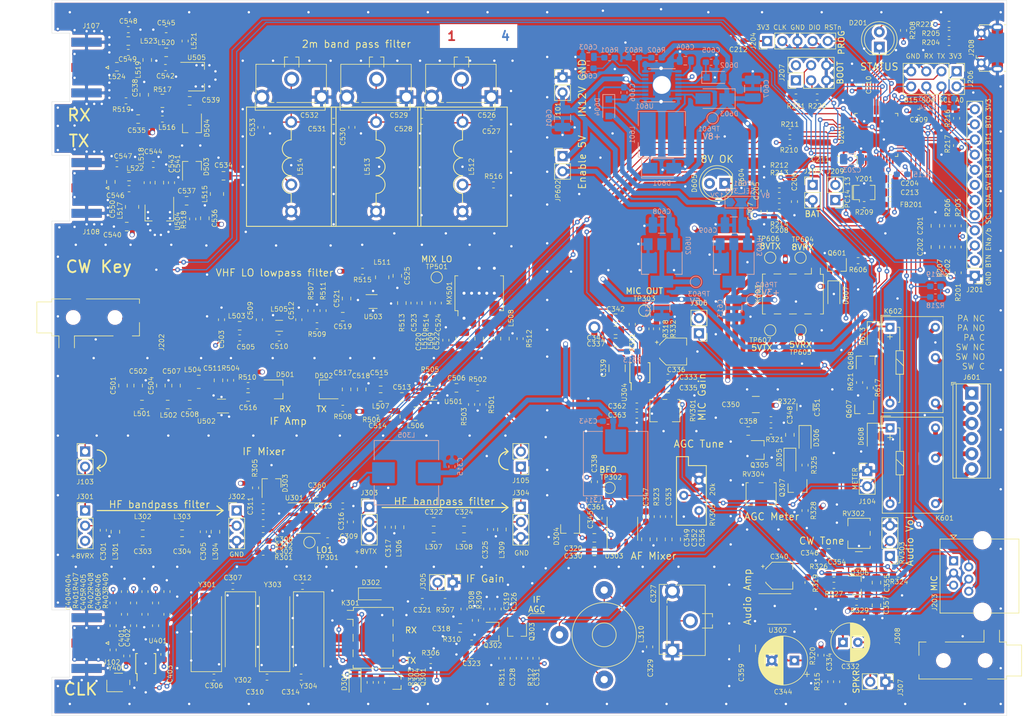
<source format=kicad_pcb>
(kicad_pcb (version 20171130) (host pcbnew 5.1.5)

  (general
    (thickness 1.6)
    (drawings 124)
    (tracks 2313)
    (zones 0)
    (modules 363)
    (nets 231)
  )

  (page A4)
  (layers
    (0 F.Cu signal)
    (1 In1.Cu signal)
    (2 In2.Cu signal)
    (31 B.Cu signal)
    (32 B.Adhes user hide)
    (33 F.Adhes user hide)
    (34 B.Paste user hide)
    (35 F.Paste user hide)
    (36 B.SilkS user)
    (37 F.SilkS user)
    (38 B.Mask user hide)
    (39 F.Mask user)
    (40 Dwgs.User user hide)
    (41 Cmts.User user hide)
    (42 Eco1.User user hide)
    (43 Eco2.User user hide)
    (44 Edge.Cuts user)
    (45 Margin user hide)
    (46 B.CrtYd user)
    (47 F.CrtYd user)
    (48 B.Fab user hide)
    (49 F.Fab user hide)
  )

  (setup
    (last_trace_width 0.2)
    (user_trace_width 0.2)
    (user_trace_width 0.3)
    (user_trace_width 0.8)
    (trace_clearance 0.2)
    (zone_clearance 0.4)
    (zone_45_only no)
    (trace_min 0.2)
    (via_size 0.8)
    (via_drill 0.4)
    (via_min_size 0.4)
    (via_min_drill 0.3)
    (user_via 0.8 0.4)
    (user_via 0.8 0.6)
    (uvia_size 0.3)
    (uvia_drill 0.1)
    (uvias_allowed no)
    (uvia_min_size 0.2)
    (uvia_min_drill 0.1)
    (edge_width 0.05)
    (segment_width 0.2)
    (pcb_text_width 0.3)
    (pcb_text_size 1.5 1.5)
    (mod_edge_width 0.1)
    (mod_text_size 0.8 0.8)
    (mod_text_width 0.1)
    (pad_size 1.524 1.524)
    (pad_drill 0.762)
    (pad_to_mask_clearance 0.051)
    (solder_mask_min_width 0.25)
    (aux_axis_origin 0 0)
    (visible_elements FFFFFF7F)
    (pcbplotparams
      (layerselection 0x010fc_ffffffff)
      (usegerberextensions false)
      (usegerberattributes false)
      (usegerberadvancedattributes false)
      (creategerberjobfile false)
      (excludeedgelayer true)
      (linewidth 0.100000)
      (plotframeref false)
      (viasonmask false)
      (mode 1)
      (useauxorigin false)
      (hpglpennumber 1)
      (hpglpenspeed 20)
      (hpglpendiameter 15.000000)
      (psnegative false)
      (psa4output false)
      (plotreference true)
      (plotvalue true)
      (plotinvisibletext false)
      (padsonsilk false)
      (subtractmaskfromsilk false)
      (outputformat 5)
      (mirror false)
      (drillshape 0)
      (scaleselection 1)
      (outputdirectory "out"))
  )

  (net 0 "")
  (net 1 /Control/ENC_B)
  (net 2 GND)
  (net 3 /Control/ENC_A)
  (net 4 +3V3)
  (net 5 "Net-(C205-Pad1)")
  (net 6 "Net-(C206-Pad1)")
  (net 7 "Net-(C207-Pad1)")
  (net 8 /Baseband/CW_TONE)
  (net 9 "Net-(C301-Pad2)")
  (net 10 "Net-(C302-Pad2)")
  (net 11 "Net-(C303-Pad2)")
  (net 12 "Net-(C304-Pad2)")
  (net 13 "Net-(C306-Pad2)")
  (net 14 "Net-(C307-Pad2)")
  (net 15 "Net-(C308-Pad2)")
  (net 16 "Net-(C308-Pad1)")
  (net 17 /Baseband/LO1)
  (net 18 "Net-(C309-Pad1)")
  (net 19 "Net-(C310-Pad2)")
  (net 20 "Net-(C311-Pad2)")
  (net 21 "Net-(C312-Pad2)")
  (net 22 "Net-(C313-Pad2)")
  (net 23 "Net-(C314-Pad2)")
  (net 24 +8V)
  (net 25 "Net-(C316-Pad2)")
  (net 26 "Net-(C316-Pad1)")
  (net 27 "Net-(C317-Pad2)")
  (net 28 "Net-(C318-Pad2)")
  (net 29 "Net-(C318-Pad1)")
  (net 30 "Net-(C320-Pad2)")
  (net 31 "Net-(C320-Pad1)")
  (net 32 "Net-(C321-Pad1)")
  (net 33 "Net-(C322-Pad2)")
  (net 34 "Net-(C323-Pad2)")
  (net 35 "Net-(C324-Pad2)")
  (net 36 "Net-(C327-Pad2)")
  (net 37 "Net-(C328-Pad2)")
  (net 38 "Net-(C330-Pad2)")
  (net 39 "Net-(C330-Pad1)")
  (net 40 +8VRX)
  (net 41 "Net-(C332-Pad1)")
  (net 42 "Net-(C333-Pad2)")
  (net 43 "Net-(C333-Pad1)")
  (net 44 "Net-(C334-Pad2)")
  (net 45 "Net-(C336-Pad1)")
  (net 46 "Net-(C337-Pad2)")
  (net 47 /Baseband/BFO)
  (net 48 "Net-(C338-Pad1)")
  (net 49 "Net-(C340-Pad2)")
  (net 50 "Net-(C340-Pad1)")
  (net 51 "Net-(C342-Pad2)")
  (net 52 "Net-(C344-Pad1)")
  (net 53 "Net-(C345-Pad2)")
  (net 54 "Net-(C346-Pad2)")
  (net 55 "Net-(C347-Pad2)")
  (net 56 "Net-(C347-Pad1)")
  (net 57 "Net-(C348-Pad2)")
  (net 58 "Net-(C348-Pad1)")
  (net 59 "Net-(C351-Pad1)")
  (net 60 "Net-(C352-Pad2)")
  (net 61 "Net-(C353-Pad1)")
  (net 62 "Net-(C354-Pad1)")
  (net 63 "Net-(C355-Pad2)")
  (net 64 "Net-(C355-Pad1)")
  (net 65 "Net-(C356-Pad2)")
  (net 66 "Net-(C358-Pad2)")
  (net 67 "Net-(C358-Pad1)")
  (net 68 "Net-(C401-Pad2)")
  (net 69 /Clock/REF_25MHz)
  (net 70 "Net-(C404-Pad2)")
  (net 71 "Net-(C404-Pad1)")
  (net 72 "Net-(C405-Pad2)")
  (net 73 "Net-(C405-Pad1)")
  (net 74 "Net-(C406-Pad2)")
  (net 75 "Net-(C406-Pad1)")
  (net 76 /HF_RX)
  (net 77 "Net-(C501-Pad1)")
  (net 78 /VHF_LO)
  (net 79 "Net-(C504-Pad1)")
  (net 80 "Net-(C505-Pad1)")
  (net 81 "Net-(C506-Pad2)")
  (net 82 "Net-(C506-Pad1)")
  (net 83 "Net-(C507-Pad1)")
  (net 84 "Net-(C508-Pad1)")
  (net 85 "Net-(C510-Pad1)")
  (net 86 "Net-(C511-Pad1)")
  (net 87 "Net-(C513-Pad2)")
  (net 88 "Net-(C513-Pad1)")
  (net 89 "Net-(C514-Pad1)")
  (net 90 "Net-(C516-Pad2)")
  (net 91 "Net-(C516-Pad1)")
  (net 92 "Net-(C517-Pad2)")
  (net 93 "Net-(C517-Pad1)")
  (net 94 "Net-(C519-Pad2)")
  (net 95 "Net-(C519-Pad1)")
  (net 96 "Net-(C520-Pad1)")
  (net 97 "Net-(C522-Pad2)")
  (net 98 "Net-(C522-Pad1)")
  (net 99 "Net-(C523-Pad2)")
  (net 100 "Net-(C523-Pad1)")
  (net 101 "Net-(C524-Pad2)")
  (net 102 "Net-(C524-Pad1)")
  (net 103 "Net-(C525-Pad1)")
  (net 104 "Net-(C526-Pad2)")
  (net 105 "Net-(C528-Pad2)")
  (net 106 "Net-(C531-Pad2)")
  (net 107 "Net-(C534-Pad2)")
  (net 108 "Net-(C534-Pad1)")
  (net 109 "Net-(C537-Pad2)")
  (net 110 "Net-(C537-Pad1)")
  (net 111 "Net-(C538-Pad2)")
  (net 112 "Net-(C539-Pad2)")
  (net 113 "Net-(C539-Pad1)")
  (net 114 "Net-(C541-Pad1)")
  (net 115 "Net-(C542-Pad2)")
  (net 116 "Net-(C542-Pad1)")
  (net 117 "Net-(C543-Pad1)")
  (net 118 "Net-(C545-Pad1)")
  (net 119 "Net-(C546-Pad1)")
  (net 120 "Net-(C548-Pad1)")
  (net 121 "Net-(C549-Pad2)")
  (net 122 "Net-(C549-Pad1)")
  (net 123 /VHF_TX)
  (net 124 +12V)
  (net 125 "Net-(C602-Pad1)")
  (net 126 "Net-(C603-Pad1)")
  (net 127 "Net-(C604-Pad1)")
  (net 128 "Net-(C605-Pad2)")
  (net 129 "Net-(C606-Pad2)")
  (net 130 "Net-(C606-Pad1)")
  (net 131 "Net-(C608-Pad1)")
  (net 132 "Net-(C609-Pad1)")
  (net 133 +5VA)
  (net 134 "Net-(D201-Pad2)")
  (net 135 /Control/RESETn)
  (net 136 "Net-(D301-Pad2)")
  (net 137 /Control/SEQ0n)
  (net 138 "Net-(D302-Pad1)")
  (net 139 "Net-(D603-Pad2)")
  (net 140 "Net-(D605-Pad1)")
  (net 141 /Control/SEQ2n)
  (net 142 /Baseband/METER)
  (net 143 /HF_TX)
  (net 144 /VHF_RX)
  (net 145 /Control/BTN0)
  (net 146 /Control/BTN1)
  (net 147 /Control/BTN2)
  (net 148 /Control/BTN3)
  (net 149 SDA)
  (net 150 SCL)
  (net 151 "Net-(J201-Pad4)")
  (net 152 "Net-(J201-Pad3)")
  (net 153 "Net-(J201-Pad2)")
  (net 154 /Control/MIC_SW2)
  (net 155 /Baseband/MIC)
  (net 156 /Control/MIC_SW1)
  (net 157 +8VTX)
  (net 158 "Net-(J601-Pad5)")
  (net 159 "Net-(J601-Pad4)")
  (net 160 "Net-(J601-Pad3)")
  (net 161 "Net-(J601-Pad2)")
  (net 162 "Net-(K301-Pad2)")
  (net 163 "Net-(K301-Pad4)")
  (net 164 "Net-(L512-Pad2)")
  (net 165 "Net-(L520-Pad2)")
  (net 166 "Net-(MX501-Pad3)")
  (net 167 "Net-(MX501-Pad6)")
  (net 168 "Net-(Q301-Pad1)")
  (net 169 "Net-(Q302-Pad3)")
  (net 170 "Net-(Q307-Pad2)")
  (net 171 "Net-(Q307-Pad1)")
  (net 172 "Net-(Q601-Pad1)")
  (net 173 "Net-(Q607-Pad1)")
  (net 174 /Control/ENC_BTN)
  (net 175 /Control/XTAL1)
  (net 176 /Control/XTAL2)
  (net 177 /Baseband/CW_KEYn)
  (net 178 "Net-(R319-Pad1)")
  (net 179 "Net-(R324-Pad1)")
  (net 180 /Baseband/MUTE_SPKR)
  (net 181 "Net-(R602-Pad1)")
  (net 182 "Net-(U401-Pad3)")
  (net 183 /IF_RX)
  (net 184 /IF_TX)
  (net 185 /Control/SEQ1n)
  (net 186 /AF_OUT)
  (net 187 "Net-(Q608-Pad1)")
  (net 188 "Net-(C362-Pad2)")
  (net 189 "Net-(C362-Pad1)")
  (net 190 "Net-(J601-Pad6)")
  (net 191 "Net-(J601-Pad1)")
  (net 192 /Baseband/MIC_SDn)
  (net 193 "Net-(R318-Pad2)")
  (net 194 "Net-(R332-Pad2)")
  (net 195 /Control/STATUSn)
  (net 196 /Control/PWM_CW)
  (net 197 "Net-(C359-Pad1)")
  (net 198 "Net-(C360-Pad1)")
  (net 199 "Net-(C361-Pad1)")
  (net 200 /Baseband/AGC)
  (net 201 "Net-(D607-Pad2)")
  (net 202 "Net-(D608-Pad2)")
  (net 203 "Net-(D613-Pad2)")
  (net 204 /Baseband/MIC_OUT)
  (net 205 "Net-(C204-Pad2)")
  (net 206 /Control/CW_RING)
  (net 207 /Control/CW_TIP)
  (net 208 /Control/SWDIO)
  (net 209 /Control/SWCLK)
  (net 210 "Net-(J205-Pad1)")
  (net 211 /Control/USART1_RX)
  (net 212 /Control/USART1_TX)
  (net 213 "Net-(J207-Pad4)")
  (net 214 "Net-(J207-Pad3)")
  (net 215 /Control/USB_DP)
  (net 216 /Control/USB_DM)
  (net 217 "Net-(R204-Pad2)")
  (net 218 "Net-(R205-Pad2)")
  (net 219 /Control/BOOT0)
  (net 220 /Control/BOOT1)
  (net 221 "Net-(C332-Pad2)")
  (net 222 "Net-(J307-Pad2)")
  (net 223 /Control/PB15)
  (net 224 /Control/I2C2_SDA)
  (net 225 /Control/I2C2_SCL)
  (net 226 /Control/PA0)
  (net 227 /Control/PC13)
  (net 228 /Control/PC14)
  (net 229 +5VTX)
  (net 230 +5VRX)

  (net_class Default "This is the default net class."
    (clearance 0.2)
    (trace_width 0.2)
    (via_dia 0.8)
    (via_drill 0.4)
    (uvia_dia 0.3)
    (uvia_drill 0.1)
    (add_net +5VRX)
    (add_net +5VTX)
    (add_net /AF_OUT)
    (add_net /Baseband/AGC)
    (add_net /Baseband/BFO)
    (add_net /Baseband/CW_KEYn)
    (add_net /Baseband/CW_TONE)
    (add_net /Baseband/LO1)
    (add_net /Baseband/METER)
    (add_net /Baseband/MIC)
    (add_net /Baseband/MIC_OUT)
    (add_net /Baseband/MIC_SDn)
    (add_net /Baseband/MUTE_SPKR)
    (add_net /Clock/REF_25MHz)
    (add_net /Control/BOOT0)
    (add_net /Control/BOOT1)
    (add_net /Control/BTN0)
    (add_net /Control/BTN1)
    (add_net /Control/BTN2)
    (add_net /Control/BTN3)
    (add_net /Control/CW_RING)
    (add_net /Control/CW_TIP)
    (add_net /Control/ENC_A)
    (add_net /Control/ENC_B)
    (add_net /Control/ENC_BTN)
    (add_net /Control/I2C2_SCL)
    (add_net /Control/I2C2_SDA)
    (add_net /Control/MIC_SW1)
    (add_net /Control/MIC_SW2)
    (add_net /Control/PA0)
    (add_net /Control/PB15)
    (add_net /Control/PC13)
    (add_net /Control/PC14)
    (add_net /Control/PWM_CW)
    (add_net /Control/RESETn)
    (add_net /Control/SEQ0n)
    (add_net /Control/SEQ1n)
    (add_net /Control/SEQ2n)
    (add_net /Control/STATUSn)
    (add_net /Control/SWCLK)
    (add_net /Control/SWDIO)
    (add_net /Control/USART1_RX)
    (add_net /Control/USART1_TX)
    (add_net /Control/USB_DM)
    (add_net /Control/USB_DP)
    (add_net /Control/XTAL1)
    (add_net /Control/XTAL2)
    (add_net /HF_RX)
    (add_net /HF_TX)
    (add_net /IF_RX)
    (add_net /IF_TX)
    (add_net /VHF_LO)
    (add_net /VHF_RX)
    (add_net /VHF_TX)
    (add_net "Net-(C204-Pad2)")
    (add_net "Net-(C205-Pad1)")
    (add_net "Net-(C206-Pad1)")
    (add_net "Net-(C207-Pad1)")
    (add_net "Net-(C301-Pad2)")
    (add_net "Net-(C302-Pad2)")
    (add_net "Net-(C303-Pad2)")
    (add_net "Net-(C304-Pad2)")
    (add_net "Net-(C306-Pad2)")
    (add_net "Net-(C307-Pad2)")
    (add_net "Net-(C308-Pad1)")
    (add_net "Net-(C308-Pad2)")
    (add_net "Net-(C309-Pad1)")
    (add_net "Net-(C310-Pad2)")
    (add_net "Net-(C311-Pad2)")
    (add_net "Net-(C312-Pad2)")
    (add_net "Net-(C313-Pad2)")
    (add_net "Net-(C314-Pad2)")
    (add_net "Net-(C316-Pad1)")
    (add_net "Net-(C316-Pad2)")
    (add_net "Net-(C317-Pad2)")
    (add_net "Net-(C318-Pad1)")
    (add_net "Net-(C318-Pad2)")
    (add_net "Net-(C320-Pad1)")
    (add_net "Net-(C320-Pad2)")
    (add_net "Net-(C321-Pad1)")
    (add_net "Net-(C322-Pad2)")
    (add_net "Net-(C323-Pad2)")
    (add_net "Net-(C324-Pad2)")
    (add_net "Net-(C327-Pad2)")
    (add_net "Net-(C328-Pad2)")
    (add_net "Net-(C330-Pad1)")
    (add_net "Net-(C330-Pad2)")
    (add_net "Net-(C332-Pad1)")
    (add_net "Net-(C332-Pad2)")
    (add_net "Net-(C333-Pad1)")
    (add_net "Net-(C333-Pad2)")
    (add_net "Net-(C334-Pad2)")
    (add_net "Net-(C336-Pad1)")
    (add_net "Net-(C337-Pad2)")
    (add_net "Net-(C338-Pad1)")
    (add_net "Net-(C340-Pad1)")
    (add_net "Net-(C340-Pad2)")
    (add_net "Net-(C342-Pad2)")
    (add_net "Net-(C344-Pad1)")
    (add_net "Net-(C345-Pad2)")
    (add_net "Net-(C346-Pad2)")
    (add_net "Net-(C347-Pad1)")
    (add_net "Net-(C347-Pad2)")
    (add_net "Net-(C348-Pad1)")
    (add_net "Net-(C348-Pad2)")
    (add_net "Net-(C351-Pad1)")
    (add_net "Net-(C352-Pad2)")
    (add_net "Net-(C353-Pad1)")
    (add_net "Net-(C354-Pad1)")
    (add_net "Net-(C355-Pad1)")
    (add_net "Net-(C355-Pad2)")
    (add_net "Net-(C356-Pad2)")
    (add_net "Net-(C358-Pad1)")
    (add_net "Net-(C358-Pad2)")
    (add_net "Net-(C359-Pad1)")
    (add_net "Net-(C360-Pad1)")
    (add_net "Net-(C361-Pad1)")
    (add_net "Net-(C362-Pad1)")
    (add_net "Net-(C362-Pad2)")
    (add_net "Net-(C401-Pad2)")
    (add_net "Net-(C404-Pad1)")
    (add_net "Net-(C404-Pad2)")
    (add_net "Net-(C405-Pad1)")
    (add_net "Net-(C405-Pad2)")
    (add_net "Net-(C406-Pad1)")
    (add_net "Net-(C406-Pad2)")
    (add_net "Net-(C501-Pad1)")
    (add_net "Net-(C504-Pad1)")
    (add_net "Net-(C505-Pad1)")
    (add_net "Net-(C506-Pad1)")
    (add_net "Net-(C506-Pad2)")
    (add_net "Net-(C507-Pad1)")
    (add_net "Net-(C508-Pad1)")
    (add_net "Net-(C510-Pad1)")
    (add_net "Net-(C511-Pad1)")
    (add_net "Net-(C513-Pad1)")
    (add_net "Net-(C513-Pad2)")
    (add_net "Net-(C514-Pad1)")
    (add_net "Net-(C516-Pad1)")
    (add_net "Net-(C516-Pad2)")
    (add_net "Net-(C517-Pad1)")
    (add_net "Net-(C517-Pad2)")
    (add_net "Net-(C519-Pad1)")
    (add_net "Net-(C519-Pad2)")
    (add_net "Net-(C520-Pad1)")
    (add_net "Net-(C522-Pad1)")
    (add_net "Net-(C522-Pad2)")
    (add_net "Net-(C523-Pad1)")
    (add_net "Net-(C523-Pad2)")
    (add_net "Net-(C524-Pad1)")
    (add_net "Net-(C524-Pad2)")
    (add_net "Net-(C525-Pad1)")
    (add_net "Net-(C526-Pad2)")
    (add_net "Net-(C528-Pad2)")
    (add_net "Net-(C531-Pad2)")
    (add_net "Net-(C534-Pad1)")
    (add_net "Net-(C534-Pad2)")
    (add_net "Net-(C537-Pad1)")
    (add_net "Net-(C537-Pad2)")
    (add_net "Net-(C538-Pad2)")
    (add_net "Net-(C539-Pad1)")
    (add_net "Net-(C539-Pad2)")
    (add_net "Net-(C541-Pad1)")
    (add_net "Net-(C542-Pad1)")
    (add_net "Net-(C542-Pad2)")
    (add_net "Net-(C543-Pad1)")
    (add_net "Net-(C545-Pad1)")
    (add_net "Net-(C546-Pad1)")
    (add_net "Net-(C548-Pad1)")
    (add_net "Net-(C549-Pad1)")
    (add_net "Net-(C549-Pad2)")
    (add_net "Net-(C602-Pad1)")
    (add_net "Net-(C603-Pad1)")
    (add_net "Net-(C604-Pad1)")
    (add_net "Net-(C605-Pad2)")
    (add_net "Net-(C606-Pad1)")
    (add_net "Net-(C606-Pad2)")
    (add_net "Net-(C608-Pad1)")
    (add_net "Net-(C609-Pad1)")
    (add_net "Net-(D201-Pad2)")
    (add_net "Net-(D301-Pad2)")
    (add_net "Net-(D302-Pad1)")
    (add_net "Net-(D603-Pad2)")
    (add_net "Net-(D605-Pad1)")
    (add_net "Net-(D607-Pad2)")
    (add_net "Net-(D608-Pad2)")
    (add_net "Net-(D613-Pad2)")
    (add_net "Net-(J201-Pad2)")
    (add_net "Net-(J201-Pad3)")
    (add_net "Net-(J201-Pad4)")
    (add_net "Net-(J202-PadTN)")
    (add_net "Net-(J205-Pad1)")
    (add_net "Net-(J207-Pad3)")
    (add_net "Net-(J207-Pad4)")
    (add_net "Net-(J208-Pad1)")
    (add_net "Net-(J307-Pad2)")
    (add_net "Net-(J308-PadR)")
    (add_net "Net-(J601-Pad1)")
    (add_net "Net-(J601-Pad2)")
    (add_net "Net-(J601-Pad3)")
    (add_net "Net-(J601-Pad4)")
    (add_net "Net-(J601-Pad5)")
    (add_net "Net-(J601-Pad6)")
    (add_net "Net-(K301-Pad2)")
    (add_net "Net-(K301-Pad4)")
    (add_net "Net-(L512-Pad2)")
    (add_net "Net-(L520-Pad2)")
    (add_net "Net-(MX501-Pad3)")
    (add_net "Net-(MX501-Pad6)")
    (add_net "Net-(Q301-Pad1)")
    (add_net "Net-(Q302-Pad3)")
    (add_net "Net-(Q307-Pad1)")
    (add_net "Net-(Q307-Pad2)")
    (add_net "Net-(Q601-Pad1)")
    (add_net "Net-(Q607-Pad1)")
    (add_net "Net-(Q608-Pad1)")
    (add_net "Net-(R204-Pad2)")
    (add_net "Net-(R205-Pad2)")
    (add_net "Net-(R318-Pad2)")
    (add_net "Net-(R319-Pad1)")
    (add_net "Net-(R324-Pad1)")
    (add_net "Net-(R332-Pad2)")
    (add_net "Net-(R602-Pad1)")
    (add_net "Net-(U401-Pad3)")
    (add_net SCL)
    (add_net SDA)
  )

  (net_class Power ""
    (clearance 0.2)
    (trace_width 0.8)
    (via_dia 0.8)
    (via_drill 0.6)
    (uvia_dia 0.3)
    (uvia_drill 0.1)
    (add_net +12V)
    (add_net +3V3)
    (add_net +5VA)
    (add_net +8V)
    (add_net +8VRX)
    (add_net +8VTX)
    (add_net GND)
  )

  (module Connector_PinHeader_2.54mm:PinHeader_1x05_P2.54mm_Vertical (layer F.Cu) (tedit 59FED5CC) (tstamp 5E90D38C)
    (at 149.86 36.83 90)
    (descr "Through hole straight pin header, 1x05, 2.54mm pitch, single row")
    (tags "Through hole pin header THT 1x05 2.54mm single row")
    (path /5E2FA006/5E9ED23F)
    (fp_text reference J204 (at 0 -2.33 90) (layer F.SilkS)
      (effects (font (size 0.8 0.8) (thickness 0.1)))
    )
    (fp_text value PROG (at -0.254 12.446 90) (layer F.SilkS)
      (effects (font (size 1 1) (thickness 0.15)))
    )
    (fp_text user %R (at 0 5.08) (layer F.Fab)
      (effects (font (size 1 1) (thickness 0.15)))
    )
    (fp_line (start 1.8 -1.8) (end -1.8 -1.8) (layer F.CrtYd) (width 0.05))
    (fp_line (start 1.8 11.95) (end 1.8 -1.8) (layer F.CrtYd) (width 0.05))
    (fp_line (start -1.8 11.95) (end 1.8 11.95) (layer F.CrtYd) (width 0.05))
    (fp_line (start -1.8 -1.8) (end -1.8 11.95) (layer F.CrtYd) (width 0.05))
    (fp_line (start -1.33 -1.33) (end 0 -1.33) (layer F.SilkS) (width 0.12))
    (fp_line (start -1.33 0) (end -1.33 -1.33) (layer F.SilkS) (width 0.12))
    (fp_line (start -1.33 1.27) (end 1.33 1.27) (layer F.SilkS) (width 0.12))
    (fp_line (start 1.33 1.27) (end 1.33 11.49) (layer F.SilkS) (width 0.12))
    (fp_line (start -1.33 1.27) (end -1.33 11.49) (layer F.SilkS) (width 0.12))
    (fp_line (start -1.33 11.49) (end 1.33 11.49) (layer F.SilkS) (width 0.12))
    (fp_line (start -1.27 -0.635) (end -0.635 -1.27) (layer F.Fab) (width 0.1))
    (fp_line (start -1.27 11.43) (end -1.27 -0.635) (layer F.Fab) (width 0.1))
    (fp_line (start 1.27 11.43) (end -1.27 11.43) (layer F.Fab) (width 0.1))
    (fp_line (start 1.27 -1.27) (end 1.27 11.43) (layer F.Fab) (width 0.1))
    (fp_line (start -0.635 -1.27) (end 1.27 -1.27) (layer F.Fab) (width 0.1))
    (pad 5 thru_hole oval (at 0 10.16 90) (size 1.7 1.7) (drill 1) (layers *.Cu *.Mask)
      (net 135 /Control/RESETn))
    (pad 4 thru_hole oval (at 0 7.62 90) (size 1.7 1.7) (drill 1) (layers *.Cu *.Mask)
      (net 208 /Control/SWDIO))
    (pad 3 thru_hole oval (at 0 5.08 90) (size 1.7 1.7) (drill 1) (layers *.Cu *.Mask)
      (net 2 GND))
    (pad 2 thru_hole oval (at 0 2.54 90) (size 1.7 1.7) (drill 1) (layers *.Cu *.Mask)
      (net 209 /Control/SWCLK))
    (pad 1 thru_hole rect (at 0 0 90) (size 1.7 1.7) (drill 1) (layers *.Cu *.Mask)
      (net 4 +3V3))
    (model ${KISYS3DMOD}/Connector_PinHeader_2.54mm.3dshapes/PinHeader_1x05_P2.54mm_Vertical.wrl
      (at (xyz 0 0 0))
      (scale (xyz 1 1 1))
      (rotate (xyz 0 0 0))
    )
  )

  (module Resistor_SMD:R_0603_1608Metric_Pad1.05x0.95mm_HandSolder (layer B.Cu) (tedit 5B301BBD) (tstamp 5EA02CF3)
    (at 180.34 48.006 180)
    (descr "Resistor SMD 0603 (1608 Metric), square (rectangular) end terminal, IPC_7351 nominal with elongated pad for handsoldering. (Body size source: http://www.tortai-tech.com/upload/download/2011102023233369053.pdf), generated with kicad-footprint-generator")
    (tags "resistor handsolder")
    (path /5E2FA006/5EB4F0A2)
    (attr smd)
    (fp_text reference R224 (at 3.556 0) (layer B.SilkS)
      (effects (font (size 0.8 0.8) (thickness 0.1)) (justify mirror))
    )
    (fp_text value 4k7 (at 0 -1.43) (layer B.Fab)
      (effects (font (size 1 1) (thickness 0.15)) (justify mirror))
    )
    (fp_text user %R (at 0 0) (layer B.Fab)
      (effects (font (size 0.4 0.4) (thickness 0.06)) (justify mirror))
    )
    (fp_line (start 1.65 -0.73) (end -1.65 -0.73) (layer B.CrtYd) (width 0.05))
    (fp_line (start 1.65 0.73) (end 1.65 -0.73) (layer B.CrtYd) (width 0.05))
    (fp_line (start -1.65 0.73) (end 1.65 0.73) (layer B.CrtYd) (width 0.05))
    (fp_line (start -1.65 -0.73) (end -1.65 0.73) (layer B.CrtYd) (width 0.05))
    (fp_line (start -0.171267 -0.51) (end 0.171267 -0.51) (layer B.SilkS) (width 0.12))
    (fp_line (start -0.171267 0.51) (end 0.171267 0.51) (layer B.SilkS) (width 0.12))
    (fp_line (start 0.8 -0.4) (end -0.8 -0.4) (layer B.Fab) (width 0.1))
    (fp_line (start 0.8 0.4) (end 0.8 -0.4) (layer B.Fab) (width 0.1))
    (fp_line (start -0.8 0.4) (end 0.8 0.4) (layer B.Fab) (width 0.1))
    (fp_line (start -0.8 -0.4) (end -0.8 0.4) (layer B.Fab) (width 0.1))
    (pad 2 smd roundrect (at 0.875 0 180) (size 1.05 0.95) (layers B.Cu B.Paste B.Mask) (roundrect_rratio 0.25)
      (net 224 /Control/I2C2_SDA))
    (pad 1 smd roundrect (at -0.875 0 180) (size 1.05 0.95) (layers B.Cu B.Paste B.Mask) (roundrect_rratio 0.25)
      (net 4 +3V3))
    (model ${KISYS3DMOD}/Resistor_SMD.3dshapes/R_0603_1608Metric.wrl
      (at (xyz 0 0 0))
      (scale (xyz 1 1 1))
      (rotate (xyz 0 0 0))
    )
  )

  (module Resistor_SMD:R_0603_1608Metric_Pad1.05x0.95mm_HandSolder (layer B.Cu) (tedit 5B301BBD) (tstamp 5EA02CE2)
    (at 180.34 46.482 180)
    (descr "Resistor SMD 0603 (1608 Metric), square (rectangular) end terminal, IPC_7351 nominal with elongated pad for handsoldering. (Body size source: http://www.tortai-tech.com/upload/download/2011102023233369053.pdf), generated with kicad-footprint-generator")
    (tags "resistor handsolder")
    (path /5E2FA006/5EB4F097)
    (attr smd)
    (fp_text reference R223 (at 3.556 0) (layer B.SilkS)
      (effects (font (size 0.8 0.8) (thickness 0.1)) (justify mirror))
    )
    (fp_text value 4k7 (at 0 -1.43) (layer B.Fab)
      (effects (font (size 1 1) (thickness 0.15)) (justify mirror))
    )
    (fp_text user %R (at 0 0) (layer B.Fab)
      (effects (font (size 0.4 0.4) (thickness 0.06)) (justify mirror))
    )
    (fp_line (start 1.65 -0.73) (end -1.65 -0.73) (layer B.CrtYd) (width 0.05))
    (fp_line (start 1.65 0.73) (end 1.65 -0.73) (layer B.CrtYd) (width 0.05))
    (fp_line (start -1.65 0.73) (end 1.65 0.73) (layer B.CrtYd) (width 0.05))
    (fp_line (start -1.65 -0.73) (end -1.65 0.73) (layer B.CrtYd) (width 0.05))
    (fp_line (start -0.171267 -0.51) (end 0.171267 -0.51) (layer B.SilkS) (width 0.12))
    (fp_line (start -0.171267 0.51) (end 0.171267 0.51) (layer B.SilkS) (width 0.12))
    (fp_line (start 0.8 -0.4) (end -0.8 -0.4) (layer B.Fab) (width 0.1))
    (fp_line (start 0.8 0.4) (end 0.8 -0.4) (layer B.Fab) (width 0.1))
    (fp_line (start -0.8 0.4) (end 0.8 0.4) (layer B.Fab) (width 0.1))
    (fp_line (start -0.8 -0.4) (end -0.8 0.4) (layer B.Fab) (width 0.1))
    (pad 2 smd roundrect (at 0.875 0 180) (size 1.05 0.95) (layers B.Cu B.Paste B.Mask) (roundrect_rratio 0.25)
      (net 225 /Control/I2C2_SCL))
    (pad 1 smd roundrect (at -0.875 0 180) (size 1.05 0.95) (layers B.Cu B.Paste B.Mask) (roundrect_rratio 0.25)
      (net 4 +3V3))
    (model ${KISYS3DMOD}/Resistor_SMD.3dshapes/R_0603_1608Metric.wrl
      (at (xyz 0 0 0))
      (scale (xyz 1 1 1))
      (rotate (xyz 0 0 0))
    )
  )

  (module Connector_Audio:Jack_3.5mm_CUI_SJ-3524-SMT_Horizontal (layer F.Cu) (tedit 5C635470) (tstamp 5E9E6B8A)
    (at 183.896 140.716 270)
    (descr "3.5 mm, Stereo, Right Angle, Surface Mount (SMT), Audio Jack Connector (https://www.cui.com/product/resource/sj-352x-smt-series.pdf)")
    (tags "3.5mm audio cui horizontal jack stereo")
    (path /5E3088F9/5E9EEA5B)
    (attr smd)
    (fp_text reference J308 (at -4.064 12.192 90) (layer F.SilkS)
      (effects (font (size 0.8 0.8) (thickness 0.1)))
    )
    (fp_text value Headphones (at 0 13 90) (layer F.Fab)
      (effects (font (size 1 1) (thickness 0.15)))
    )
    (fp_line (start -3.1 -2.3) (end -5.1 -2.3) (layer F.SilkS) (width 0.12))
    (fp_line (start -3.1 -4.9) (end -5.1 -4.9) (layer F.SilkS) (width 0.12))
    (fp_line (start -3.1 4.2) (end -3.1 -2.3) (layer F.SilkS) (width 0.12))
    (fp_line (start -3.1 8.6) (end -3.1 7.4) (layer F.SilkS) (width 0.12))
    (fp_line (start -0.85 8.6) (end -3.1 8.6) (layer F.SilkS) (width 0.12))
    (fp_line (start 3.1 8.6) (end 2.35 8.6) (layer F.SilkS) (width 0.12))
    (fp_line (start 3.1 -0.3) (end 3.1 8.6) (layer F.SilkS) (width 0.12))
    (fp_line (start 3.1 -6.1) (end 3.1 -2.9) (layer F.SilkS) (width 0.12))
    (fp_line (start 2.6 -6.1) (end 3.1 -6.1) (layer F.SilkS) (width 0.12))
    (fp_line (start 2.6 -8.6) (end 2.6 -6.1) (layer F.SilkS) (width 0.12))
    (fp_line (start -2.6 -8.6) (end 2.6 -8.6) (layer F.SilkS) (width 0.12))
    (fp_line (start -2.6 -6.1) (end -2.6 -8.6) (layer F.SilkS) (width 0.12))
    (fp_line (start -3.1 -6.1) (end -2.6 -6.1) (layer F.SilkS) (width 0.12))
    (fp_line (start -3.1 -4.9) (end -3.1 -6.1) (layer F.SilkS) (width 0.12))
    (fp_text user %R (at 0 0 90) (layer F.Fab)
      (effects (font (size 1 1) (thickness 0.15)))
    )
    (fp_line (start -5.6 -9) (end 5.6 -9) (layer F.CrtYd) (width 0.05))
    (fp_line (start -5.6 11.6) (end -5.6 -9) (layer F.CrtYd) (width 0.05))
    (fp_line (start 5.6 11.6) (end -5.6 11.6) (layer F.CrtYd) (width 0.05))
    (fp_line (start 5.6 -9) (end 5.6 11.6) (layer F.CrtYd) (width 0.05))
    (fp_line (start 2.5 -6) (end 3 -6) (layer F.Fab) (width 0.1))
    (fp_line (start 2.5 -8.5) (end 2.5 -6) (layer F.Fab) (width 0.1))
    (fp_line (start -2.5 -8.5) (end 2.5 -8.5) (layer F.Fab) (width 0.1))
    (fp_line (start -2.5 -6) (end -2.5 -8.5) (layer F.Fab) (width 0.1))
    (fp_line (start -3 -6) (end -2.5 -6) (layer F.Fab) (width 0.1))
    (fp_line (start -3 8.5) (end -3 -6) (layer F.Fab) (width 0.1))
    (fp_line (start 3 8.5) (end -3 8.5) (layer F.Fab) (width 0.1))
    (fp_line (start 3 -6) (end 3 8.5) (layer F.Fab) (width 0.1))
    (pad "" np_thru_hole circle (at 0 4.5 270) (size 1.7 1.7) (drill 1.7) (layers *.Cu *.Mask))
    (pad "" np_thru_hole circle (at 0 -2.5 270) (size 1.7 1.7) (drill 1.7) (layers *.Cu *.Mask))
    (pad T smd rect (at -3.7 5.8 270) (size 2.8 2.8) (layers F.Cu F.Paste F.Mask)
      (net 221 "Net-(C332-Pad2)"))
    (pad TN smd rect (at 0.75 9.8 270) (size 2.8 2.6) (layers F.Cu F.Paste F.Mask)
      (net 222 "Net-(J307-Pad2)"))
    (pad S smd rect (at -3.7 -3.6 270) (size 2.8 2.2) (layers F.Cu F.Paste F.Mask)
      (net 2 GND))
    (pad R smd rect (at 3.7 -1.6 270) (size 2.8 2.2) (layers F.Cu F.Paste F.Mask))
    (model ${KISYS3DMOD}/Connector_Audio.3dshapes/Jack_3.5mm_CUI_SJ-3524-SMT_Horizontal.wrl
      (at (xyz 0 0 0))
      (scale (xyz 1 1 1))
      (rotate (xyz 0 0 0))
    )
  )

  (module Connector_PinHeader_2.54mm:PinHeader_1x02_P2.54mm_Vertical (layer F.Cu) (tedit 59FED5CC) (tstamp 5E9E6B65)
    (at 169.672 144.272 270)
    (descr "Through hole straight pin header, 1x02, 2.54mm pitch, single row")
    (tags "Through hole pin header THT 1x02 2.54mm single row")
    (path /5E3088F9/5E9EEA69)
    (fp_text reference J307 (at 1.016 -2.54 90) (layer F.SilkS)
      (effects (font (size 0.8 0.8) (thickness 0.1)))
    )
    (fp_text value SPKR (at 0 4.87 90) (layer F.SilkS)
      (effects (font (size 1 1) (thickness 0.15)))
    )
    (fp_text user %R (at 0 1.27) (layer F.Fab)
      (effects (font (size 1 1) (thickness 0.15)))
    )
    (fp_line (start 1.8 -1.8) (end -1.8 -1.8) (layer F.CrtYd) (width 0.05))
    (fp_line (start 1.8 4.35) (end 1.8 -1.8) (layer F.CrtYd) (width 0.05))
    (fp_line (start -1.8 4.35) (end 1.8 4.35) (layer F.CrtYd) (width 0.05))
    (fp_line (start -1.8 -1.8) (end -1.8 4.35) (layer F.CrtYd) (width 0.05))
    (fp_line (start -1.33 -1.33) (end 0 -1.33) (layer F.SilkS) (width 0.12))
    (fp_line (start -1.33 0) (end -1.33 -1.33) (layer F.SilkS) (width 0.12))
    (fp_line (start -1.33 1.27) (end 1.33 1.27) (layer F.SilkS) (width 0.12))
    (fp_line (start 1.33 1.27) (end 1.33 3.87) (layer F.SilkS) (width 0.12))
    (fp_line (start -1.33 1.27) (end -1.33 3.87) (layer F.SilkS) (width 0.12))
    (fp_line (start -1.33 3.87) (end 1.33 3.87) (layer F.SilkS) (width 0.12))
    (fp_line (start -1.27 -0.635) (end -0.635 -1.27) (layer F.Fab) (width 0.1))
    (fp_line (start -1.27 3.81) (end -1.27 -0.635) (layer F.Fab) (width 0.1))
    (fp_line (start 1.27 3.81) (end -1.27 3.81) (layer F.Fab) (width 0.1))
    (fp_line (start 1.27 -1.27) (end 1.27 3.81) (layer F.Fab) (width 0.1))
    (fp_line (start -0.635 -1.27) (end 1.27 -1.27) (layer F.Fab) (width 0.1))
    (pad 2 thru_hole oval (at 0 2.54 270) (size 1.7 1.7) (drill 1) (layers *.Cu *.Mask)
      (net 222 "Net-(J307-Pad2)"))
    (pad 1 thru_hole rect (at 0 0 270) (size 1.7 1.7) (drill 1) (layers *.Cu *.Mask)
      (net 2 GND))
    (model ${KISYS3DMOD}/Connector_PinHeader_2.54mm.3dshapes/PinHeader_1x02_P2.54mm_Vertical.wrl
      (at (xyz 0 0 0))
      (scale (xyz 1 1 1))
      (rotate (xyz 0 0 0))
    )
  )

  (module Connector_PinHeader_2.54mm:PinHeader_1x02_P2.54mm_Vertical (layer F.Cu) (tedit 59FED5CC) (tstamp 5E9E6A4B)
    (at 161.29 63.5 180)
    (descr "Through hole straight pin header, 1x02, 2.54mm pitch, single row")
    (tags "Through hole pin header THT 1x02 2.54mm single row")
    (path /5E2FA006/5EAE68C7)
    (fp_text reference J209 (at 0 4.826) (layer F.SilkS)
      (effects (font (size 0.8 0.8) (thickness 0.1)))
    )
    (fp_text value PC1314 (at 0 4.87) (layer F.Fab)
      (effects (font (size 1 1) (thickness 0.15)))
    )
    (fp_text user %R (at 0 1.27 90) (layer F.Fab)
      (effects (font (size 1 1) (thickness 0.15)))
    )
    (fp_line (start 1.8 -1.8) (end -1.8 -1.8) (layer F.CrtYd) (width 0.05))
    (fp_line (start 1.8 4.35) (end 1.8 -1.8) (layer F.CrtYd) (width 0.05))
    (fp_line (start -1.8 4.35) (end 1.8 4.35) (layer F.CrtYd) (width 0.05))
    (fp_line (start -1.8 -1.8) (end -1.8 4.35) (layer F.CrtYd) (width 0.05))
    (fp_line (start -1.33 -1.33) (end 0 -1.33) (layer F.SilkS) (width 0.12))
    (fp_line (start -1.33 0) (end -1.33 -1.33) (layer F.SilkS) (width 0.12))
    (fp_line (start -1.33 1.27) (end 1.33 1.27) (layer F.SilkS) (width 0.12))
    (fp_line (start 1.33 1.27) (end 1.33 3.87) (layer F.SilkS) (width 0.12))
    (fp_line (start -1.33 1.27) (end -1.33 3.87) (layer F.SilkS) (width 0.12))
    (fp_line (start -1.33 3.87) (end 1.33 3.87) (layer F.SilkS) (width 0.12))
    (fp_line (start -1.27 -0.635) (end -0.635 -1.27) (layer F.Fab) (width 0.1))
    (fp_line (start -1.27 3.81) (end -1.27 -0.635) (layer F.Fab) (width 0.1))
    (fp_line (start 1.27 3.81) (end -1.27 3.81) (layer F.Fab) (width 0.1))
    (fp_line (start 1.27 -1.27) (end 1.27 3.81) (layer F.Fab) (width 0.1))
    (fp_line (start -0.635 -1.27) (end 1.27 -1.27) (layer F.Fab) (width 0.1))
    (pad 2 thru_hole oval (at 0 2.54 180) (size 1.7 1.7) (drill 1) (layers *.Cu *.Mask)
      (net 227 /Control/PC13))
    (pad 1 thru_hole rect (at 0 0 180) (size 1.7 1.7) (drill 1) (layers *.Cu *.Mask)
      (net 228 /Control/PC14))
    (model ${KISYS3DMOD}/Connector_PinHeader_2.54mm.3dshapes/PinHeader_1x02_P2.54mm_Vertical.wrl
      (at (xyz 0 0 0))
      (scale (xyz 1 1 1))
      (rotate (xyz 0 0 0))
    )
  )

  (module Connector_PinHeader_2.54mm:PinHeader_2x04_P2.54mm_Vertical (layer F.Cu) (tedit 59FED5CC) (tstamp 5E90D3B8)
    (at 181.61 41.91 270)
    (descr "Through hole straight pin header, 2x04, 2.54mm pitch, double rows")
    (tags "Through hole pin header THT 2x04 2.54mm double row")
    (path /5E2FA006/5EB61AEC)
    (fp_text reference J206 (at 1.27 -2.33 90) (layer F.SilkS)
      (effects (font (size 0.8 0.8) (thickness 0.1)))
    )
    (fp_text value UART (at 1.27 9.95 90) (layer F.Fab)
      (effects (font (size 1 1) (thickness 0.15)))
    )
    (fp_text user %R (at 1.27 3.81) (layer F.Fab)
      (effects (font (size 1 1) (thickness 0.15)))
    )
    (fp_line (start 4.35 -1.8) (end -1.8 -1.8) (layer F.CrtYd) (width 0.05))
    (fp_line (start 4.35 9.4) (end 4.35 -1.8) (layer F.CrtYd) (width 0.05))
    (fp_line (start -1.8 9.4) (end 4.35 9.4) (layer F.CrtYd) (width 0.05))
    (fp_line (start -1.8 -1.8) (end -1.8 9.4) (layer F.CrtYd) (width 0.05))
    (fp_line (start -1.33 -1.33) (end 0 -1.33) (layer F.SilkS) (width 0.12))
    (fp_line (start -1.33 0) (end -1.33 -1.33) (layer F.SilkS) (width 0.12))
    (fp_line (start 1.27 -1.33) (end 3.87 -1.33) (layer F.SilkS) (width 0.12))
    (fp_line (start 1.27 1.27) (end 1.27 -1.33) (layer F.SilkS) (width 0.12))
    (fp_line (start -1.33 1.27) (end 1.27 1.27) (layer F.SilkS) (width 0.12))
    (fp_line (start 3.87 -1.33) (end 3.87 8.95) (layer F.SilkS) (width 0.12))
    (fp_line (start -1.33 1.27) (end -1.33 8.95) (layer F.SilkS) (width 0.12))
    (fp_line (start -1.33 8.95) (end 3.87 8.95) (layer F.SilkS) (width 0.12))
    (fp_line (start -1.27 0) (end 0 -1.27) (layer F.Fab) (width 0.1))
    (fp_line (start -1.27 8.89) (end -1.27 0) (layer F.Fab) (width 0.1))
    (fp_line (start 3.81 8.89) (end -1.27 8.89) (layer F.Fab) (width 0.1))
    (fp_line (start 3.81 -1.27) (end 3.81 8.89) (layer F.Fab) (width 0.1))
    (fp_line (start 0 -1.27) (end 3.81 -1.27) (layer F.Fab) (width 0.1))
    (pad 8 thru_hole oval (at 2.54 7.62 270) (size 1.7 1.7) (drill 1) (layers *.Cu *.Mask)
      (net 223 /Control/PB15))
    (pad 7 thru_hole oval (at 0 7.62 270) (size 1.7 1.7) (drill 1) (layers *.Cu *.Mask)
      (net 2 GND))
    (pad 6 thru_hole oval (at 2.54 5.08 270) (size 1.7 1.7) (drill 1) (layers *.Cu *.Mask)
      (net 224 /Control/I2C2_SDA))
    (pad 5 thru_hole oval (at 0 5.08 270) (size 1.7 1.7) (drill 1) (layers *.Cu *.Mask)
      (net 211 /Control/USART1_RX))
    (pad 4 thru_hole oval (at 2.54 2.54 270) (size 1.7 1.7) (drill 1) (layers *.Cu *.Mask)
      (net 225 /Control/I2C2_SCL))
    (pad 3 thru_hole oval (at 0 2.54 270) (size 1.7 1.7) (drill 1) (layers *.Cu *.Mask)
      (net 212 /Control/USART1_TX))
    (pad 2 thru_hole oval (at 2.54 0 270) (size 1.7 1.7) (drill 1) (layers *.Cu *.Mask)
      (net 226 /Control/PA0))
    (pad 1 thru_hole rect (at 0 0 270) (size 1.7 1.7) (drill 1) (layers *.Cu *.Mask)
      (net 4 +3V3))
    (model ${KISYS3DMOD}/Connector_PinHeader_2.54mm.3dshapes/PinHeader_2x04_P2.54mm_Vertical.wrl
      (at (xyz 0 0 0))
      (scale (xyz 1 1 1))
      (rotate (xyz 0 0 0))
    )
  )

  (module Resistor_SMD:R_0603_1608Metric_Pad1.05x0.95mm_HandSolder (layer F.Cu) (tedit 5B301BBD) (tstamp 5E90DFC0)
    (at 180.34 34.036)
    (descr "Resistor SMD 0603 (1608 Metric), square (rectangular) end terminal, IPC_7351 nominal with elongated pad for handsoldering. (Body size source: http://www.tortai-tech.com/upload/download/2011102023233369053.pdf), generated with kicad-footprint-generator")
    (tags "resistor handsolder")
    (path /5E2FA006/5E92C2BE)
    (attr smd)
    (fp_text reference R222 (at -4.064 0) (layer F.SilkS)
      (effects (font (size 0.8 0.8) (thickness 0.1)))
    )
    (fp_text value 4.7k (at 0 1.43) (layer F.Fab)
      (effects (font (size 1 1) (thickness 0.15)))
    )
    (fp_text user %R (at 0 0) (layer F.Fab)
      (effects (font (size 0.8 0.8) (thickness 0.1)))
    )
    (fp_line (start 1.65 0.73) (end -1.65 0.73) (layer F.CrtYd) (width 0.05))
    (fp_line (start 1.65 -0.73) (end 1.65 0.73) (layer F.CrtYd) (width 0.05))
    (fp_line (start -1.65 -0.73) (end 1.65 -0.73) (layer F.CrtYd) (width 0.05))
    (fp_line (start -1.65 0.73) (end -1.65 -0.73) (layer F.CrtYd) (width 0.05))
    (fp_line (start -0.171267 0.51) (end 0.171267 0.51) (layer F.SilkS) (width 0.12))
    (fp_line (start -0.171267 -0.51) (end 0.171267 -0.51) (layer F.SilkS) (width 0.12))
    (fp_line (start 0.8 0.4) (end -0.8 0.4) (layer F.Fab) (width 0.1))
    (fp_line (start 0.8 -0.4) (end 0.8 0.4) (layer F.Fab) (width 0.1))
    (fp_line (start -0.8 -0.4) (end 0.8 -0.4) (layer F.Fab) (width 0.1))
    (fp_line (start -0.8 0.4) (end -0.8 -0.4) (layer F.Fab) (width 0.1))
    (pad 2 smd roundrect (at 0.875 0) (size 1.05 0.95) (layers F.Cu F.Paste F.Mask) (roundrect_rratio 0.25)
      (net 215 /Control/USB_DP))
    (pad 1 smd roundrect (at -0.875 0) (size 1.05 0.95) (layers F.Cu F.Paste F.Mask) (roundrect_rratio 0.25)
      (net 4 +3V3))
    (model ${KISYS3DMOD}/Resistor_SMD.3dshapes/R_0603_1608Metric.wrl
      (at (xyz 0 0 0))
      (scale (xyz 1 1 1))
      (rotate (xyz 0 0 0))
    )
  )

  (module Resistor_SMD:R_0603_1608Metric_Pad1.05x0.95mm_HandSolder (layer F.Cu) (tedit 5B301BBD) (tstamp 5E90DDAF)
    (at 180.34 35.56 180)
    (descr "Resistor SMD 0603 (1608 Metric), square (rectangular) end terminal, IPC_7351 nominal with elongated pad for handsoldering. (Body size source: http://www.tortai-tech.com/upload/download/2011102023233369053.pdf), generated with kicad-footprint-generator")
    (tags "resistor handsolder")
    (path /5E2FA006/5E91B437)
    (attr smd)
    (fp_text reference R205 (at 3.048 0) (layer F.SilkS)
      (effects (font (size 0.8 0.8) (thickness 0.1)))
    )
    (fp_text value 22 (at 0 1.43) (layer F.Fab)
      (effects (font (size 1 1) (thickness 0.15)))
    )
    (fp_text user %R (at 0 0) (layer F.Fab)
      (effects (font (size 0.8 0.8) (thickness 0.1)))
    )
    (fp_line (start 1.65 0.73) (end -1.65 0.73) (layer F.CrtYd) (width 0.05))
    (fp_line (start 1.65 -0.73) (end 1.65 0.73) (layer F.CrtYd) (width 0.05))
    (fp_line (start -1.65 -0.73) (end 1.65 -0.73) (layer F.CrtYd) (width 0.05))
    (fp_line (start -1.65 0.73) (end -1.65 -0.73) (layer F.CrtYd) (width 0.05))
    (fp_line (start -0.171267 0.51) (end 0.171267 0.51) (layer F.SilkS) (width 0.12))
    (fp_line (start -0.171267 -0.51) (end 0.171267 -0.51) (layer F.SilkS) (width 0.12))
    (fp_line (start 0.8 0.4) (end -0.8 0.4) (layer F.Fab) (width 0.1))
    (fp_line (start 0.8 -0.4) (end 0.8 0.4) (layer F.Fab) (width 0.1))
    (fp_line (start -0.8 -0.4) (end 0.8 -0.4) (layer F.Fab) (width 0.1))
    (fp_line (start -0.8 0.4) (end -0.8 -0.4) (layer F.Fab) (width 0.1))
    (pad 2 smd roundrect (at 0.875 0 180) (size 1.05 0.95) (layers F.Cu F.Paste F.Mask) (roundrect_rratio 0.25)
      (net 218 "Net-(R205-Pad2)"))
    (pad 1 smd roundrect (at -0.875 0 180) (size 1.05 0.95) (layers F.Cu F.Paste F.Mask) (roundrect_rratio 0.25)
      (net 215 /Control/USB_DP))
    (model ${KISYS3DMOD}/Resistor_SMD.3dshapes/R_0603_1608Metric.wrl
      (at (xyz 0 0 0))
      (scale (xyz 1 1 1))
      (rotate (xyz 0 0 0))
    )
  )

  (module Resistor_SMD:R_0603_1608Metric_Pad1.05x0.95mm_HandSolder (layer F.Cu) (tedit 5B301BBD) (tstamp 5E90DD9E)
    (at 180.34 37.084 180)
    (descr "Resistor SMD 0603 (1608 Metric), square (rectangular) end terminal, IPC_7351 nominal with elongated pad for handsoldering. (Body size source: http://www.tortai-tech.com/upload/download/2011102023233369053.pdf), generated with kicad-footprint-generator")
    (tags "resistor handsolder")
    (path /5E2FA006/5E91AF64)
    (attr smd)
    (fp_text reference R204 (at 3.048 0) (layer F.SilkS)
      (effects (font (size 0.8 0.8) (thickness 0.1)))
    )
    (fp_text value 22 (at 0 1.43) (layer F.Fab)
      (effects (font (size 1 1) (thickness 0.15)))
    )
    (fp_text user %R (at 0 0) (layer F.Fab)
      (effects (font (size 0.8 0.8) (thickness 0.1)))
    )
    (fp_line (start 1.65 0.73) (end -1.65 0.73) (layer F.CrtYd) (width 0.05))
    (fp_line (start 1.65 -0.73) (end 1.65 0.73) (layer F.CrtYd) (width 0.05))
    (fp_line (start -1.65 -0.73) (end 1.65 -0.73) (layer F.CrtYd) (width 0.05))
    (fp_line (start -1.65 0.73) (end -1.65 -0.73) (layer F.CrtYd) (width 0.05))
    (fp_line (start -0.171267 0.51) (end 0.171267 0.51) (layer F.SilkS) (width 0.12))
    (fp_line (start -0.171267 -0.51) (end 0.171267 -0.51) (layer F.SilkS) (width 0.12))
    (fp_line (start 0.8 0.4) (end -0.8 0.4) (layer F.Fab) (width 0.1))
    (fp_line (start 0.8 -0.4) (end 0.8 0.4) (layer F.Fab) (width 0.1))
    (fp_line (start -0.8 -0.4) (end 0.8 -0.4) (layer F.Fab) (width 0.1))
    (fp_line (start -0.8 0.4) (end -0.8 -0.4) (layer F.Fab) (width 0.1))
    (pad 2 smd roundrect (at 0.875 0 180) (size 1.05 0.95) (layers F.Cu F.Paste F.Mask) (roundrect_rratio 0.25)
      (net 217 "Net-(R204-Pad2)"))
    (pad 1 smd roundrect (at -0.875 0 180) (size 1.05 0.95) (layers F.Cu F.Paste F.Mask) (roundrect_rratio 0.25)
      (net 216 /Control/USB_DM))
    (model ${KISYS3DMOD}/Resistor_SMD.3dshapes/R_0603_1608Metric.wrl
      (at (xyz 0 0 0))
      (scale (xyz 1 1 1))
      (rotate (xyz 0 0 0))
    )
  )

  (module Connector_USB:USB_Micro-B_Molex-105017-0001 (layer F.Cu) (tedit 5A1DC0BE) (tstamp 5E90D3FD)
    (at 187.198 38 90)
    (descr http://www.molex.com/pdm_docs/sd/1050170001_sd.pdf)
    (tags "Micro-USB SMD Typ-B")
    (path /5E2FA006/5E9D7021)
    (attr smd)
    (fp_text reference J208 (at 0 -3.1125 90) (layer F.SilkS)
      (effects (font (size 0.8 0.8) (thickness 0.1)))
    )
    (fp_text value USB (at 0.3 4.3375 90) (layer F.Fab)
      (effects (font (size 1 1) (thickness 0.15)))
    )
    (fp_line (start -1.1 -2.1225) (end -1.1 -1.9125) (layer F.Fab) (width 0.1))
    (fp_line (start -1.5 -2.1225) (end -1.5 -1.9125) (layer F.Fab) (width 0.1))
    (fp_line (start -1.5 -2.1225) (end -1.1 -2.1225) (layer F.Fab) (width 0.1))
    (fp_line (start -1.1 -1.9125) (end -1.3 -1.7125) (layer F.Fab) (width 0.1))
    (fp_line (start -1.3 -1.7125) (end -1.5 -1.9125) (layer F.Fab) (width 0.1))
    (fp_line (start -1.7 -2.3125) (end -1.7 -1.8625) (layer F.SilkS) (width 0.12))
    (fp_line (start -1.7 -2.3125) (end -1.25 -2.3125) (layer F.SilkS) (width 0.12))
    (fp_line (start 3.9 -1.7625) (end 3.45 -1.7625) (layer F.SilkS) (width 0.12))
    (fp_line (start 3.9 0.0875) (end 3.9 -1.7625) (layer F.SilkS) (width 0.12))
    (fp_line (start -3.9 2.6375) (end -3.9 2.3875) (layer F.SilkS) (width 0.12))
    (fp_line (start -3.75 3.3875) (end -3.75 -1.6125) (layer F.Fab) (width 0.1))
    (fp_line (start -3.75 -1.6125) (end 3.75 -1.6125) (layer F.Fab) (width 0.1))
    (fp_line (start -3.75 3.389204) (end 3.75 3.389204) (layer F.Fab) (width 0.1))
    (fp_line (start -3 2.689204) (end 3 2.689204) (layer F.Fab) (width 0.1))
    (fp_line (start 3.75 3.3875) (end 3.75 -1.6125) (layer F.Fab) (width 0.1))
    (fp_line (start 3.9 2.6375) (end 3.9 2.3875) (layer F.SilkS) (width 0.12))
    (fp_line (start -3.9 0.0875) (end -3.9 -1.7625) (layer F.SilkS) (width 0.12))
    (fp_line (start -3.9 -1.7625) (end -3.45 -1.7625) (layer F.SilkS) (width 0.12))
    (fp_line (start -4.4 3.64) (end -4.4 -2.46) (layer F.CrtYd) (width 0.05))
    (fp_line (start -4.4 -2.46) (end 4.4 -2.46) (layer F.CrtYd) (width 0.05))
    (fp_line (start 4.4 -2.46) (end 4.4 3.64) (layer F.CrtYd) (width 0.05))
    (fp_line (start -4.4 3.64) (end 4.4 3.64) (layer F.CrtYd) (width 0.05))
    (fp_text user %R (at 0 0.8875 90) (layer F.Fab)
      (effects (font (size 0.8 0.8) (thickness 0.1)))
    )
    (fp_text user "PCB Edge" (at 0 2.6875 90) (layer Dwgs.User)
      (effects (font (size 0.5 0.5) (thickness 0.08)))
    )
    (pad 6 smd rect (at -2.9 1.2375 90) (size 1.2 1.9) (layers F.Cu F.Mask)
      (net 2 GND))
    (pad 6 smd rect (at 2.9 1.2375 90) (size 1.2 1.9) (layers F.Cu F.Mask)
      (net 2 GND))
    (pad 6 thru_hole oval (at 3.5 1.2375 90) (size 1.2 1.9) (drill oval 0.6 1.3) (layers *.Cu *.Mask)
      (net 2 GND))
    (pad 6 thru_hole oval (at -3.5 1.2375 270) (size 1.2 1.9) (drill oval 0.6 1.3) (layers *.Cu *.Mask)
      (net 2 GND))
    (pad 6 smd rect (at -1 1.2375 90) (size 1.5 1.9) (layers F.Cu F.Paste F.Mask)
      (net 2 GND))
    (pad 6 thru_hole circle (at 2.5 -1.4625 90) (size 1.45 1.45) (drill 0.85) (layers *.Cu *.Mask)
      (net 2 GND))
    (pad 3 smd rect (at 0 -1.4625 90) (size 0.4 1.35) (layers F.Cu F.Paste F.Mask)
      (net 215 /Control/USB_DP))
    (pad 4 smd rect (at 0.65 -1.4625 90) (size 0.4 1.35) (layers F.Cu F.Paste F.Mask)
      (net 2 GND))
    (pad 5 smd rect (at 1.3 -1.4625 90) (size 0.4 1.35) (layers F.Cu F.Paste F.Mask)
      (net 2 GND))
    (pad 1 smd rect (at -1.3 -1.4625 90) (size 0.4 1.35) (layers F.Cu F.Paste F.Mask))
    (pad 2 smd rect (at -0.65 -1.4625 90) (size 0.4 1.35) (layers F.Cu F.Paste F.Mask)
      (net 216 /Control/USB_DM))
    (pad 6 thru_hole circle (at -2.5 -1.4625 90) (size 1.45 1.45) (drill 0.85) (layers *.Cu *.Mask)
      (net 2 GND))
    (pad 6 smd rect (at 1 1.2375 90) (size 1.5 1.9) (layers F.Cu F.Paste F.Mask)
      (net 2 GND))
    (model ${KISYS3DMOD}/Connector_USB.3dshapes/USB_Micro-B_Molex-105017-0001.wrl
      (at (xyz 0 0 0))
      (scale (xyz 1 1 1))
      (rotate (xyz 0 0 0))
    )
  )

  (module Connector_PinHeader_2.54mm:PinHeader_2x03_P2.54mm_Vertical (layer F.Cu) (tedit 59FED5CC) (tstamp 5E90D3D4)
    (at 154.686 43.434 90)
    (descr "Through hole straight pin header, 2x03, 2.54mm pitch, double rows")
    (tags "Through hole pin header THT 2x03 2.54mm double row")
    (path /5E2FA006/5EA2664B)
    (fp_text reference J207 (at 1.27 -2.33 90) (layer F.SilkS)
      (effects (font (size 0.8 0.8) (thickness 0.1)))
    )
    (fp_text value BOOT (at 1.27 7.41 90) (layer F.SilkS)
      (effects (font (size 1 1) (thickness 0.15)))
    )
    (fp_text user %R (at 1.27 2.54) (layer F.Fab)
      (effects (font (size 0.8 0.8) (thickness 0.1)))
    )
    (fp_line (start 4.35 -1.8) (end -1.8 -1.8) (layer F.CrtYd) (width 0.05))
    (fp_line (start 4.35 6.85) (end 4.35 -1.8) (layer F.CrtYd) (width 0.05))
    (fp_line (start -1.8 6.85) (end 4.35 6.85) (layer F.CrtYd) (width 0.05))
    (fp_line (start -1.8 -1.8) (end -1.8 6.85) (layer F.CrtYd) (width 0.05))
    (fp_line (start -1.33 -1.33) (end 0 -1.33) (layer F.SilkS) (width 0.12))
    (fp_line (start -1.33 0) (end -1.33 -1.33) (layer F.SilkS) (width 0.12))
    (fp_line (start 1.27 -1.33) (end 3.87 -1.33) (layer F.SilkS) (width 0.12))
    (fp_line (start 1.27 1.27) (end 1.27 -1.33) (layer F.SilkS) (width 0.12))
    (fp_line (start -1.33 1.27) (end 1.27 1.27) (layer F.SilkS) (width 0.12))
    (fp_line (start 3.87 -1.33) (end 3.87 6.41) (layer F.SilkS) (width 0.12))
    (fp_line (start -1.33 1.27) (end -1.33 6.41) (layer F.SilkS) (width 0.12))
    (fp_line (start -1.33 6.41) (end 3.87 6.41) (layer F.SilkS) (width 0.12))
    (fp_line (start -1.27 0) (end 0 -1.27) (layer F.Fab) (width 0.1))
    (fp_line (start -1.27 6.35) (end -1.27 0) (layer F.Fab) (width 0.1))
    (fp_line (start 3.81 6.35) (end -1.27 6.35) (layer F.Fab) (width 0.1))
    (fp_line (start 3.81 -1.27) (end 3.81 6.35) (layer F.Fab) (width 0.1))
    (fp_line (start 0 -1.27) (end 3.81 -1.27) (layer F.Fab) (width 0.1))
    (pad 6 thru_hole oval (at 2.54 5.08 90) (size 1.7 1.7) (drill 1) (layers *.Cu *.Mask)
      (net 2 GND))
    (pad 5 thru_hole oval (at 0 5.08 90) (size 1.7 1.7) (drill 1) (layers *.Cu *.Mask)
      (net 2 GND))
    (pad 4 thru_hole oval (at 2.54 2.54 90) (size 1.7 1.7) (drill 1) (layers *.Cu *.Mask)
      (net 213 "Net-(J207-Pad4)"))
    (pad 3 thru_hole oval (at 0 2.54 90) (size 1.7 1.7) (drill 1) (layers *.Cu *.Mask)
      (net 214 "Net-(J207-Pad3)"))
    (pad 2 thru_hole oval (at 2.54 0 90) (size 1.7 1.7) (drill 1) (layers *.Cu *.Mask)
      (net 4 +3V3))
    (pad 1 thru_hole rect (at 0 0 90) (size 1.7 1.7) (drill 1) (layers *.Cu *.Mask)
      (net 4 +3V3))
    (model ${KISYS3DMOD}/Connector_PinHeader_2.54mm.3dshapes/PinHeader_2x03_P2.54mm_Vertical.wrl
      (at (xyz 0 0 0))
      (scale (xyz 1 1 1))
      (rotate (xyz 0 0 0))
    )
  )

  (module Connector_PinHeader_2.54mm:PinHeader_1x02_P2.54mm_Vertical (layer F.Cu) (tedit 59FED5CC) (tstamp 5E90D3A2)
    (at 157.48 60.96)
    (descr "Through hole straight pin header, 1x02, 2.54mm pitch, single row")
    (tags "Through hole pin header THT 1x02 2.54mm single row")
    (path /5E2FA006/5E9C43BF)
    (fp_text reference J205 (at 0 -2.33) (layer F.SilkS)
      (effects (font (size 0.8 0.8) (thickness 0.1)))
    )
    (fp_text value BAT (at 0 4.87) (layer F.SilkS)
      (effects (font (size 1 1) (thickness 0.15)))
    )
    (fp_text user %R (at 0 1.27 90) (layer F.Fab)
      (effects (font (size 0.8 0.8) (thickness 0.1)))
    )
    (fp_line (start 1.8 -1.8) (end -1.8 -1.8) (layer F.CrtYd) (width 0.05))
    (fp_line (start 1.8 4.35) (end 1.8 -1.8) (layer F.CrtYd) (width 0.05))
    (fp_line (start -1.8 4.35) (end 1.8 4.35) (layer F.CrtYd) (width 0.05))
    (fp_line (start -1.8 -1.8) (end -1.8 4.35) (layer F.CrtYd) (width 0.05))
    (fp_line (start -1.33 -1.33) (end 0 -1.33) (layer F.SilkS) (width 0.12))
    (fp_line (start -1.33 0) (end -1.33 -1.33) (layer F.SilkS) (width 0.12))
    (fp_line (start -1.33 1.27) (end 1.33 1.27) (layer F.SilkS) (width 0.12))
    (fp_line (start 1.33 1.27) (end 1.33 3.87) (layer F.SilkS) (width 0.12))
    (fp_line (start -1.33 1.27) (end -1.33 3.87) (layer F.SilkS) (width 0.12))
    (fp_line (start -1.33 3.87) (end 1.33 3.87) (layer F.SilkS) (width 0.12))
    (fp_line (start -1.27 -0.635) (end -0.635 -1.27) (layer F.Fab) (width 0.1))
    (fp_line (start -1.27 3.81) (end -1.27 -0.635) (layer F.Fab) (width 0.1))
    (fp_line (start 1.27 3.81) (end -1.27 3.81) (layer F.Fab) (width 0.1))
    (fp_line (start 1.27 -1.27) (end 1.27 3.81) (layer F.Fab) (width 0.1))
    (fp_line (start -0.635 -1.27) (end 1.27 -1.27) (layer F.Fab) (width 0.1))
    (pad 2 thru_hole oval (at 0 2.54) (size 1.7 1.7) (drill 1) (layers *.Cu *.Mask)
      (net 2 GND))
    (pad 1 thru_hole rect (at 0 0) (size 1.7 1.7) (drill 1) (layers *.Cu *.Mask)
      (net 210 "Net-(J205-Pad1)"))
    (model ${KISYS3DMOD}/Connector_PinHeader_2.54mm.3dshapes/PinHeader_1x02_P2.54mm_Vertical.wrl
      (at (xyz 0 0 0))
      (scale (xyz 1 1 1))
      (rotate (xyz 0 0 0))
    )
  )

  (module Package_QFP:LQFP-48_7x7mm_P0.5mm (layer F.Cu) (tedit 5D9F72AF) (tstamp 5E8D813C)
    (at 168.148 52.578 90)
    (descr "LQFP, 48 Pin (https://www.analog.com/media/en/technical-documentation/data-sheets/ltc2358-16.pdf), generated with kicad-footprint-generator ipc_gullwing_generator.py")
    (tags "LQFP QFP")
    (path /5E2FA006/5E8E9EFD)
    (attr smd)
    (fp_text reference U201 (at 0 -5.85 90) (layer F.SilkS)
      (effects (font (size 0.8 0.8) (thickness 0.1)))
    )
    (fp_text value STM32F103C8Tx (at 0 5.85 90) (layer F.Fab)
      (effects (font (size 1 1) (thickness 0.15)))
    )
    (fp_text user %R (at 0 0 90) (layer F.Fab)
      (effects (font (size 0.8 0.8) (thickness 0.1)))
    )
    (fp_line (start 5.15 3.15) (end 5.15 0) (layer F.CrtYd) (width 0.05))
    (fp_line (start 3.75 3.15) (end 5.15 3.15) (layer F.CrtYd) (width 0.05))
    (fp_line (start 3.75 3.75) (end 3.75 3.15) (layer F.CrtYd) (width 0.05))
    (fp_line (start 3.15 3.75) (end 3.75 3.75) (layer F.CrtYd) (width 0.05))
    (fp_line (start 3.15 5.15) (end 3.15 3.75) (layer F.CrtYd) (width 0.05))
    (fp_line (start 0 5.15) (end 3.15 5.15) (layer F.CrtYd) (width 0.05))
    (fp_line (start -5.15 3.15) (end -5.15 0) (layer F.CrtYd) (width 0.05))
    (fp_line (start -3.75 3.15) (end -5.15 3.15) (layer F.CrtYd) (width 0.05))
    (fp_line (start -3.75 3.75) (end -3.75 3.15) (layer F.CrtYd) (width 0.05))
    (fp_line (start -3.15 3.75) (end -3.75 3.75) (layer F.CrtYd) (width 0.05))
    (fp_line (start -3.15 5.15) (end -3.15 3.75) (layer F.CrtYd) (width 0.05))
    (fp_line (start 0 5.15) (end -3.15 5.15) (layer F.CrtYd) (width 0.05))
    (fp_line (start 5.15 -3.15) (end 5.15 0) (layer F.CrtYd) (width 0.05))
    (fp_line (start 3.75 -3.15) (end 5.15 -3.15) (layer F.CrtYd) (width 0.05))
    (fp_line (start 3.75 -3.75) (end 3.75 -3.15) (layer F.CrtYd) (width 0.05))
    (fp_line (start 3.15 -3.75) (end 3.75 -3.75) (layer F.CrtYd) (width 0.05))
    (fp_line (start 3.15 -5.15) (end 3.15 -3.75) (layer F.CrtYd) (width 0.05))
    (fp_line (start 0 -5.15) (end 3.15 -5.15) (layer F.CrtYd) (width 0.05))
    (fp_line (start -5.15 -3.15) (end -5.15 0) (layer F.CrtYd) (width 0.05))
    (fp_line (start -3.75 -3.15) (end -5.15 -3.15) (layer F.CrtYd) (width 0.05))
    (fp_line (start -3.75 -3.75) (end -3.75 -3.15) (layer F.CrtYd) (width 0.05))
    (fp_line (start -3.15 -3.75) (end -3.75 -3.75) (layer F.CrtYd) (width 0.05))
    (fp_line (start -3.15 -5.15) (end -3.15 -3.75) (layer F.CrtYd) (width 0.05))
    (fp_line (start 0 -5.15) (end -3.15 -5.15) (layer F.CrtYd) (width 0.05))
    (fp_line (start -3.5 -2.5) (end -2.5 -3.5) (layer F.Fab) (width 0.1))
    (fp_line (start -3.5 3.5) (end -3.5 -2.5) (layer F.Fab) (width 0.1))
    (fp_line (start 3.5 3.5) (end -3.5 3.5) (layer F.Fab) (width 0.1))
    (fp_line (start 3.5 -3.5) (end 3.5 3.5) (layer F.Fab) (width 0.1))
    (fp_line (start -2.5 -3.5) (end 3.5 -3.5) (layer F.Fab) (width 0.1))
    (fp_line (start -3.61 -3.16) (end -4.9 -3.16) (layer F.SilkS) (width 0.12))
    (fp_line (start -3.61 -3.61) (end -3.61 -3.16) (layer F.SilkS) (width 0.12))
    (fp_line (start -3.16 -3.61) (end -3.61 -3.61) (layer F.SilkS) (width 0.12))
    (fp_line (start 3.61 -3.61) (end 3.61 -3.16) (layer F.SilkS) (width 0.12))
    (fp_line (start 3.16 -3.61) (end 3.61 -3.61) (layer F.SilkS) (width 0.12))
    (fp_line (start -3.61 3.61) (end -3.61 3.16) (layer F.SilkS) (width 0.12))
    (fp_line (start -3.16 3.61) (end -3.61 3.61) (layer F.SilkS) (width 0.12))
    (fp_line (start 3.61 3.61) (end 3.61 3.16) (layer F.SilkS) (width 0.12))
    (fp_line (start 3.16 3.61) (end 3.61 3.61) (layer F.SilkS) (width 0.12))
    (pad 48 smd roundrect (at -2.75 -4.1625 90) (size 0.3 1.475) (layers F.Cu F.Paste F.Mask) (roundrect_rratio 0.25)
      (net 4 +3V3))
    (pad 47 smd roundrect (at -2.25 -4.1625 90) (size 0.3 1.475) (layers F.Cu F.Paste F.Mask) (roundrect_rratio 0.25)
      (net 2 GND))
    (pad 46 smd roundrect (at -1.75 -4.1625 90) (size 0.3 1.475) (layers F.Cu F.Paste F.Mask) (roundrect_rratio 0.25)
      (net 206 /Control/CW_RING))
    (pad 45 smd roundrect (at -1.25 -4.1625 90) (size 0.3 1.475) (layers F.Cu F.Paste F.Mask) (roundrect_rratio 0.25)
      (net 207 /Control/CW_TIP))
    (pad 44 smd roundrect (at -0.75 -4.1625 90) (size 0.3 1.475) (layers F.Cu F.Paste F.Mask) (roundrect_rratio 0.25)
      (net 219 /Control/BOOT0))
    (pad 43 smd roundrect (at -0.25 -4.1625 90) (size 0.3 1.475) (layers F.Cu F.Paste F.Mask) (roundrect_rratio 0.25)
      (net 149 SDA))
    (pad 42 smd roundrect (at 0.25 -4.1625 90) (size 0.3 1.475) (layers F.Cu F.Paste F.Mask) (roundrect_rratio 0.25)
      (net 150 SCL))
    (pad 41 smd roundrect (at 0.75 -4.1625 90) (size 0.3 1.475) (layers F.Cu F.Paste F.Mask) (roundrect_rratio 0.25)
      (net 141 /Control/SEQ2n))
    (pad 40 smd roundrect (at 1.25 -4.1625 90) (size 0.3 1.475) (layers F.Cu F.Paste F.Mask) (roundrect_rratio 0.25)
      (net 185 /Control/SEQ1n))
    (pad 39 smd roundrect (at 1.75 -4.1625 90) (size 0.3 1.475) (layers F.Cu F.Paste F.Mask) (roundrect_rratio 0.25)
      (net 137 /Control/SEQ0n))
    (pad 38 smd roundrect (at 2.25 -4.1625 90) (size 0.3 1.475) (layers F.Cu F.Paste F.Mask) (roundrect_rratio 0.25)
      (net 177 /Baseband/CW_KEYn))
    (pad 37 smd roundrect (at 2.75 -4.1625 90) (size 0.3 1.475) (layers F.Cu F.Paste F.Mask) (roundrect_rratio 0.25)
      (net 209 /Control/SWCLK))
    (pad 36 smd roundrect (at 4.1625 -2.75 90) (size 1.475 0.3) (layers F.Cu F.Paste F.Mask) (roundrect_rratio 0.25)
      (net 4 +3V3))
    (pad 35 smd roundrect (at 4.1625 -2.25 90) (size 1.475 0.3) (layers F.Cu F.Paste F.Mask) (roundrect_rratio 0.25)
      (net 2 GND))
    (pad 34 smd roundrect (at 4.1625 -1.75 90) (size 1.475 0.3) (layers F.Cu F.Paste F.Mask) (roundrect_rratio 0.25)
      (net 208 /Control/SWDIO))
    (pad 33 smd roundrect (at 4.1625 -1.25 90) (size 1.475 0.3) (layers F.Cu F.Paste F.Mask) (roundrect_rratio 0.25)
      (net 218 "Net-(R205-Pad2)"))
    (pad 32 smd roundrect (at 4.1625 -0.75 90) (size 1.475 0.3) (layers F.Cu F.Paste F.Mask) (roundrect_rratio 0.25)
      (net 217 "Net-(R204-Pad2)"))
    (pad 31 smd roundrect (at 4.1625 -0.25 90) (size 1.475 0.3) (layers F.Cu F.Paste F.Mask) (roundrect_rratio 0.25)
      (net 211 /Control/USART1_RX))
    (pad 30 smd roundrect (at 4.1625 0.25 90) (size 1.475 0.3) (layers F.Cu F.Paste F.Mask) (roundrect_rratio 0.25)
      (net 212 /Control/USART1_TX))
    (pad 29 smd roundrect (at 4.1625 0.75 90) (size 1.475 0.3) (layers F.Cu F.Paste F.Mask) (roundrect_rratio 0.25)
      (net 196 /Control/PWM_CW))
    (pad 28 smd roundrect (at 4.1625 1.25 90) (size 1.475 0.3) (layers F.Cu F.Paste F.Mask) (roundrect_rratio 0.25)
      (net 223 /Control/PB15))
    (pad 27 smd roundrect (at 4.1625 1.75 90) (size 1.475 0.3) (layers F.Cu F.Paste F.Mask) (roundrect_rratio 0.25)
      (net 195 /Control/STATUSn))
    (pad 26 smd roundrect (at 4.1625 2.25 90) (size 1.475 0.3) (layers F.Cu F.Paste F.Mask) (roundrect_rratio 0.25)
      (net 148 /Control/BTN3))
    (pad 25 smd roundrect (at 4.1625 2.75 90) (size 1.475 0.3) (layers F.Cu F.Paste F.Mask) (roundrect_rratio 0.25)
      (net 147 /Control/BTN2))
    (pad 24 smd roundrect (at 2.75 4.1625 90) (size 0.3 1.475) (layers F.Cu F.Paste F.Mask) (roundrect_rratio 0.25)
      (net 4 +3V3))
    (pad 23 smd roundrect (at 2.25 4.1625 90) (size 0.3 1.475) (layers F.Cu F.Paste F.Mask) (roundrect_rratio 0.25)
      (net 2 GND))
    (pad 22 smd roundrect (at 1.75 4.1625 90) (size 0.3 1.475) (layers F.Cu F.Paste F.Mask) (roundrect_rratio 0.25)
      (net 224 /Control/I2C2_SDA))
    (pad 21 smd roundrect (at 1.25 4.1625 90) (size 0.3 1.475) (layers F.Cu F.Paste F.Mask) (roundrect_rratio 0.25)
      (net 225 /Control/I2C2_SCL))
    (pad 20 smd roundrect (at 0.75 4.1625 90) (size 0.3 1.475) (layers F.Cu F.Paste F.Mask) (roundrect_rratio 0.25)
      (net 220 /Control/BOOT1))
    (pad 19 smd roundrect (at 0.25 4.1625 90) (size 0.3 1.475) (layers F.Cu F.Paste F.Mask) (roundrect_rratio 0.25)
      (net 145 /Control/BTN0))
    (pad 18 smd roundrect (at -0.25 4.1625 90) (size 0.3 1.475) (layers F.Cu F.Paste F.Mask) (roundrect_rratio 0.25)
      (net 146 /Control/BTN1))
    (pad 17 smd roundrect (at -0.75 4.1625 90) (size 0.3 1.475) (layers F.Cu F.Paste F.Mask) (roundrect_rratio 0.25)
      (net 1 /Control/ENC_B))
    (pad 16 smd roundrect (at -1.25 4.1625 90) (size 0.3 1.475) (layers F.Cu F.Paste F.Mask) (roundrect_rratio 0.25)
      (net 3 /Control/ENC_A))
    (pad 15 smd roundrect (at -1.75 4.1625 90) (size 0.3 1.475) (layers F.Cu F.Paste F.Mask) (roundrect_rratio 0.25)
      (net 142 /Baseband/METER))
    (pad 14 smd roundrect (at -2.25 4.1625 90) (size 0.3 1.475) (layers F.Cu F.Paste F.Mask) (roundrect_rratio 0.25)
      (net 154 /Control/MIC_SW2))
    (pad 13 smd roundrect (at -2.75 4.1625 90) (size 0.3 1.475) (layers F.Cu F.Paste F.Mask) (roundrect_rratio 0.25)
      (net 156 /Control/MIC_SW1))
    (pad 12 smd roundrect (at -4.1625 2.75 90) (size 1.475 0.3) (layers F.Cu F.Paste F.Mask) (roundrect_rratio 0.25)
      (net 180 /Baseband/MUTE_SPKR))
    (pad 11 smd roundrect (at -4.1625 2.25 90) (size 1.475 0.3) (layers F.Cu F.Paste F.Mask) (roundrect_rratio 0.25)
      (net 192 /Baseband/MIC_SDn))
    (pad 10 smd roundrect (at -4.1625 1.75 90) (size 1.475 0.3) (layers F.Cu F.Paste F.Mask) (roundrect_rratio 0.25)
      (net 226 /Control/PA0))
    (pad 9 smd roundrect (at -4.1625 1.25 90) (size 1.475 0.3) (layers F.Cu F.Paste F.Mask) (roundrect_rratio 0.25)
      (net 205 "Net-(C204-Pad2)"))
    (pad 8 smd roundrect (at -4.1625 0.75 90) (size 1.475 0.3) (layers F.Cu F.Paste F.Mask) (roundrect_rratio 0.25)
      (net 2 GND))
    (pad 7 smd roundrect (at -4.1625 0.25 90) (size 1.475 0.3) (layers F.Cu F.Paste F.Mask) (roundrect_rratio 0.25)
      (net 135 /Control/RESETn))
    (pad 6 smd roundrect (at -4.1625 -0.25 90) (size 1.475 0.3) (layers F.Cu F.Paste F.Mask) (roundrect_rratio 0.25)
      (net 176 /Control/XTAL2))
    (pad 5 smd roundrect (at -4.1625 -0.75 90) (size 1.475 0.3) (layers F.Cu F.Paste F.Mask) (roundrect_rratio 0.25)
      (net 175 /Control/XTAL1))
    (pad 4 smd roundrect (at -4.1625 -1.25 90) (size 1.475 0.3) (layers F.Cu F.Paste F.Mask) (roundrect_rratio 0.25)
      (net 174 /Control/ENC_BTN))
    (pad 3 smd roundrect (at -4.1625 -1.75 90) (size 1.475 0.3) (layers F.Cu F.Paste F.Mask) (roundrect_rratio 0.25)
      (net 228 /Control/PC14))
    (pad 2 smd roundrect (at -4.1625 -2.25 90) (size 1.475 0.3) (layers F.Cu F.Paste F.Mask) (roundrect_rratio 0.25)
      (net 227 /Control/PC13))
    (pad 1 smd roundrect (at -4.1625 -2.75 90) (size 1.475 0.3) (layers F.Cu F.Paste F.Mask) (roundrect_rratio 0.25)
      (net 210 "Net-(J205-Pad1)"))
    (model ${KISYS3DMOD}/Package_QFP.3dshapes/LQFP-48_7x7mm_P0.5mm.wrl
      (at (xyz 0 0 0))
      (scale (xyz 1 1 1))
      (rotate (xyz 0 0 0))
    )
  )

  (module Resistor_SMD:R_0603_1608Metric_Pad1.05x0.95mm_HandSolder (layer F.Cu) (tedit 5B301BBD) (tstamp 5E8D7774)
    (at 154.686 46.228 180)
    (descr "Resistor SMD 0603 (1608 Metric), square (rectangular) end terminal, IPC_7351 nominal with elongated pad for handsoldering. (Body size source: http://www.tortai-tech.com/upload/download/2011102023233369053.pdf), generated with kicad-footprint-generator")
    (tags "resistor handsolder")
    (path /5E2FA006/5E9FA9C2)
    (attr smd)
    (fp_text reference R221 (at 0 -1.524) (layer F.SilkS)
      (effects (font (size 0.8 0.8) (thickness 0.1)))
    )
    (fp_text value 100k (at 0 1.43) (layer F.Fab)
      (effects (font (size 1 1) (thickness 0.15)))
    )
    (fp_text user %R (at 0 0) (layer F.Fab)
      (effects (font (size 0.8 0.8) (thickness 0.1)))
    )
    (fp_line (start 1.65 0.73) (end -1.65 0.73) (layer F.CrtYd) (width 0.05))
    (fp_line (start 1.65 -0.73) (end 1.65 0.73) (layer F.CrtYd) (width 0.05))
    (fp_line (start -1.65 -0.73) (end 1.65 -0.73) (layer F.CrtYd) (width 0.05))
    (fp_line (start -1.65 0.73) (end -1.65 -0.73) (layer F.CrtYd) (width 0.05))
    (fp_line (start -0.171267 0.51) (end 0.171267 0.51) (layer F.SilkS) (width 0.12))
    (fp_line (start -0.171267 -0.51) (end 0.171267 -0.51) (layer F.SilkS) (width 0.12))
    (fp_line (start 0.8 0.4) (end -0.8 0.4) (layer F.Fab) (width 0.1))
    (fp_line (start 0.8 -0.4) (end 0.8 0.4) (layer F.Fab) (width 0.1))
    (fp_line (start -0.8 -0.4) (end 0.8 -0.4) (layer F.Fab) (width 0.1))
    (fp_line (start -0.8 0.4) (end -0.8 -0.4) (layer F.Fab) (width 0.1))
    (pad 2 smd roundrect (at 0.875 0 180) (size 1.05 0.95) (layers F.Cu F.Paste F.Mask) (roundrect_rratio 0.25)
      (net 220 /Control/BOOT1))
    (pad 1 smd roundrect (at -0.875 0 180) (size 1.05 0.95) (layers F.Cu F.Paste F.Mask) (roundrect_rratio 0.25)
      (net 213 "Net-(J207-Pad4)"))
    (model ${KISYS3DMOD}/Resistor_SMD.3dshapes/R_0603_1608Metric.wrl
      (at (xyz 0 0 0))
      (scale (xyz 1 1 1))
      (rotate (xyz 0 0 0))
    )
  )

  (module Resistor_SMD:R_0603_1608Metric_Pad1.05x0.95mm_HandSolder (layer F.Cu) (tedit 5B301BBD) (tstamp 5E8D7763)
    (at 158.242 46.228)
    (descr "Resistor SMD 0603 (1608 Metric), square (rectangular) end terminal, IPC_7351 nominal with elongated pad for handsoldering. (Body size source: http://www.tortai-tech.com/upload/download/2011102023233369053.pdf), generated with kicad-footprint-generator")
    (tags "resistor handsolder")
    (path /5E2FA006/5E8F622A)
    (attr smd)
    (fp_text reference R220 (at 0 1.524) (layer F.SilkS)
      (effects (font (size 0.8 0.8) (thickness 0.1)))
    )
    (fp_text value 100k (at 0 1.43) (layer F.Fab)
      (effects (font (size 1 1) (thickness 0.15)))
    )
    (fp_text user %R (at 0 0) (layer F.Fab)
      (effects (font (size 0.8 0.8) (thickness 0.1)))
    )
    (fp_line (start 1.65 0.73) (end -1.65 0.73) (layer F.CrtYd) (width 0.05))
    (fp_line (start 1.65 -0.73) (end 1.65 0.73) (layer F.CrtYd) (width 0.05))
    (fp_line (start -1.65 -0.73) (end 1.65 -0.73) (layer F.CrtYd) (width 0.05))
    (fp_line (start -1.65 0.73) (end -1.65 -0.73) (layer F.CrtYd) (width 0.05))
    (fp_line (start -0.171267 0.51) (end 0.171267 0.51) (layer F.SilkS) (width 0.12))
    (fp_line (start -0.171267 -0.51) (end 0.171267 -0.51) (layer F.SilkS) (width 0.12))
    (fp_line (start 0.8 0.4) (end -0.8 0.4) (layer F.Fab) (width 0.1))
    (fp_line (start 0.8 -0.4) (end 0.8 0.4) (layer F.Fab) (width 0.1))
    (fp_line (start -0.8 -0.4) (end 0.8 -0.4) (layer F.Fab) (width 0.1))
    (fp_line (start -0.8 0.4) (end -0.8 -0.4) (layer F.Fab) (width 0.1))
    (pad 2 smd roundrect (at 0.875 0) (size 1.05 0.95) (layers F.Cu F.Paste F.Mask) (roundrect_rratio 0.25)
      (net 219 /Control/BOOT0))
    (pad 1 smd roundrect (at -0.875 0) (size 1.05 0.95) (layers F.Cu F.Paste F.Mask) (roundrect_rratio 0.25)
      (net 214 "Net-(J207-Pad3)"))
    (model ${KISYS3DMOD}/Resistor_SMD.3dshapes/R_0603_1608Metric.wrl
      (at (xyz 0 0 0))
      (scale (xyz 1 1 1))
      (rotate (xyz 0 0 0))
    )
  )

  (module Capacitor_SMD:C_0805_2012Metric (layer F.Cu) (tedit 5B36C52B) (tstamp 5E8D51F5)
    (at 170.434 62.23 180)
    (descr "Capacitor SMD 0805 (2012 Metric), square (rectangular) end terminal, IPC_7351 nominal, (Body size source: https://docs.google.com/spreadsheets/d/1BsfQQcO9C6DZCsRaXUlFlo91Tg2WpOkGARC1WS5S8t0/edit?usp=sharing), generated with kicad-footprint-generator")
    (tags capacitor)
    (path /5E2FA006/5E9B95E1)
    (attr smd)
    (fp_text reference C213 (at -3.302 0) (layer F.SilkS)
      (effects (font (size 0.8 0.8) (thickness 0.1)))
    )
    (fp_text value 10nF (at 0 1.65) (layer F.Fab)
      (effects (font (size 1 1) (thickness 0.15)))
    )
    (fp_text user %R (at 0 0) (layer F.Fab)
      (effects (font (size 0.8 0.8) (thickness 0.1)))
    )
    (fp_line (start 1.68 0.95) (end -1.68 0.95) (layer F.CrtYd) (width 0.05))
    (fp_line (start 1.68 -0.95) (end 1.68 0.95) (layer F.CrtYd) (width 0.05))
    (fp_line (start -1.68 -0.95) (end 1.68 -0.95) (layer F.CrtYd) (width 0.05))
    (fp_line (start -1.68 0.95) (end -1.68 -0.95) (layer F.CrtYd) (width 0.05))
    (fp_line (start -0.258578 0.71) (end 0.258578 0.71) (layer F.SilkS) (width 0.12))
    (fp_line (start -0.258578 -0.71) (end 0.258578 -0.71) (layer F.SilkS) (width 0.12))
    (fp_line (start 1 0.6) (end -1 0.6) (layer F.Fab) (width 0.1))
    (fp_line (start 1 -0.6) (end 1 0.6) (layer F.Fab) (width 0.1))
    (fp_line (start -1 -0.6) (end 1 -0.6) (layer F.Fab) (width 0.1))
    (fp_line (start -1 0.6) (end -1 -0.6) (layer F.Fab) (width 0.1))
    (pad 2 smd roundrect (at 0.9375 0 180) (size 0.975 1.4) (layers F.Cu F.Paste F.Mask) (roundrect_rratio 0.25)
      (net 205 "Net-(C204-Pad2)"))
    (pad 1 smd roundrect (at -0.9375 0 180) (size 0.975 1.4) (layers F.Cu F.Paste F.Mask) (roundrect_rratio 0.25)
      (net 2 GND))
    (model ${KISYS3DMOD}/Capacitor_SMD.3dshapes/C_0805_2012Metric.wrl
      (at (xyz 0 0 0))
      (scale (xyz 1 1 1))
      (rotate (xyz 0 0 0))
    )
  )

  (module Capacitor_SMD:C_0603_1608Metric_Pad1.05x0.95mm_HandSolder (layer F.Cu) (tedit 5B301BBE) (tstamp 5E8D51E4)
    (at 145.034 36.83 180)
    (descr "Capacitor SMD 0603 (1608 Metric), square (rectangular) end terminal, IPC_7351 nominal with elongated pad for handsoldering. (Body size source: http://www.tortai-tech.com/upload/download/2011102023233369053.pdf), generated with kicad-footprint-generator")
    (tags "capacitor handsolder")
    (path /5E2FA006/5E9EDAB8)
    (attr smd)
    (fp_text reference C212 (at 0 -1.43) (layer F.SilkS)
      (effects (font (size 0.8 0.8) (thickness 0.1)))
    )
    (fp_text value 0.1uF (at 0 1.43) (layer F.Fab)
      (effects (font (size 1 1) (thickness 0.15)))
    )
    (fp_text user %R (at 0 0) (layer F.Fab)
      (effects (font (size 0.8 0.8) (thickness 0.1)))
    )
    (fp_line (start 1.65 0.73) (end -1.65 0.73) (layer F.CrtYd) (width 0.05))
    (fp_line (start 1.65 -0.73) (end 1.65 0.73) (layer F.CrtYd) (width 0.05))
    (fp_line (start -1.65 -0.73) (end 1.65 -0.73) (layer F.CrtYd) (width 0.05))
    (fp_line (start -1.65 0.73) (end -1.65 -0.73) (layer F.CrtYd) (width 0.05))
    (fp_line (start -0.171267 0.51) (end 0.171267 0.51) (layer F.SilkS) (width 0.12))
    (fp_line (start -0.171267 -0.51) (end 0.171267 -0.51) (layer F.SilkS) (width 0.12))
    (fp_line (start 0.8 0.4) (end -0.8 0.4) (layer F.Fab) (width 0.1))
    (fp_line (start 0.8 -0.4) (end 0.8 0.4) (layer F.Fab) (width 0.1))
    (fp_line (start -0.8 -0.4) (end 0.8 -0.4) (layer F.Fab) (width 0.1))
    (fp_line (start -0.8 0.4) (end -0.8 -0.4) (layer F.Fab) (width 0.1))
    (pad 2 smd roundrect (at 0.875 0 180) (size 1.05 0.95) (layers F.Cu F.Paste F.Mask) (roundrect_rratio 0.25)
      (net 2 GND))
    (pad 1 smd roundrect (at -0.875 0 180) (size 1.05 0.95) (layers F.Cu F.Paste F.Mask) (roundrect_rratio 0.25)
      (net 4 +3V3))
    (model ${KISYS3DMOD}/Capacitor_SMD.3dshapes/C_0603_1608Metric.wrl
      (at (xyz 0 0 0))
      (scale (xyz 1 1 1))
      (rotate (xyz 0 0 0))
    )
  )

  (module Capacitor_SMD:C_0603_1608Metric_Pad1.05x0.95mm_HandSolder (layer F.Cu) (tedit 5B301BBE) (tstamp 5E8D51D3)
    (at 161.798 56.642 180)
    (descr "Capacitor SMD 0603 (1608 Metric), square (rectangular) end terminal, IPC_7351 nominal with elongated pad for handsoldering. (Body size source: http://www.tortai-tech.com/upload/download/2011102023233369053.pdf), generated with kicad-footprint-generator")
    (tags "capacitor handsolder")
    (path /5E2FA006/5E9B837A)
    (attr smd)
    (fp_text reference C211 (at 3.048 0 180) (layer F.SilkS)
      (effects (font (size 0.8 0.8) (thickness 0.1)))
    )
    (fp_text value 0.1uF (at 0 1.43 180) (layer F.Fab)
      (effects (font (size 1 1) (thickness 0.15)))
    )
    (fp_text user %R (at 0 0 180) (layer F.Fab)
      (effects (font (size 0.8 0.8) (thickness 0.1)))
    )
    (fp_line (start 1.65 0.73) (end -1.65 0.73) (layer F.CrtYd) (width 0.05))
    (fp_line (start 1.65 -0.73) (end 1.65 0.73) (layer F.CrtYd) (width 0.05))
    (fp_line (start -1.65 -0.73) (end 1.65 -0.73) (layer F.CrtYd) (width 0.05))
    (fp_line (start -1.65 0.73) (end -1.65 -0.73) (layer F.CrtYd) (width 0.05))
    (fp_line (start -0.171267 0.51) (end 0.171267 0.51) (layer F.SilkS) (width 0.12))
    (fp_line (start -0.171267 -0.51) (end 0.171267 -0.51) (layer F.SilkS) (width 0.12))
    (fp_line (start 0.8 0.4) (end -0.8 0.4) (layer F.Fab) (width 0.1))
    (fp_line (start 0.8 -0.4) (end 0.8 0.4) (layer F.Fab) (width 0.1))
    (fp_line (start -0.8 -0.4) (end 0.8 -0.4) (layer F.Fab) (width 0.1))
    (fp_line (start -0.8 0.4) (end -0.8 -0.4) (layer F.Fab) (width 0.1))
    (pad 2 smd roundrect (at 0.875 0 180) (size 1.05 0.95) (layers F.Cu F.Paste F.Mask) (roundrect_rratio 0.25)
      (net 2 GND))
    (pad 1 smd roundrect (at -0.875 0 180) (size 1.05 0.95) (layers F.Cu F.Paste F.Mask) (roundrect_rratio 0.25)
      (net 4 +3V3))
    (model ${KISYS3DMOD}/Capacitor_SMD.3dshapes/C_0603_1608Metric.wrl
      (at (xyz 0 0 0))
      (scale (xyz 1 1 1))
      (rotate (xyz 0 0 0))
    )
  )

  (module Capacitor_SMD:C_0603_1608Metric_Pad1.05x0.95mm_HandSolder (layer F.Cu) (tedit 5B301BBE) (tstamp 5E8D51C2)
    (at 165.354 44.196 90)
    (descr "Capacitor SMD 0603 (1608 Metric), square (rectangular) end terminal, IPC_7351 nominal with elongated pad for handsoldering. (Body size source: http://www.tortai-tech.com/upload/download/2011102023233369053.pdf), generated with kicad-footprint-generator")
    (tags "capacitor handsolder")
    (path /5E2FA006/5E9B800A)
    (attr smd)
    (fp_text reference C210 (at 0 1.524 90) (layer F.SilkS)
      (effects (font (size 0.8 0.8) (thickness 0.1)))
    )
    (fp_text value 0.1uF (at 0 1.43 90) (layer F.Fab)
      (effects (font (size 1 1) (thickness 0.15)))
    )
    (fp_text user %R (at 0 0 90) (layer F.Fab)
      (effects (font (size 0.8 0.8) (thickness 0.1)))
    )
    (fp_line (start 1.65 0.73) (end -1.65 0.73) (layer F.CrtYd) (width 0.05))
    (fp_line (start 1.65 -0.73) (end 1.65 0.73) (layer F.CrtYd) (width 0.05))
    (fp_line (start -1.65 -0.73) (end 1.65 -0.73) (layer F.CrtYd) (width 0.05))
    (fp_line (start -1.65 0.73) (end -1.65 -0.73) (layer F.CrtYd) (width 0.05))
    (fp_line (start -0.171267 0.51) (end 0.171267 0.51) (layer F.SilkS) (width 0.12))
    (fp_line (start -0.171267 -0.51) (end 0.171267 -0.51) (layer F.SilkS) (width 0.12))
    (fp_line (start 0.8 0.4) (end -0.8 0.4) (layer F.Fab) (width 0.1))
    (fp_line (start 0.8 -0.4) (end 0.8 0.4) (layer F.Fab) (width 0.1))
    (fp_line (start -0.8 -0.4) (end 0.8 -0.4) (layer F.Fab) (width 0.1))
    (fp_line (start -0.8 0.4) (end -0.8 -0.4) (layer F.Fab) (width 0.1))
    (pad 2 smd roundrect (at 0.875 0 90) (size 1.05 0.95) (layers F.Cu F.Paste F.Mask) (roundrect_rratio 0.25)
      (net 2 GND))
    (pad 1 smd roundrect (at -0.875 0 90) (size 1.05 0.95) (layers F.Cu F.Paste F.Mask) (roundrect_rratio 0.25)
      (net 4 +3V3))
    (model ${KISYS3DMOD}/Capacitor_SMD.3dshapes/C_0603_1608Metric.wrl
      (at (xyz 0 0 0))
      (scale (xyz 1 1 1))
      (rotate (xyz 0 0 0))
    )
  )

  (module Capacitor_SMD:C_0603_1608Metric_Pad1.05x0.95mm_HandSolder (layer F.Cu) (tedit 5B301BBE) (tstamp 5E8D51B1)
    (at 175.26 48.768)
    (descr "Capacitor SMD 0603 (1608 Metric), square (rectangular) end terminal, IPC_7351 nominal with elongated pad for handsoldering. (Body size source: http://www.tortai-tech.com/upload/download/2011102023233369053.pdf), generated with kicad-footprint-generator")
    (tags "capacitor handsolder")
    (path /5E2FA006/5E9B744B)
    (attr smd)
    (fp_text reference C209 (at 0 1.27) (layer F.SilkS)
      (effects (font (size 0.8 0.8) (thickness 0.1)))
    )
    (fp_text value 0.1uF (at 0 1.43) (layer F.Fab)
      (effects (font (size 1 1) (thickness 0.15)))
    )
    (fp_text user %R (at 0 0) (layer F.Fab)
      (effects (font (size 0.8 0.8) (thickness 0.1)))
    )
    (fp_line (start 1.65 0.73) (end -1.65 0.73) (layer F.CrtYd) (width 0.05))
    (fp_line (start 1.65 -0.73) (end 1.65 0.73) (layer F.CrtYd) (width 0.05))
    (fp_line (start -1.65 -0.73) (end 1.65 -0.73) (layer F.CrtYd) (width 0.05))
    (fp_line (start -1.65 0.73) (end -1.65 -0.73) (layer F.CrtYd) (width 0.05))
    (fp_line (start -0.171267 0.51) (end 0.171267 0.51) (layer F.SilkS) (width 0.12))
    (fp_line (start -0.171267 -0.51) (end 0.171267 -0.51) (layer F.SilkS) (width 0.12))
    (fp_line (start 0.8 0.4) (end -0.8 0.4) (layer F.Fab) (width 0.1))
    (fp_line (start 0.8 -0.4) (end 0.8 0.4) (layer F.Fab) (width 0.1))
    (fp_line (start -0.8 -0.4) (end 0.8 -0.4) (layer F.Fab) (width 0.1))
    (fp_line (start -0.8 0.4) (end -0.8 -0.4) (layer F.Fab) (width 0.1))
    (pad 2 smd roundrect (at 0.875 0) (size 1.05 0.95) (layers F.Cu F.Paste F.Mask) (roundrect_rratio 0.25)
      (net 2 GND))
    (pad 1 smd roundrect (at -0.875 0) (size 1.05 0.95) (layers F.Cu F.Paste F.Mask) (roundrect_rratio 0.25)
      (net 4 +3V3))
    (model ${KISYS3DMOD}/Capacitor_SMD.3dshapes/C_0603_1608Metric.wrl
      (at (xyz 0 0 0))
      (scale (xyz 1 1 1))
      (rotate (xyz 0 0 0))
    )
  )

  (module Capacitor_SMD:C_1206_3216Metric (layer B.Cu) (tedit 5B301BBE) (tstamp 5E8D5100)
    (at 164.084 56.642)
    (descr "Capacitor SMD 1206 (3216 Metric), square (rectangular) end terminal, IPC_7351 nominal, (Body size source: http://www.tortai-tech.com/upload/download/2011102023233369053.pdf), generated with kicad-footprint-generator")
    (tags capacitor)
    (path /5E2FA006/5E9A0781)
    (attr smd)
    (fp_text reference C203 (at 0 1.82) (layer B.SilkS)
      (effects (font (size 0.8 0.8) (thickness 0.1)) (justify mirror))
    )
    (fp_text value 6.8uF (at 0 -1.82) (layer B.Fab)
      (effects (font (size 1 1) (thickness 0.15)) (justify mirror))
    )
    (fp_text user %R (at 0 0) (layer B.Fab)
      (effects (font (size 0.8 0.8) (thickness 0.1)) (justify mirror))
    )
    (fp_line (start 2.28 -1.12) (end -2.28 -1.12) (layer B.CrtYd) (width 0.05))
    (fp_line (start 2.28 1.12) (end 2.28 -1.12) (layer B.CrtYd) (width 0.05))
    (fp_line (start -2.28 1.12) (end 2.28 1.12) (layer B.CrtYd) (width 0.05))
    (fp_line (start -2.28 -1.12) (end -2.28 1.12) (layer B.CrtYd) (width 0.05))
    (fp_line (start -0.602064 -0.91) (end 0.602064 -0.91) (layer B.SilkS) (width 0.12))
    (fp_line (start -0.602064 0.91) (end 0.602064 0.91) (layer B.SilkS) (width 0.12))
    (fp_line (start 1.6 -0.8) (end -1.6 -0.8) (layer B.Fab) (width 0.1))
    (fp_line (start 1.6 0.8) (end 1.6 -0.8) (layer B.Fab) (width 0.1))
    (fp_line (start -1.6 0.8) (end 1.6 0.8) (layer B.Fab) (width 0.1))
    (fp_line (start -1.6 -0.8) (end -1.6 0.8) (layer B.Fab) (width 0.1))
    (pad 2 smd roundrect (at 1.4 0) (size 1.25 1.75) (layers B.Cu B.Paste B.Mask) (roundrect_rratio 0.2)
      (net 2 GND))
    (pad 1 smd roundrect (at -1.4 0) (size 1.25 1.75) (layers B.Cu B.Paste B.Mask) (roundrect_rratio 0.2)
      (net 4 +3V3))
    (model ${KISYS3DMOD}/Capacitor_SMD.3dshapes/C_1206_3216Metric.wrl
      (at (xyz 0 0 0))
      (scale (xyz 1 1 1))
      (rotate (xyz 0 0 0))
    )
  )

  (module Connector_PinHeader_2.54mm:PinHeader_1x02_P2.54mm_Vertical (layer F.Cu) (tedit 59FED5CC) (tstamp 5E812C37)
    (at 138.43 85.852 180)
    (descr "Through hole straight pin header, 1x02, 2.54mm pitch, single row")
    (tags "Through hole pin header THT 1x02 2.54mm single row")
    (path /5E3088F9/5E89C9A4)
    (fp_text reference J306 (at 0 5.08 180) (layer F.SilkS)
      (effects (font (size 0.8 0.8) (thickness 0.1)))
    )
    (fp_text value CW_TONE (at 0 4.87) (layer F.Fab)
      (effects (font (size 1 1) (thickness 0.15)))
    )
    (fp_text user %R (at 0 1.27 90) (layer F.Fab)
      (effects (font (size 0.8 0.8) (thickness 0.1)))
    )
    (fp_line (start 1.8 -1.8) (end -1.8 -1.8) (layer F.CrtYd) (width 0.05))
    (fp_line (start 1.8 4.35) (end 1.8 -1.8) (layer F.CrtYd) (width 0.05))
    (fp_line (start -1.8 4.35) (end 1.8 4.35) (layer F.CrtYd) (width 0.05))
    (fp_line (start -1.8 -1.8) (end -1.8 4.35) (layer F.CrtYd) (width 0.05))
    (fp_line (start -1.33 -1.33) (end 0 -1.33) (layer F.SilkS) (width 0.12))
    (fp_line (start -1.33 0) (end -1.33 -1.33) (layer F.SilkS) (width 0.12))
    (fp_line (start -1.33 1.27) (end 1.33 1.27) (layer F.SilkS) (width 0.12))
    (fp_line (start 1.33 1.27) (end 1.33 3.87) (layer F.SilkS) (width 0.12))
    (fp_line (start -1.33 1.27) (end -1.33 3.87) (layer F.SilkS) (width 0.12))
    (fp_line (start -1.33 3.87) (end 1.33 3.87) (layer F.SilkS) (width 0.12))
    (fp_line (start -1.27 -0.635) (end -0.635 -1.27) (layer F.Fab) (width 0.1))
    (fp_line (start -1.27 3.81) (end -1.27 -0.635) (layer F.Fab) (width 0.1))
    (fp_line (start 1.27 3.81) (end -1.27 3.81) (layer F.Fab) (width 0.1))
    (fp_line (start 1.27 -1.27) (end 1.27 3.81) (layer F.Fab) (width 0.1))
    (fp_line (start -0.635 -1.27) (end 1.27 -1.27) (layer F.Fab) (width 0.1))
    (pad 2 thru_hole oval (at 0 2.54 180) (size 1.7 1.7) (drill 1) (layers *.Cu *.Mask)
      (net 204 /Baseband/MIC_OUT))
    (pad 1 thru_hole rect (at 0 0 180) (size 1.7 1.7) (drill 1) (layers *.Cu *.Mask)
      (net 8 /Baseband/CW_TONE))
    (model ${KISYS3DMOD}/Connector_PinHeader_2.54mm.3dshapes/PinHeader_1x02_P2.54mm_Vertical.wrl
      (at (xyz 0 0 0))
      (scale (xyz 1 1 1))
      (rotate (xyz 0 0 0))
    )
  )

  (module Resistor_SMD:R_0603_1608Metric_Pad1.05x0.95mm_HandSolder (layer B.Cu) (tedit 5B301BBD) (tstamp 5E754A63)
    (at 178.054 77.978)
    (descr "Resistor SMD 0603 (1608 Metric), square (rectangular) end terminal, IPC_7351 nominal with elongated pad for handsoldering. (Body size source: http://www.tortai-tech.com/upload/download/2011102023233369053.pdf), generated with kicad-footprint-generator")
    (tags "resistor handsolder")
    (path /5E2FA006/5E75CF25)
    (attr smd)
    (fp_text reference R219 (at 0 -2.032 180) (layer B.SilkS)
      (effects (font (size 0.8 0.8) (thickness 0.1)) (justify mirror))
    )
    (fp_text value 120 (at 0 -1.43 180) (layer B.Fab)
      (effects (font (size 1 1) (thickness 0.15)) (justify mirror))
    )
    (fp_text user %R (at 0 0 180) (layer B.Fab)
      (effects (font (size 0.8 0.8) (thickness 0.1)) (justify mirror))
    )
    (fp_line (start 1.65 -0.73) (end -1.65 -0.73) (layer B.CrtYd) (width 0.05))
    (fp_line (start 1.65 0.73) (end 1.65 -0.73) (layer B.CrtYd) (width 0.05))
    (fp_line (start -1.65 0.73) (end 1.65 0.73) (layer B.CrtYd) (width 0.05))
    (fp_line (start -1.65 -0.73) (end -1.65 0.73) (layer B.CrtYd) (width 0.05))
    (fp_line (start -0.171267 -0.51) (end 0.171267 -0.51) (layer B.SilkS) (width 0.12))
    (fp_line (start -0.171267 0.51) (end 0.171267 0.51) (layer B.SilkS) (width 0.12))
    (fp_line (start 0.8 -0.4) (end -0.8 -0.4) (layer B.Fab) (width 0.1))
    (fp_line (start 0.8 0.4) (end 0.8 -0.4) (layer B.Fab) (width 0.1))
    (fp_line (start -0.8 0.4) (end 0.8 0.4) (layer B.Fab) (width 0.1))
    (fp_line (start -0.8 -0.4) (end -0.8 0.4) (layer B.Fab) (width 0.1))
    (pad 2 smd roundrect (at 0.875 0) (size 1.05 0.95) (layers B.Cu B.Paste B.Mask) (roundrect_rratio 0.25)
      (net 4 +3V3))
    (pad 1 smd roundrect (at -0.875 0) (size 1.05 0.95) (layers B.Cu B.Paste B.Mask) (roundrect_rratio 0.25)
      (net 156 /Control/MIC_SW1))
    (model ${KISYS3DMOD}/Resistor_SMD.3dshapes/R_0603_1608Metric.wrl
      (at (xyz 0 0 0))
      (scale (xyz 1 1 1))
      (rotate (xyz 0 0 0))
    )
  )

  (module Resistor_SMD:R_0603_1608Metric_Pad1.05x0.95mm_HandSolder (layer B.Cu) (tedit 5B301BBD) (tstamp 5E754A52)
    (at 178.054 79.756)
    (descr "Resistor SMD 0603 (1608 Metric), square (rectangular) end terminal, IPC_7351 nominal with elongated pad for handsoldering. (Body size source: http://www.tortai-tech.com/upload/download/2011102023233369053.pdf), generated with kicad-footprint-generator")
    (tags "resistor handsolder")
    (path /5E2FA006/5E75C12E)
    (attr smd)
    (fp_text reference R218 (at 0 1.43) (layer B.SilkS)
      (effects (font (size 0.8 0.8) (thickness 0.1)) (justify mirror))
    )
    (fp_text value 120 (at 0 -1.43) (layer B.Fab)
      (effects (font (size 1 1) (thickness 0.15)) (justify mirror))
    )
    (fp_text user %R (at 0 0) (layer B.Fab)
      (effects (font (size 0.8 0.8) (thickness 0.1)) (justify mirror))
    )
    (fp_line (start 1.65 -0.73) (end -1.65 -0.73) (layer B.CrtYd) (width 0.05))
    (fp_line (start 1.65 0.73) (end 1.65 -0.73) (layer B.CrtYd) (width 0.05))
    (fp_line (start -1.65 0.73) (end 1.65 0.73) (layer B.CrtYd) (width 0.05))
    (fp_line (start -1.65 -0.73) (end -1.65 0.73) (layer B.CrtYd) (width 0.05))
    (fp_line (start -0.171267 -0.51) (end 0.171267 -0.51) (layer B.SilkS) (width 0.12))
    (fp_line (start -0.171267 0.51) (end 0.171267 0.51) (layer B.SilkS) (width 0.12))
    (fp_line (start 0.8 -0.4) (end -0.8 -0.4) (layer B.Fab) (width 0.1))
    (fp_line (start 0.8 0.4) (end 0.8 -0.4) (layer B.Fab) (width 0.1))
    (fp_line (start -0.8 0.4) (end 0.8 0.4) (layer B.Fab) (width 0.1))
    (fp_line (start -0.8 -0.4) (end -0.8 0.4) (layer B.Fab) (width 0.1))
    (pad 2 smd roundrect (at 0.875 0) (size 1.05 0.95) (layers B.Cu B.Paste B.Mask) (roundrect_rratio 0.25)
      (net 4 +3V3))
    (pad 1 smd roundrect (at -0.875 0) (size 1.05 0.95) (layers B.Cu B.Paste B.Mask) (roundrect_rratio 0.25)
      (net 154 /Control/MIC_SW2))
    (model ${KISYS3DMOD}/Resistor_SMD.3dshapes/R_0603_1608Metric.wrl
      (at (xyz 0 0 0))
      (scale (xyz 1 1 1))
      (rotate (xyz 0 0 0))
    )
  )

  (module Resistor_SMD:R_0603_1608Metric_Pad1.05x0.95mm_HandSolder (layer F.Cu) (tedit 5B301BBD) (tstamp 5E7782BB)
    (at 181.61 54.356 270)
    (descr "Resistor SMD 0603 (1608 Metric), square (rectangular) end terminal, IPC_7351 nominal with elongated pad for handsoldering. (Body size source: http://www.tortai-tech.com/upload/download/2011102023233369053.pdf), generated with kicad-footprint-generator")
    (tags "resistor handsolder")
    (path /5E2FA006/5E769B25)
    (attr smd)
    (fp_text reference R217 (at -0.254 1.524 270) (layer F.SilkS)
      (effects (font (size 0.8 0.8) (thickness 0.1)))
    )
    (fp_text value 4k7 (at 0 1.43 90) (layer F.Fab)
      (effects (font (size 1 1) (thickness 0.15)))
    )
    (fp_text user %R (at 0 0 90) (layer F.Fab)
      (effects (font (size 0.8 0.8) (thickness 0.1)))
    )
    (fp_line (start 1.65 0.73) (end -1.65 0.73) (layer F.CrtYd) (width 0.05))
    (fp_line (start 1.65 -0.73) (end 1.65 0.73) (layer F.CrtYd) (width 0.05))
    (fp_line (start -1.65 -0.73) (end 1.65 -0.73) (layer F.CrtYd) (width 0.05))
    (fp_line (start -1.65 0.73) (end -1.65 -0.73) (layer F.CrtYd) (width 0.05))
    (fp_line (start -0.171267 0.51) (end 0.171267 0.51) (layer F.SilkS) (width 0.12))
    (fp_line (start -0.171267 -0.51) (end 0.171267 -0.51) (layer F.SilkS) (width 0.12))
    (fp_line (start 0.8 0.4) (end -0.8 0.4) (layer F.Fab) (width 0.1))
    (fp_line (start 0.8 -0.4) (end 0.8 0.4) (layer F.Fab) (width 0.1))
    (fp_line (start -0.8 -0.4) (end 0.8 -0.4) (layer F.Fab) (width 0.1))
    (fp_line (start -0.8 0.4) (end -0.8 -0.4) (layer F.Fab) (width 0.1))
    (pad 2 smd roundrect (at 0.875 0 270) (size 1.05 0.95) (layers F.Cu F.Paste F.Mask) (roundrect_rratio 0.25)
      (net 4 +3V3))
    (pad 1 smd roundrect (at -0.875 0 270) (size 1.05 0.95) (layers F.Cu F.Paste F.Mask) (roundrect_rratio 0.25)
      (net 146 /Control/BTN1))
    (model ${KISYS3DMOD}/Resistor_SMD.3dshapes/R_0603_1608Metric.wrl
      (at (xyz 0 0 0))
      (scale (xyz 1 1 1))
      (rotate (xyz 0 0 0))
    )
  )

  (module Resistor_SMD:R_0603_1608Metric_Pad1.05x0.95mm_HandSolder (layer F.Cu) (tedit 5B301BBD) (tstamp 5E78598D)
    (at 181.61 49.784 90)
    (descr "Resistor SMD 0603 (1608 Metric), square (rectangular) end terminal, IPC_7351 nominal with elongated pad for handsoldering. (Body size source: http://www.tortai-tech.com/upload/download/2011102023233369053.pdf), generated with kicad-footprint-generator")
    (tags "resistor handsolder")
    (path /5E2FA006/5E769B30)
    (attr smd)
    (fp_text reference R216 (at 0 -1.524 270) (layer F.SilkS)
      (effects (font (size 0.8 0.8) (thickness 0.1)))
    )
    (fp_text value 4k7 (at 0 1.43 90) (layer F.Fab)
      (effects (font (size 1 1) (thickness 0.15)))
    )
    (fp_text user %R (at 0 0 90) (layer F.Fab)
      (effects (font (size 0.8 0.8) (thickness 0.1)))
    )
    (fp_line (start 1.65 0.73) (end -1.65 0.73) (layer F.CrtYd) (width 0.05))
    (fp_line (start 1.65 -0.73) (end 1.65 0.73) (layer F.CrtYd) (width 0.05))
    (fp_line (start -1.65 -0.73) (end 1.65 -0.73) (layer F.CrtYd) (width 0.05))
    (fp_line (start -1.65 0.73) (end -1.65 -0.73) (layer F.CrtYd) (width 0.05))
    (fp_line (start -0.171267 0.51) (end 0.171267 0.51) (layer F.SilkS) (width 0.12))
    (fp_line (start -0.171267 -0.51) (end 0.171267 -0.51) (layer F.SilkS) (width 0.12))
    (fp_line (start 0.8 0.4) (end -0.8 0.4) (layer F.Fab) (width 0.1))
    (fp_line (start 0.8 -0.4) (end 0.8 0.4) (layer F.Fab) (width 0.1))
    (fp_line (start -0.8 -0.4) (end 0.8 -0.4) (layer F.Fab) (width 0.1))
    (fp_line (start -0.8 0.4) (end -0.8 -0.4) (layer F.Fab) (width 0.1))
    (pad 2 smd roundrect (at 0.875 0 90) (size 1.05 0.95) (layers F.Cu F.Paste F.Mask) (roundrect_rratio 0.25)
      (net 4 +3V3))
    (pad 1 smd roundrect (at -0.875 0 90) (size 1.05 0.95) (layers F.Cu F.Paste F.Mask) (roundrect_rratio 0.25)
      (net 145 /Control/BTN0))
    (model ${KISYS3DMOD}/Resistor_SMD.3dshapes/R_0603_1608Metric.wrl
      (at (xyz 0 0 0))
      (scale (xyz 1 1 1))
      (rotate (xyz 0 0 0))
    )
  )

  (module Package_TO_SOT_SMD:SOT-23 (layer F.Cu) (tedit 5A02FF57) (tstamp 5E72976E)
    (at 166.37 90.424 90)
    (descr "SOT-23, Standard")
    (tags SOT-23)
    (path /5E2DC494/5E792F7E)
    (attr smd)
    (fp_text reference Q608 (at 0 -2.5 90) (layer F.SilkS)
      (effects (font (size 0.8 0.8) (thickness 0.1)))
    )
    (fp_text value MMBT3904 (at 0 2.5 90) (layer F.Fab)
      (effects (font (size 1 1) (thickness 0.15)))
    )
    (fp_line (start 0.76 1.58) (end -0.7 1.58) (layer F.SilkS) (width 0.12))
    (fp_line (start 0.76 -1.58) (end -1.4 -1.58) (layer F.SilkS) (width 0.12))
    (fp_line (start -1.7 1.75) (end -1.7 -1.75) (layer F.CrtYd) (width 0.05))
    (fp_line (start 1.7 1.75) (end -1.7 1.75) (layer F.CrtYd) (width 0.05))
    (fp_line (start 1.7 -1.75) (end 1.7 1.75) (layer F.CrtYd) (width 0.05))
    (fp_line (start -1.7 -1.75) (end 1.7 -1.75) (layer F.CrtYd) (width 0.05))
    (fp_line (start 0.76 -1.58) (end 0.76 -0.65) (layer F.SilkS) (width 0.12))
    (fp_line (start 0.76 1.58) (end 0.76 0.65) (layer F.SilkS) (width 0.12))
    (fp_line (start -0.7 1.52) (end 0.7 1.52) (layer F.Fab) (width 0.1))
    (fp_line (start 0.7 -1.52) (end 0.7 1.52) (layer F.Fab) (width 0.1))
    (fp_line (start -0.7 -0.95) (end -0.15 -1.52) (layer F.Fab) (width 0.1))
    (fp_line (start -0.15 -1.52) (end 0.7 -1.52) (layer F.Fab) (width 0.1))
    (fp_line (start -0.7 -0.95) (end -0.7 1.5) (layer F.Fab) (width 0.1))
    (fp_text user %R (at 0 0) (layer F.Fab)
      (effects (font (size 0.8 0.8) (thickness 0.1)))
    )
    (pad 3 smd rect (at 1 0 90) (size 0.9 0.8) (layers F.Cu F.Paste F.Mask)
      (net 203 "Net-(D613-Pad2)"))
    (pad 2 smd rect (at -1 0.95 90) (size 0.9 0.8) (layers F.Cu F.Paste F.Mask)
      (net 2 GND))
    (pad 1 smd rect (at -1 -0.95 90) (size 0.9 0.8) (layers F.Cu F.Paste F.Mask)
      (net 187 "Net-(Q608-Pad1)"))
    (model ${KISYS3DMOD}/Package_TO_SOT_SMD.3dshapes/SOT-23.wrl
      (at (xyz 0 0 0))
      (scale (xyz 1 1 1))
      (rotate (xyz 0 0 0))
    )
  )

  (module Package_TO_SOT_SMD:SOT-23 (layer F.Cu) (tedit 5A02FF57) (tstamp 5E729759)
    (at 166.116 98.552 270)
    (descr "SOT-23, Standard")
    (tags SOT-23)
    (path /5E2DC494/5E74ECB6)
    (attr smd)
    (fp_text reference Q607 (at 0 2.54 90) (layer F.SilkS)
      (effects (font (size 0.8 0.8) (thickness 0.1)))
    )
    (fp_text value MMBT3904 (at 0 2.5 90) (layer F.Fab)
      (effects (font (size 1 1) (thickness 0.15)))
    )
    (fp_line (start 0.76 1.58) (end -0.7 1.58) (layer F.SilkS) (width 0.12))
    (fp_line (start 0.76 -1.58) (end -1.4 -1.58) (layer F.SilkS) (width 0.12))
    (fp_line (start -1.7 1.75) (end -1.7 -1.75) (layer F.CrtYd) (width 0.05))
    (fp_line (start 1.7 1.75) (end -1.7 1.75) (layer F.CrtYd) (width 0.05))
    (fp_line (start 1.7 -1.75) (end 1.7 1.75) (layer F.CrtYd) (width 0.05))
    (fp_line (start -1.7 -1.75) (end 1.7 -1.75) (layer F.CrtYd) (width 0.05))
    (fp_line (start 0.76 -1.58) (end 0.76 -0.65) (layer F.SilkS) (width 0.12))
    (fp_line (start 0.76 1.58) (end 0.76 0.65) (layer F.SilkS) (width 0.12))
    (fp_line (start -0.7 1.52) (end 0.7 1.52) (layer F.Fab) (width 0.1))
    (fp_line (start 0.7 -1.52) (end 0.7 1.52) (layer F.Fab) (width 0.1))
    (fp_line (start -0.7 -0.95) (end -0.15 -1.52) (layer F.Fab) (width 0.1))
    (fp_line (start -0.15 -1.52) (end 0.7 -1.52) (layer F.Fab) (width 0.1))
    (fp_line (start -0.7 -0.95) (end -0.7 1.5) (layer F.Fab) (width 0.1))
    (fp_text user %R (at 0 0) (layer F.Fab)
      (effects (font (size 0.8 0.8) (thickness 0.1)))
    )
    (pad 3 smd rect (at 1 0 270) (size 0.9 0.8) (layers F.Cu F.Paste F.Mask)
      (net 202 "Net-(D608-Pad2)"))
    (pad 2 smd rect (at -1 0.95 270) (size 0.9 0.8) (layers F.Cu F.Paste F.Mask)
      (net 2 GND))
    (pad 1 smd rect (at -1 -0.95 270) (size 0.9 0.8) (layers F.Cu F.Paste F.Mask)
      (net 173 "Net-(Q607-Pad1)"))
    (model ${KISYS3DMOD}/Package_TO_SOT_SMD.3dshapes/SOT-23.wrl
      (at (xyz 0 0 0))
      (scale (xyz 1 1 1))
      (rotate (xyz 0 0 0))
    )
  )

  (module Package_TO_SOT_SMD:SOT-23 (layer F.Cu) (tedit 5A02FF57) (tstamp 5E729744)
    (at 161.544 74.676 270)
    (descr "SOT-23, Standard")
    (tags SOT-23)
    (path /5E2DC494/5E7C9B0E)
    (attr smd)
    (fp_text reference Q601 (at -2.286 0 180) (layer F.SilkS)
      (effects (font (size 0.8 0.8) (thickness 0.1)))
    )
    (fp_text value MMBT3904 (at 0 2.5 90) (layer F.Fab)
      (effects (font (size 1 1) (thickness 0.15)))
    )
    (fp_line (start 0.76 1.58) (end -0.7 1.58) (layer F.SilkS) (width 0.12))
    (fp_line (start 0.76 -1.58) (end -1.4 -1.58) (layer F.SilkS) (width 0.12))
    (fp_line (start -1.7 1.75) (end -1.7 -1.75) (layer F.CrtYd) (width 0.05))
    (fp_line (start 1.7 1.75) (end -1.7 1.75) (layer F.CrtYd) (width 0.05))
    (fp_line (start 1.7 -1.75) (end 1.7 1.75) (layer F.CrtYd) (width 0.05))
    (fp_line (start -1.7 -1.75) (end 1.7 -1.75) (layer F.CrtYd) (width 0.05))
    (fp_line (start 0.76 -1.58) (end 0.76 -0.65) (layer F.SilkS) (width 0.12))
    (fp_line (start 0.76 1.58) (end 0.76 0.65) (layer F.SilkS) (width 0.12))
    (fp_line (start -0.7 1.52) (end 0.7 1.52) (layer F.Fab) (width 0.1))
    (fp_line (start 0.7 -1.52) (end 0.7 1.52) (layer F.Fab) (width 0.1))
    (fp_line (start -0.7 -0.95) (end -0.15 -1.52) (layer F.Fab) (width 0.1))
    (fp_line (start -0.15 -1.52) (end 0.7 -1.52) (layer F.Fab) (width 0.1))
    (fp_line (start -0.7 -0.95) (end -0.7 1.5) (layer F.Fab) (width 0.1))
    (fp_text user %R (at 0 0) (layer F.Fab)
      (effects (font (size 0.8 0.8) (thickness 0.1)))
    )
    (pad 3 smd rect (at 1 0 270) (size 0.9 0.8) (layers F.Cu F.Paste F.Mask)
      (net 201 "Net-(D607-Pad2)"))
    (pad 2 smd rect (at -1 0.95 270) (size 0.9 0.8) (layers F.Cu F.Paste F.Mask)
      (net 2 GND))
    (pad 1 smd rect (at -1 -0.95 270) (size 0.9 0.8) (layers F.Cu F.Paste F.Mask)
      (net 172 "Net-(Q601-Pad1)"))
    (model ${KISYS3DMOD}/Package_TO_SOT_SMD.3dshapes/SOT-23.wrl
      (at (xyz 0 0 0))
      (scale (xyz 1 1 1))
      (rotate (xyz 0 0 0))
    )
  )

  (module Connector_PinHeader_2.54mm:PinHeader_1x03_P2.54mm_Vertical (layer F.Cu) (tedit 59FED5CC) (tstamp 5E5828AA)
    (at 170.434 123.19 180)
    (descr "Through hole straight pin header, 1x03, 2.54mm pitch, single row")
    (tags "Through hole pin header THT 1x03 2.54mm single row")
    (path /5E3088F9/5E501314)
    (fp_text reference RV303 (at -2.032 0.508 90) (layer F.SilkS)
      (effects (font (size 0.8 0.8) (thickness 0.1)))
    )
    (fp_text value 10k (at 0 7.41) (layer F.Fab)
      (effects (font (size 1 1) (thickness 0.15)))
    )
    (fp_text user %R (at 0 2.54 90) (layer F.Fab)
      (effects (font (size 0.8 0.8) (thickness 0.1)))
    )
    (fp_line (start 1.8 -1.8) (end -1.8 -1.8) (layer F.CrtYd) (width 0.05))
    (fp_line (start 1.8 6.85) (end 1.8 -1.8) (layer F.CrtYd) (width 0.05))
    (fp_line (start -1.8 6.85) (end 1.8 6.85) (layer F.CrtYd) (width 0.05))
    (fp_line (start -1.8 -1.8) (end -1.8 6.85) (layer F.CrtYd) (width 0.05))
    (fp_line (start -1.33 -1.33) (end 0 -1.33) (layer F.SilkS) (width 0.12))
    (fp_line (start -1.33 0) (end -1.33 -1.33) (layer F.SilkS) (width 0.12))
    (fp_line (start -1.33 1.27) (end 1.33 1.27) (layer F.SilkS) (width 0.12))
    (fp_line (start 1.33 1.27) (end 1.33 6.41) (layer F.SilkS) (width 0.12))
    (fp_line (start -1.33 1.27) (end -1.33 6.41) (layer F.SilkS) (width 0.12))
    (fp_line (start -1.33 6.41) (end 1.33 6.41) (layer F.SilkS) (width 0.12))
    (fp_line (start -1.27 -0.635) (end -0.635 -1.27) (layer F.Fab) (width 0.1))
    (fp_line (start -1.27 6.35) (end -1.27 -0.635) (layer F.Fab) (width 0.1))
    (fp_line (start 1.27 6.35) (end -1.27 6.35) (layer F.Fab) (width 0.1))
    (fp_line (start 1.27 -1.27) (end 1.27 6.35) (layer F.Fab) (width 0.1))
    (fp_line (start -0.635 -1.27) (end 1.27 -1.27) (layer F.Fab) (width 0.1))
    (pad 3 thru_hole oval (at 0 5.08 180) (size 1.7 1.7) (drill 1) (layers *.Cu *.Mask)
      (net 2 GND))
    (pad 2 thru_hole oval (at 0 2.54 180) (size 1.7 1.7) (drill 1) (layers *.Cu *.Mask)
      (net 63 "Net-(C355-Pad2)"))
    (pad 1 thru_hole rect (at 0 0 180) (size 1.7 1.7) (drill 1) (layers *.Cu *.Mask)
      (net 179 "Net-(R324-Pad1)"))
    (model ${KISYS3DMOD}/Connector_PinHeader_2.54mm.3dshapes/PinHeader_1x03_P2.54mm_Vertical.wrl
      (at (xyz 0 0 0))
      (scale (xyz 1 1 1))
      (rotate (xyz 0 0 0))
    )
  )

  (module Capacitor_SMD:C_0603_1608Metric_Pad1.05x0.95mm_HandSolder (layer F.Cu) (tedit 5B301BBE) (tstamp 5E70E965)
    (at 121.158 113.538 180)
    (descr "Capacitor SMD 0603 (1608 Metric), square (rectangular) end terminal, IPC_7351 nominal with elongated pad for handsoldering. (Body size source: http://www.tortai-tech.com/upload/download/2011102023233369053.pdf), generated with kicad-footprint-generator")
    (tags "capacitor handsolder")
    (path /5E3088F9/5E81CE48)
    (attr smd)
    (fp_text reference C361 (at 0 -1.43) (layer F.SilkS)
      (effects (font (size 0.8 0.8) (thickness 0.1)))
    )
    (fp_text value DNF (at 0 1.43) (layer F.Fab)
      (effects (font (size 1 1) (thickness 0.15)))
    )
    (fp_text user %R (at 0 0) (layer F.Fab)
      (effects (font (size 0.8 0.8) (thickness 0.1)))
    )
    (fp_line (start 1.65 0.73) (end -1.65 0.73) (layer F.CrtYd) (width 0.05))
    (fp_line (start 1.65 -0.73) (end 1.65 0.73) (layer F.CrtYd) (width 0.05))
    (fp_line (start -1.65 -0.73) (end 1.65 -0.73) (layer F.CrtYd) (width 0.05))
    (fp_line (start -1.65 0.73) (end -1.65 -0.73) (layer F.CrtYd) (width 0.05))
    (fp_line (start -0.171267 0.51) (end 0.171267 0.51) (layer F.SilkS) (width 0.12))
    (fp_line (start -0.171267 -0.51) (end 0.171267 -0.51) (layer F.SilkS) (width 0.12))
    (fp_line (start 0.8 0.4) (end -0.8 0.4) (layer F.Fab) (width 0.1))
    (fp_line (start 0.8 -0.4) (end 0.8 0.4) (layer F.Fab) (width 0.1))
    (fp_line (start -0.8 -0.4) (end 0.8 -0.4) (layer F.Fab) (width 0.1))
    (fp_line (start -0.8 0.4) (end -0.8 -0.4) (layer F.Fab) (width 0.1))
    (pad 2 smd roundrect (at 0.875 0 180) (size 1.05 0.95) (layers F.Cu F.Paste F.Mask) (roundrect_rratio 0.25)
      (net 2 GND))
    (pad 1 smd roundrect (at -0.875 0 180) (size 1.05 0.95) (layers F.Cu F.Paste F.Mask) (roundrect_rratio 0.25)
      (net 199 "Net-(C361-Pad1)"))
    (model ${KISYS3DMOD}/Capacitor_SMD.3dshapes/C_0603_1608Metric.wrl
      (at (xyz 0 0 0))
      (scale (xyz 1 1 1))
      (rotate (xyz 0 0 0))
    )
  )

  (module Capacitor_SMD:C_0603_1608Metric_Pad1.05x0.95mm_HandSolder (layer F.Cu) (tedit 5B301BBE) (tstamp 5E70E954)
    (at 74.422 112.776)
    (descr "Capacitor SMD 0603 (1608 Metric), square (rectangular) end terminal, IPC_7351 nominal with elongated pad for handsoldering. (Body size source: http://www.tortai-tech.com/upload/download/2011102023233369053.pdf), generated with kicad-footprint-generator")
    (tags "capacitor handsolder")
    (path /5E3088F9/5E75D590)
    (attr smd)
    (fp_text reference C360 (at 0 -1.43) (layer F.SilkS)
      (effects (font (size 0.8 0.8) (thickness 0.1)))
    )
    (fp_text value DNF (at 0 1.43) (layer F.Fab)
      (effects (font (size 1 1) (thickness 0.15)))
    )
    (fp_text user %R (at 0 0) (layer F.Fab)
      (effects (font (size 0.8 0.8) (thickness 0.1)))
    )
    (fp_line (start 1.65 0.73) (end -1.65 0.73) (layer F.CrtYd) (width 0.05))
    (fp_line (start 1.65 -0.73) (end 1.65 0.73) (layer F.CrtYd) (width 0.05))
    (fp_line (start -1.65 -0.73) (end 1.65 -0.73) (layer F.CrtYd) (width 0.05))
    (fp_line (start -1.65 0.73) (end -1.65 -0.73) (layer F.CrtYd) (width 0.05))
    (fp_line (start -0.171267 0.51) (end 0.171267 0.51) (layer F.SilkS) (width 0.12))
    (fp_line (start -0.171267 -0.51) (end 0.171267 -0.51) (layer F.SilkS) (width 0.12))
    (fp_line (start 0.8 0.4) (end -0.8 0.4) (layer F.Fab) (width 0.1))
    (fp_line (start 0.8 -0.4) (end 0.8 0.4) (layer F.Fab) (width 0.1))
    (fp_line (start -0.8 -0.4) (end 0.8 -0.4) (layer F.Fab) (width 0.1))
    (fp_line (start -0.8 0.4) (end -0.8 -0.4) (layer F.Fab) (width 0.1))
    (pad 2 smd roundrect (at 0.875 0) (size 1.05 0.95) (layers F.Cu F.Paste F.Mask) (roundrect_rratio 0.25)
      (net 2 GND))
    (pad 1 smd roundrect (at -0.875 0) (size 1.05 0.95) (layers F.Cu F.Paste F.Mask) (roundrect_rratio 0.25)
      (net 198 "Net-(C360-Pad1)"))
    (model ${KISYS3DMOD}/Capacitor_SMD.3dshapes/C_0603_1608Metric.wrl
      (at (xyz 0 0 0))
      (scale (xyz 1 1 1))
      (rotate (xyz 0 0 0))
    )
  )

  (module Inductor_SMD:L_Wuerth_HCI-1030 (layer B.Cu) (tedit 5990349D) (tstamp 5E6FC55F)
    (at 124.46 107.696 270)
    (descr "Inductor, Wuerth Elektronik, Wuerth_HCI-1030, 10.6mmx10.6mm")
    (tags "inductor Wuerth hci smd")
    (path /5E3088F9/5E58690F)
    (attr smd)
    (fp_text reference L311 (at 6.096 3.81 180) (layer B.SilkS)
      (effects (font (size 0.8 0.8) (thickness 0.1)) (justify mirror))
    )
    (fp_text value 100uH (at 0 -6.8 90) (layer B.Fab)
      (effects (font (size 1 1) (thickness 0.15)) (justify mirror))
    )
    (fp_line (start 5.4 5.4) (end 5.4 2.15) (layer B.SilkS) (width 0.12))
    (fp_line (start -5.4 5.4) (end 5.4 5.4) (layer B.SilkS) (width 0.12))
    (fp_line (start -5.4 2.15) (end -5.4 5.4) (layer B.SilkS) (width 0.12))
    (fp_line (start 5.4 -5.4) (end 5.4 -2.15) (layer B.SilkS) (width 0.12))
    (fp_line (start -5.4 -5.4) (end 5.4 -5.4) (layer B.SilkS) (width 0.12))
    (fp_line (start -5.4 -2.15) (end -5.4 -5.4) (layer B.SilkS) (width 0.12))
    (fp_line (start 6 5.55) (end -6 5.55) (layer B.CrtYd) (width 0.05))
    (fp_line (start 6 -5.55) (end 6 5.55) (layer B.CrtYd) (width 0.05))
    (fp_line (start -6 -5.55) (end 6 -5.55) (layer B.CrtYd) (width 0.05))
    (fp_line (start -6 5.55) (end -6 -5.55) (layer B.CrtYd) (width 0.05))
    (fp_line (start 5.3 5.3) (end -5.3 5.3) (layer B.Fab) (width 0.1))
    (fp_line (start 5.3 -5.3) (end 5.3 5.3) (layer B.Fab) (width 0.1))
    (fp_line (start -5.3 -5.3) (end 5.3 -5.3) (layer B.Fab) (width 0.1))
    (fp_line (start -5.3 5.3) (end -5.3 -5.3) (layer B.Fab) (width 0.1))
    (fp_text user %R (at 0 0 90) (layer B.Fab)
      (effects (font (size 0.8 0.8) (thickness 0.1)) (justify mirror))
    )
    (pad 2 smd rect (at 3.85 0 270) (size 3.8 3.5) (layers B.Cu B.Paste B.Mask)
      (net 53 "Net-(C345-Pad2)"))
    (pad 1 smd rect (at -3.85 0 270) (size 3.8 3.5) (layers B.Cu B.Paste B.Mask)
      (net 24 +8V))
    (model ${KISYS3DMOD}/Inductor_SMD.3dshapes/L_Wuerth_HCI-1030.wrl
      (at (xyz 0 0 0))
      (scale (xyz 1 1 1))
      (rotate (xyz 0 0 0))
    )
  )

  (module Inductor_SMD:L_Wuerth_HCI-1030 (layer B.Cu) (tedit 5990349D) (tstamp 5E5D7FEA)
    (at 89.408 109.22 180)
    (descr "Inductor, Wuerth Elektronik, Wuerth_HCI-1030, 10.6mmx10.6mm")
    (tags "inductor Wuerth hci smd")
    (path /5E3088F9/5E56EE9F)
    (attr smd)
    (fp_text reference L305 (at 0 6.3) (layer B.SilkS)
      (effects (font (size 0.8 0.8) (thickness 0.1)) (justify mirror))
    )
    (fp_text value 100uH (at 0 -6.8) (layer B.Fab)
      (effects (font (size 1 1) (thickness 0.15)) (justify mirror))
    )
    (fp_line (start 5.4 5.4) (end 5.4 2.15) (layer B.SilkS) (width 0.12))
    (fp_line (start -5.4 5.4) (end 5.4 5.4) (layer B.SilkS) (width 0.12))
    (fp_line (start -5.4 2.15) (end -5.4 5.4) (layer B.SilkS) (width 0.12))
    (fp_line (start 5.4 -5.4) (end 5.4 -2.15) (layer B.SilkS) (width 0.12))
    (fp_line (start -5.4 -5.4) (end 5.4 -5.4) (layer B.SilkS) (width 0.12))
    (fp_line (start -5.4 -2.15) (end -5.4 -5.4) (layer B.SilkS) (width 0.12))
    (fp_line (start 6 5.55) (end -6 5.55) (layer B.CrtYd) (width 0.05))
    (fp_line (start 6 -5.55) (end 6 5.55) (layer B.CrtYd) (width 0.05))
    (fp_line (start -6 -5.55) (end 6 -5.55) (layer B.CrtYd) (width 0.05))
    (fp_line (start -6 5.55) (end -6 -5.55) (layer B.CrtYd) (width 0.05))
    (fp_line (start 5.3 5.3) (end -5.3 5.3) (layer B.Fab) (width 0.1))
    (fp_line (start 5.3 -5.3) (end 5.3 5.3) (layer B.Fab) (width 0.1))
    (fp_line (start -5.3 -5.3) (end 5.3 -5.3) (layer B.Fab) (width 0.1))
    (fp_line (start -5.3 5.3) (end -5.3 -5.3) (layer B.Fab) (width 0.1))
    (fp_text user %R (at 0 0) (layer B.Fab)
      (effects (font (size 0.8 0.8) (thickness 0.1)) (justify mirror))
    )
    (pad 2 smd rect (at 3.85 0 180) (size 3.8 3.5) (layers B.Cu B.Paste B.Mask)
      (net 22 "Net-(C313-Pad2)"))
    (pad 1 smd rect (at -3.85 0 180) (size 3.8 3.5) (layers B.Cu B.Paste B.Mask)
      (net 24 +8V))
    (model ${KISYS3DMOD}/Inductor_SMD.3dshapes/L_Wuerth_HCI-1030.wrl
      (at (xyz 0 0 0))
      (scale (xyz 1 1 1))
      (rotate (xyz 0 0 0))
    )
  )

  (module Capacitor_SMD:C_1210_3225Metric_Pad1.42x2.65mm_HandSolder (layer F.Cu) (tedit 5B301BBE) (tstamp 5E6E9D6E)
    (at 146.558 138.684 270)
    (descr "Capacitor SMD 1210 (3225 Metric), square (rectangular) end terminal, IPC_7351 nominal with elongated pad for handsoldering. (Body size source: http://www.tortai-tech.com/upload/download/2011102023233369053.pdf), generated with kicad-footprint-generator")
    (tags "capacitor handsolder")
    (path /5E3088F9/5E708438)
    (attr smd)
    (fp_text reference C359 (at 4.064 1.016 90) (layer F.SilkS)
      (effects (font (size 0.8 0.8) (thickness 0.1)))
    )
    (fp_text value 10uF (at 0 2.28 90) (layer F.Fab)
      (effects (font (size 1 1) (thickness 0.15)))
    )
    (fp_text user %R (at 0 0 90) (layer F.Fab)
      (effects (font (size 0.8 0.8) (thickness 0.1)))
    )
    (fp_line (start 2.45 1.58) (end -2.45 1.58) (layer F.CrtYd) (width 0.05))
    (fp_line (start 2.45 -1.58) (end 2.45 1.58) (layer F.CrtYd) (width 0.05))
    (fp_line (start -2.45 -1.58) (end 2.45 -1.58) (layer F.CrtYd) (width 0.05))
    (fp_line (start -2.45 1.58) (end -2.45 -1.58) (layer F.CrtYd) (width 0.05))
    (fp_line (start -0.602064 1.36) (end 0.602064 1.36) (layer F.SilkS) (width 0.12))
    (fp_line (start -0.602064 -1.36) (end 0.602064 -1.36) (layer F.SilkS) (width 0.12))
    (fp_line (start 1.6 1.25) (end -1.6 1.25) (layer F.Fab) (width 0.1))
    (fp_line (start 1.6 -1.25) (end 1.6 1.25) (layer F.Fab) (width 0.1))
    (fp_line (start -1.6 -1.25) (end 1.6 -1.25) (layer F.Fab) (width 0.1))
    (fp_line (start -1.6 1.25) (end -1.6 -1.25) (layer F.Fab) (width 0.1))
    (pad 2 smd roundrect (at 1.4875 0 270) (size 1.425 2.65) (layers F.Cu F.Paste F.Mask) (roundrect_rratio 0.175439)
      (net 2 GND))
    (pad 1 smd roundrect (at -1.4875 0 270) (size 1.425 2.65) (layers F.Cu F.Paste F.Mask) (roundrect_rratio 0.175439)
      (net 197 "Net-(C359-Pad1)"))
    (model ${KISYS3DMOD}/Capacitor_SMD.3dshapes/C_1210_3225Metric.wrl
      (at (xyz 0 0 0))
      (scale (xyz 1 1 1))
      (rotate (xyz 0 0 0))
    )
  )

  (module Capacitor_THT:CP_Radial_D8.0mm_P3.80mm (layer F.Cu) (tedit 5AE50EF0) (tstamp 5E58135A)
    (at 154.432 140.716 180)
    (descr "CP, Radial series, Radial, pin pitch=3.80mm, , diameter=8mm, Electrolytic Capacitor")
    (tags "CP Radial series Radial pin pitch 3.80mm  diameter 8mm Electrolytic Capacitor")
    (path /5E3088F9/5E56839B)
    (fp_text reference C344 (at 1.9 -5.25) (layer F.SilkS)
      (effects (font (size 0.8 0.8) (thickness 0.1)))
    )
    (fp_text value 470uF (at 1.9 5.25) (layer F.Fab)
      (effects (font (size 1 1) (thickness 0.15)))
    )
    (fp_text user %R (at 1.9 0) (layer F.Fab)
      (effects (font (size 0.8 0.8) (thickness 0.1)))
    )
    (fp_line (start -2.109698 -2.715) (end -2.109698 -1.915) (layer F.SilkS) (width 0.12))
    (fp_line (start -2.509698 -2.315) (end -1.709698 -2.315) (layer F.SilkS) (width 0.12))
    (fp_line (start 5.981 -0.533) (end 5.981 0.533) (layer F.SilkS) (width 0.12))
    (fp_line (start 5.941 -0.768) (end 5.941 0.768) (layer F.SilkS) (width 0.12))
    (fp_line (start 5.901 -0.948) (end 5.901 0.948) (layer F.SilkS) (width 0.12))
    (fp_line (start 5.861 -1.098) (end 5.861 1.098) (layer F.SilkS) (width 0.12))
    (fp_line (start 5.821 -1.229) (end 5.821 1.229) (layer F.SilkS) (width 0.12))
    (fp_line (start 5.781 -1.346) (end 5.781 1.346) (layer F.SilkS) (width 0.12))
    (fp_line (start 5.741 -1.453) (end 5.741 1.453) (layer F.SilkS) (width 0.12))
    (fp_line (start 5.701 -1.552) (end 5.701 1.552) (layer F.SilkS) (width 0.12))
    (fp_line (start 5.661 -1.645) (end 5.661 1.645) (layer F.SilkS) (width 0.12))
    (fp_line (start 5.621 -1.731) (end 5.621 1.731) (layer F.SilkS) (width 0.12))
    (fp_line (start 5.581 -1.813) (end 5.581 1.813) (layer F.SilkS) (width 0.12))
    (fp_line (start 5.541 -1.89) (end 5.541 1.89) (layer F.SilkS) (width 0.12))
    (fp_line (start 5.501 -1.964) (end 5.501 1.964) (layer F.SilkS) (width 0.12))
    (fp_line (start 5.461 -2.034) (end 5.461 2.034) (layer F.SilkS) (width 0.12))
    (fp_line (start 5.421 -2.102) (end 5.421 2.102) (layer F.SilkS) (width 0.12))
    (fp_line (start 5.381 -2.166) (end 5.381 2.166) (layer F.SilkS) (width 0.12))
    (fp_line (start 5.341 -2.228) (end 5.341 2.228) (layer F.SilkS) (width 0.12))
    (fp_line (start 5.301 -2.287) (end 5.301 2.287) (layer F.SilkS) (width 0.12))
    (fp_line (start 5.261 -2.345) (end 5.261 2.345) (layer F.SilkS) (width 0.12))
    (fp_line (start 5.221 -2.4) (end 5.221 2.4) (layer F.SilkS) (width 0.12))
    (fp_line (start 5.181 -2.454) (end 5.181 2.454) (layer F.SilkS) (width 0.12))
    (fp_line (start 5.141 -2.505) (end 5.141 2.505) (layer F.SilkS) (width 0.12))
    (fp_line (start 5.101 -2.556) (end 5.101 2.556) (layer F.SilkS) (width 0.12))
    (fp_line (start 5.061 -2.604) (end 5.061 2.604) (layer F.SilkS) (width 0.12))
    (fp_line (start 5.021 -2.651) (end 5.021 2.651) (layer F.SilkS) (width 0.12))
    (fp_line (start 4.981 -2.697) (end 4.981 2.697) (layer F.SilkS) (width 0.12))
    (fp_line (start 4.941 -2.741) (end 4.941 2.741) (layer F.SilkS) (width 0.12))
    (fp_line (start 4.901 -2.784) (end 4.901 2.784) (layer F.SilkS) (width 0.12))
    (fp_line (start 4.861 -2.826) (end 4.861 2.826) (layer F.SilkS) (width 0.12))
    (fp_line (start 4.821 1.04) (end 4.821 2.867) (layer F.SilkS) (width 0.12))
    (fp_line (start 4.821 -2.867) (end 4.821 -1.04) (layer F.SilkS) (width 0.12))
    (fp_line (start 4.781 1.04) (end 4.781 2.907) (layer F.SilkS) (width 0.12))
    (fp_line (start 4.781 -2.907) (end 4.781 -1.04) (layer F.SilkS) (width 0.12))
    (fp_line (start 4.741 1.04) (end 4.741 2.945) (layer F.SilkS) (width 0.12))
    (fp_line (start 4.741 -2.945) (end 4.741 -1.04) (layer F.SilkS) (width 0.12))
    (fp_line (start 4.701 1.04) (end 4.701 2.983) (layer F.SilkS) (width 0.12))
    (fp_line (start 4.701 -2.983) (end 4.701 -1.04) (layer F.SilkS) (width 0.12))
    (fp_line (start 4.661 1.04) (end 4.661 3.019) (layer F.SilkS) (width 0.12))
    (fp_line (start 4.661 -3.019) (end 4.661 -1.04) (layer F.SilkS) (width 0.12))
    (fp_line (start 4.621 1.04) (end 4.621 3.055) (layer F.SilkS) (width 0.12))
    (fp_line (start 4.621 -3.055) (end 4.621 -1.04) (layer F.SilkS) (width 0.12))
    (fp_line (start 4.581 1.04) (end 4.581 3.09) (layer F.SilkS) (width 0.12))
    (fp_line (start 4.581 -3.09) (end 4.581 -1.04) (layer F.SilkS) (width 0.12))
    (fp_line (start 4.541 1.04) (end 4.541 3.124) (layer F.SilkS) (width 0.12))
    (fp_line (start 4.541 -3.124) (end 4.541 -1.04) (layer F.SilkS) (width 0.12))
    (fp_line (start 4.501 1.04) (end 4.501 3.156) (layer F.SilkS) (width 0.12))
    (fp_line (start 4.501 -3.156) (end 4.501 -1.04) (layer F.SilkS) (width 0.12))
    (fp_line (start 4.461 1.04) (end 4.461 3.189) (layer F.SilkS) (width 0.12))
    (fp_line (start 4.461 -3.189) (end 4.461 -1.04) (layer F.SilkS) (width 0.12))
    (fp_line (start 4.421 1.04) (end 4.421 3.22) (layer F.SilkS) (width 0.12))
    (fp_line (start 4.421 -3.22) (end 4.421 -1.04) (layer F.SilkS) (width 0.12))
    (fp_line (start 4.381 1.04) (end 4.381 3.25) (layer F.SilkS) (width 0.12))
    (fp_line (start 4.381 -3.25) (end 4.381 -1.04) (layer F.SilkS) (width 0.12))
    (fp_line (start 4.341 1.04) (end 4.341 3.28) (layer F.SilkS) (width 0.12))
    (fp_line (start 4.341 -3.28) (end 4.341 -1.04) (layer F.SilkS) (width 0.12))
    (fp_line (start 4.301 1.04) (end 4.301 3.309) (layer F.SilkS) (width 0.12))
    (fp_line (start 4.301 -3.309) (end 4.301 -1.04) (layer F.SilkS) (width 0.12))
    (fp_line (start 4.261 1.04) (end 4.261 3.338) (layer F.SilkS) (width 0.12))
    (fp_line (start 4.261 -3.338) (end 4.261 -1.04) (layer F.SilkS) (width 0.12))
    (fp_line (start 4.221 1.04) (end 4.221 3.365) (layer F.SilkS) (width 0.12))
    (fp_line (start 4.221 -3.365) (end 4.221 -1.04) (layer F.SilkS) (width 0.12))
    (fp_line (start 4.181 1.04) (end 4.181 3.392) (layer F.SilkS) (width 0.12))
    (fp_line (start 4.181 -3.392) (end 4.181 -1.04) (layer F.SilkS) (width 0.12))
    (fp_line (start 4.141 1.04) (end 4.141 3.418) (layer F.SilkS) (width 0.12))
    (fp_line (start 4.141 -3.418) (end 4.141 -1.04) (layer F.SilkS) (width 0.12))
    (fp_line (start 4.101 1.04) (end 4.101 3.444) (layer F.SilkS) (width 0.12))
    (fp_line (start 4.101 -3.444) (end 4.101 -1.04) (layer F.SilkS) (width 0.12))
    (fp_line (start 4.061 1.04) (end 4.061 3.469) (layer F.SilkS) (width 0.12))
    (fp_line (start 4.061 -3.469) (end 4.061 -1.04) (layer F.SilkS) (width 0.12))
    (fp_line (start 4.021 1.04) (end 4.021 3.493) (layer F.SilkS) (width 0.12))
    (fp_line (start 4.021 -3.493) (end 4.021 -1.04) (layer F.SilkS) (width 0.12))
    (fp_line (start 3.981 1.04) (end 3.981 3.517) (layer F.SilkS) (width 0.12))
    (fp_line (start 3.981 -3.517) (end 3.981 -1.04) (layer F.SilkS) (width 0.12))
    (fp_line (start 3.941 1.04) (end 3.941 3.54) (layer F.SilkS) (width 0.12))
    (fp_line (start 3.941 -3.54) (end 3.941 -1.04) (layer F.SilkS) (width 0.12))
    (fp_line (start 3.901 1.04) (end 3.901 3.562) (layer F.SilkS) (width 0.12))
    (fp_line (start 3.901 -3.562) (end 3.901 -1.04) (layer F.SilkS) (width 0.12))
    (fp_line (start 3.861 1.04) (end 3.861 3.584) (layer F.SilkS) (width 0.12))
    (fp_line (start 3.861 -3.584) (end 3.861 -1.04) (layer F.SilkS) (width 0.12))
    (fp_line (start 3.821 1.04) (end 3.821 3.606) (layer F.SilkS) (width 0.12))
    (fp_line (start 3.821 -3.606) (end 3.821 -1.04) (layer F.SilkS) (width 0.12))
    (fp_line (start 3.781 1.04) (end 3.781 3.627) (layer F.SilkS) (width 0.12))
    (fp_line (start 3.781 -3.627) (end 3.781 -1.04) (layer F.SilkS) (width 0.12))
    (fp_line (start 3.741 1.04) (end 3.741 3.647) (layer F.SilkS) (width 0.12))
    (fp_line (start 3.741 -3.647) (end 3.741 -1.04) (layer F.SilkS) (width 0.12))
    (fp_line (start 3.701 1.04) (end 3.701 3.666) (layer F.SilkS) (width 0.12))
    (fp_line (start 3.701 -3.666) (end 3.701 -1.04) (layer F.SilkS) (width 0.12))
    (fp_line (start 3.661 1.04) (end 3.661 3.686) (layer F.SilkS) (width 0.12))
    (fp_line (start 3.661 -3.686) (end 3.661 -1.04) (layer F.SilkS) (width 0.12))
    (fp_line (start 3.621 1.04) (end 3.621 3.704) (layer F.SilkS) (width 0.12))
    (fp_line (start 3.621 -3.704) (end 3.621 -1.04) (layer F.SilkS) (width 0.12))
    (fp_line (start 3.581 1.04) (end 3.581 3.722) (layer F.SilkS) (width 0.12))
    (fp_line (start 3.581 -3.722) (end 3.581 -1.04) (layer F.SilkS) (width 0.12))
    (fp_line (start 3.541 1.04) (end 3.541 3.74) (layer F.SilkS) (width 0.12))
    (fp_line (start 3.541 -3.74) (end 3.541 -1.04) (layer F.SilkS) (width 0.12))
    (fp_line (start 3.501 1.04) (end 3.501 3.757) (layer F.SilkS) (width 0.12))
    (fp_line (start 3.501 -3.757) (end 3.501 -1.04) (layer F.SilkS) (width 0.12))
    (fp_line (start 3.461 1.04) (end 3.461 3.774) (layer F.SilkS) (width 0.12))
    (fp_line (start 3.461 -3.774) (end 3.461 -1.04) (layer F.SilkS) (width 0.12))
    (fp_line (start 3.421 1.04) (end 3.421 3.79) (layer F.SilkS) (width 0.12))
    (fp_line (start 3.421 -3.79) (end 3.421 -1.04) (layer F.SilkS) (width 0.12))
    (fp_line (start 3.381 1.04) (end 3.381 3.805) (layer F.SilkS) (width 0.12))
    (fp_line (start 3.381 -3.805) (end 3.381 -1.04) (layer F.SilkS) (width 0.12))
    (fp_line (start 3.341 1.04) (end 3.341 3.821) (layer F.SilkS) (width 0.12))
    (fp_line (start 3.341 -3.821) (end 3.341 -1.04) (layer F.SilkS) (width 0.12))
    (fp_line (start 3.301 1.04) (end 3.301 3.835) (layer F.SilkS) (width 0.12))
    (fp_line (start 3.301 -3.835) (end 3.301 -1.04) (layer F.SilkS) (width 0.12))
    (fp_line (start 3.261 1.04) (end 3.261 3.85) (layer F.SilkS) (width 0.12))
    (fp_line (start 3.261 -3.85) (end 3.261 -1.04) (layer F.SilkS) (width 0.12))
    (fp_line (start 3.221 1.04) (end 3.221 3.863) (layer F.SilkS) (width 0.12))
    (fp_line (start 3.221 -3.863) (end 3.221 -1.04) (layer F.SilkS) (width 0.12))
    (fp_line (start 3.181 1.04) (end 3.181 3.877) (layer F.SilkS) (width 0.12))
    (fp_line (start 3.181 -3.877) (end 3.181 -1.04) (layer F.SilkS) (width 0.12))
    (fp_line (start 3.141 1.04) (end 3.141 3.889) (layer F.SilkS) (width 0.12))
    (fp_line (start 3.141 -3.889) (end 3.141 -1.04) (layer F.SilkS) (width 0.12))
    (fp_line (start 3.101 1.04) (end 3.101 3.902) (layer F.SilkS) (width 0.12))
    (fp_line (start 3.101 -3.902) (end 3.101 -1.04) (layer F.SilkS) (width 0.12))
    (fp_line (start 3.061 1.04) (end 3.061 3.914) (layer F.SilkS) (width 0.12))
    (fp_line (start 3.061 -3.914) (end 3.061 -1.04) (layer F.SilkS) (width 0.12))
    (fp_line (start 3.021 1.04) (end 3.021 3.925) (layer F.SilkS) (width 0.12))
    (fp_line (start 3.021 -3.925) (end 3.021 -1.04) (layer F.SilkS) (width 0.12))
    (fp_line (start 2.981 1.04) (end 2.981 3.936) (layer F.SilkS) (width 0.12))
    (fp_line (start 2.981 -3.936) (end 2.981 -1.04) (layer F.SilkS) (width 0.12))
    (fp_line (start 2.941 1.04) (end 2.941 3.947) (layer F.SilkS) (width 0.12))
    (fp_line (start 2.941 -3.947) (end 2.941 -1.04) (layer F.SilkS) (width 0.12))
    (fp_line (start 2.901 1.04) (end 2.901 3.957) (layer F.SilkS) (width 0.12))
    (fp_line (start 2.901 -3.957) (end 2.901 -1.04) (layer F.SilkS) (width 0.12))
    (fp_line (start 2.861 1.04) (end 2.861 3.967) (layer F.SilkS) (width 0.12))
    (fp_line (start 2.861 -3.967) (end 2.861 -1.04) (layer F.SilkS) (width 0.12))
    (fp_line (start 2.821 1.04) (end 2.821 3.976) (layer F.SilkS) (width 0.12))
    (fp_line (start 2.821 -3.976) (end 2.821 -1.04) (layer F.SilkS) (width 0.12))
    (fp_line (start 2.781 1.04) (end 2.781 3.985) (layer F.SilkS) (width 0.12))
    (fp_line (start 2.781 -3.985) (end 2.781 -1.04) (layer F.SilkS) (width 0.12))
    (fp_line (start 2.741 -3.994) (end 2.741 3.994) (layer F.SilkS) (width 0.12))
    (fp_line (start 2.701 -4.002) (end 2.701 4.002) (layer F.SilkS) (width 0.12))
    (fp_line (start 2.661 -4.01) (end 2.661 4.01) (layer F.SilkS) (width 0.12))
    (fp_line (start 2.621 -4.017) (end 2.621 4.017) (layer F.SilkS) (width 0.12))
    (fp_line (start 2.58 -4.024) (end 2.58 4.024) (layer F.SilkS) (width 0.12))
    (fp_line (start 2.54 -4.03) (end 2.54 4.03) (layer F.SilkS) (width 0.12))
    (fp_line (start 2.5 -4.037) (end 2.5 4.037) (layer F.SilkS) (width 0.12))
    (fp_line (start 2.46 -4.042) (end 2.46 4.042) (layer F.SilkS) (width 0.12))
    (fp_line (start 2.42 -4.048) (end 2.42 4.048) (layer F.SilkS) (width 0.12))
    (fp_line (start 2.38 -4.052) (end 2.38 4.052) (layer F.SilkS) (width 0.12))
    (fp_line (start 2.34 -4.057) (end 2.34 4.057) (layer F.SilkS) (width 0.12))
    (fp_line (start 2.3 -4.061) (end 2.3 4.061) (layer F.SilkS) (width 0.12))
    (fp_line (start 2.26 -4.065) (end 2.26 4.065) (layer F.SilkS) (width 0.12))
    (fp_line (start 2.22 -4.068) (end 2.22 4.068) (layer F.SilkS) (width 0.12))
    (fp_line (start 2.18 -4.071) (end 2.18 4.071) (layer F.SilkS) (width 0.12))
    (fp_line (start 2.14 -4.074) (end 2.14 4.074) (layer F.SilkS) (width 0.12))
    (fp_line (start 2.1 -4.076) (end 2.1 4.076) (layer F.SilkS) (width 0.12))
    (fp_line (start 2.06 -4.077) (end 2.06 4.077) (layer F.SilkS) (width 0.12))
    (fp_line (start 2.02 -4.079) (end 2.02 4.079) (layer F.SilkS) (width 0.12))
    (fp_line (start 1.98 -4.08) (end 1.98 4.08) (layer F.SilkS) (width 0.12))
    (fp_line (start 1.94 -4.08) (end 1.94 4.08) (layer F.SilkS) (width 0.12))
    (fp_line (start 1.9 -4.08) (end 1.9 4.08) (layer F.SilkS) (width 0.12))
    (fp_line (start -1.126759 -2.1475) (end -1.126759 -1.3475) (layer F.Fab) (width 0.1))
    (fp_line (start -1.526759 -1.7475) (end -0.726759 -1.7475) (layer F.Fab) (width 0.1))
    (fp_circle (center 1.9 0) (end 6.15 0) (layer F.CrtYd) (width 0.05))
    (fp_circle (center 1.9 0) (end 6.02 0) (layer F.SilkS) (width 0.12))
    (fp_circle (center 1.9 0) (end 5.9 0) (layer F.Fab) (width 0.1))
    (pad 2 thru_hole circle (at 3.8 0 180) (size 1.6 1.6) (drill 0.8) (layers *.Cu *.Mask)
      (net 2 GND))
    (pad 1 thru_hole rect (at 0 0 180) (size 1.6 1.6) (drill 0.8) (layers *.Cu *.Mask)
      (net 52 "Net-(C344-Pad1)"))
    (model ${KISYS3DMOD}/Capacitor_THT.3dshapes/CP_Radial_D8.0mm_P3.80mm.wrl
      (at (xyz 0 0 0))
      (scale (xyz 1 1 1))
      (rotate (xyz 0 0 0))
    )
  )

  (module Capacitor_THT:CP_Radial_D6.3mm_P2.50mm (layer F.Cu) (tedit 5AE50EF0) (tstamp 5E5811A5)
    (at 162.56 137.668)
    (descr "CP, Radial series, Radial, pin pitch=2.50mm, , diameter=6.3mm, Electrolytic Capacitor")
    (tags "CP Radial series Radial pin pitch 2.50mm  diameter 6.3mm Electrolytic Capacitor")
    (path /5E3088F9/5E5BAD46)
    (fp_text reference C332 (at 1.25 4.064) (layer F.SilkS)
      (effects (font (size 0.8 0.8) (thickness 0.1)))
    )
    (fp_text value 220uF (at 1.25 4.4) (layer F.Fab)
      (effects (font (size 1 1) (thickness 0.15)))
    )
    (fp_text user %R (at 1.25 0) (layer F.Fab)
      (effects (font (size 0.8 0.8) (thickness 0.1)))
    )
    (fp_line (start -1.935241 -2.154) (end -1.935241 -1.524) (layer F.SilkS) (width 0.12))
    (fp_line (start -2.250241 -1.839) (end -1.620241 -1.839) (layer F.SilkS) (width 0.12))
    (fp_line (start 4.491 -0.402) (end 4.491 0.402) (layer F.SilkS) (width 0.12))
    (fp_line (start 4.451 -0.633) (end 4.451 0.633) (layer F.SilkS) (width 0.12))
    (fp_line (start 4.411 -0.802) (end 4.411 0.802) (layer F.SilkS) (width 0.12))
    (fp_line (start 4.371 -0.94) (end 4.371 0.94) (layer F.SilkS) (width 0.12))
    (fp_line (start 4.331 -1.059) (end 4.331 1.059) (layer F.SilkS) (width 0.12))
    (fp_line (start 4.291 -1.165) (end 4.291 1.165) (layer F.SilkS) (width 0.12))
    (fp_line (start 4.251 -1.262) (end 4.251 1.262) (layer F.SilkS) (width 0.12))
    (fp_line (start 4.211 -1.35) (end 4.211 1.35) (layer F.SilkS) (width 0.12))
    (fp_line (start 4.171 -1.432) (end 4.171 1.432) (layer F.SilkS) (width 0.12))
    (fp_line (start 4.131 -1.509) (end 4.131 1.509) (layer F.SilkS) (width 0.12))
    (fp_line (start 4.091 -1.581) (end 4.091 1.581) (layer F.SilkS) (width 0.12))
    (fp_line (start 4.051 -1.65) (end 4.051 1.65) (layer F.SilkS) (width 0.12))
    (fp_line (start 4.011 -1.714) (end 4.011 1.714) (layer F.SilkS) (width 0.12))
    (fp_line (start 3.971 -1.776) (end 3.971 1.776) (layer F.SilkS) (width 0.12))
    (fp_line (start 3.931 -1.834) (end 3.931 1.834) (layer F.SilkS) (width 0.12))
    (fp_line (start 3.891 -1.89) (end 3.891 1.89) (layer F.SilkS) (width 0.12))
    (fp_line (start 3.851 -1.944) (end 3.851 1.944) (layer F.SilkS) (width 0.12))
    (fp_line (start 3.811 -1.995) (end 3.811 1.995) (layer F.SilkS) (width 0.12))
    (fp_line (start 3.771 -2.044) (end 3.771 2.044) (layer F.SilkS) (width 0.12))
    (fp_line (start 3.731 -2.092) (end 3.731 2.092) (layer F.SilkS) (width 0.12))
    (fp_line (start 3.691 -2.137) (end 3.691 2.137) (layer F.SilkS) (width 0.12))
    (fp_line (start 3.651 -2.182) (end 3.651 2.182) (layer F.SilkS) (width 0.12))
    (fp_line (start 3.611 -2.224) (end 3.611 2.224) (layer F.SilkS) (width 0.12))
    (fp_line (start 3.571 -2.265) (end 3.571 2.265) (layer F.SilkS) (width 0.12))
    (fp_line (start 3.531 1.04) (end 3.531 2.305) (layer F.SilkS) (width 0.12))
    (fp_line (start 3.531 -2.305) (end 3.531 -1.04) (layer F.SilkS) (width 0.12))
    (fp_line (start 3.491 1.04) (end 3.491 2.343) (layer F.SilkS) (width 0.12))
    (fp_line (start 3.491 -2.343) (end 3.491 -1.04) (layer F.SilkS) (width 0.12))
    (fp_line (start 3.451 1.04) (end 3.451 2.38) (layer F.SilkS) (width 0.12))
    (fp_line (start 3.451 -2.38) (end 3.451 -1.04) (layer F.SilkS) (width 0.12))
    (fp_line (start 3.411 1.04) (end 3.411 2.416) (layer F.SilkS) (width 0.12))
    (fp_line (start 3.411 -2.416) (end 3.411 -1.04) (layer F.SilkS) (width 0.12))
    (fp_line (start 3.371 1.04) (end 3.371 2.45) (layer F.SilkS) (width 0.12))
    (fp_line (start 3.371 -2.45) (end 3.371 -1.04) (layer F.SilkS) (width 0.12))
    (fp_line (start 3.331 1.04) (end 3.331 2.484) (layer F.SilkS) (width 0.12))
    (fp_line (start 3.331 -2.484) (end 3.331 -1.04) (layer F.SilkS) (width 0.12))
    (fp_line (start 3.291 1.04) (end 3.291 2.516) (layer F.SilkS) (width 0.12))
    (fp_line (start 3.291 -2.516) (end 3.291 -1.04) (layer F.SilkS) (width 0.12))
    (fp_line (start 3.251 1.04) (end 3.251 2.548) (layer F.SilkS) (width 0.12))
    (fp_line (start 3.251 -2.548) (end 3.251 -1.04) (layer F.SilkS) (width 0.12))
    (fp_line (start 3.211 1.04) (end 3.211 2.578) (layer F.SilkS) (width 0.12))
    (fp_line (start 3.211 -2.578) (end 3.211 -1.04) (layer F.SilkS) (width 0.12))
    (fp_line (start 3.171 1.04) (end 3.171 2.607) (layer F.SilkS) (width 0.12))
    (fp_line (start 3.171 -2.607) (end 3.171 -1.04) (layer F.SilkS) (width 0.12))
    (fp_line (start 3.131 1.04) (end 3.131 2.636) (layer F.SilkS) (width 0.12))
    (fp_line (start 3.131 -2.636) (end 3.131 -1.04) (layer F.SilkS) (width 0.12))
    (fp_line (start 3.091 1.04) (end 3.091 2.664) (layer F.SilkS) (width 0.12))
    (fp_line (start 3.091 -2.664) (end 3.091 -1.04) (layer F.SilkS) (width 0.12))
    (fp_line (start 3.051 1.04) (end 3.051 2.69) (layer F.SilkS) (width 0.12))
    (fp_line (start 3.051 -2.69) (end 3.051 -1.04) (layer F.SilkS) (width 0.12))
    (fp_line (start 3.011 1.04) (end 3.011 2.716) (layer F.SilkS) (width 0.12))
    (fp_line (start 3.011 -2.716) (end 3.011 -1.04) (layer F.SilkS) (width 0.12))
    (fp_line (start 2.971 1.04) (end 2.971 2.742) (layer F.SilkS) (width 0.12))
    (fp_line (start 2.971 -2.742) (end 2.971 -1.04) (layer F.SilkS) (width 0.12))
    (fp_line (start 2.931 1.04) (end 2.931 2.766) (layer F.SilkS) (width 0.12))
    (fp_line (start 2.931 -2.766) (end 2.931 -1.04) (layer F.SilkS) (width 0.12))
    (fp_line (start 2.891 1.04) (end 2.891 2.79) (layer F.SilkS) (width 0.12))
    (fp_line (start 2.891 -2.79) (end 2.891 -1.04) (layer F.SilkS) (width 0.12))
    (fp_line (start 2.851 1.04) (end 2.851 2.812) (layer F.SilkS) (width 0.12))
    (fp_line (start 2.851 -2.812) (end 2.851 -1.04) (layer F.SilkS) (width 0.12))
    (fp_line (start 2.811 1.04) (end 2.811 2.834) (layer F.SilkS) (width 0.12))
    (fp_line (start 2.811 -2.834) (end 2.811 -1.04) (layer F.SilkS) (width 0.12))
    (fp_line (start 2.771 1.04) (end 2.771 2.856) (layer F.SilkS) (width 0.12))
    (fp_line (start 2.771 -2.856) (end 2.771 -1.04) (layer F.SilkS) (width 0.12))
    (fp_line (start 2.731 1.04) (end 2.731 2.876) (layer F.SilkS) (width 0.12))
    (fp_line (start 2.731 -2.876) (end 2.731 -1.04) (layer F.SilkS) (width 0.12))
    (fp_line (start 2.691 1.04) (end 2.691 2.896) (layer F.SilkS) (width 0.12))
    (fp_line (start 2.691 -2.896) (end 2.691 -1.04) (layer F.SilkS) (width 0.12))
    (fp_line (start 2.651 1.04) (end 2.651 2.916) (layer F.SilkS) (width 0.12))
    (fp_line (start 2.651 -2.916) (end 2.651 -1.04) (layer F.SilkS) (width 0.12))
    (fp_line (start 2.611 1.04) (end 2.611 2.934) (layer F.SilkS) (width 0.12))
    (fp_line (start 2.611 -2.934) (end 2.611 -1.04) (layer F.SilkS) (width 0.12))
    (fp_line (start 2.571 1.04) (end 2.571 2.952) (layer F.SilkS) (width 0.12))
    (fp_line (start 2.571 -2.952) (end 2.571 -1.04) (layer F.SilkS) (width 0.12))
    (fp_line (start 2.531 1.04) (end 2.531 2.97) (layer F.SilkS) (width 0.12))
    (fp_line (start 2.531 -2.97) (end 2.531 -1.04) (layer F.SilkS) (width 0.12))
    (fp_line (start 2.491 1.04) (end 2.491 2.986) (layer F.SilkS) (width 0.12))
    (fp_line (start 2.491 -2.986) (end 2.491 -1.04) (layer F.SilkS) (width 0.12))
    (fp_line (start 2.451 1.04) (end 2.451 3.002) (layer F.SilkS) (width 0.12))
    (fp_line (start 2.451 -3.002) (end 2.451 -1.04) (layer F.SilkS) (width 0.12))
    (fp_line (start 2.411 1.04) (end 2.411 3.018) (layer F.SilkS) (width 0.12))
    (fp_line (start 2.411 -3.018) (end 2.411 -1.04) (layer F.SilkS) (width 0.12))
    (fp_line (start 2.371 1.04) (end 2.371 3.033) (layer F.SilkS) (width 0.12))
    (fp_line (start 2.371 -3.033) (end 2.371 -1.04) (layer F.SilkS) (width 0.12))
    (fp_line (start 2.331 1.04) (end 2.331 3.047) (layer F.SilkS) (width 0.12))
    (fp_line (start 2.331 -3.047) (end 2.331 -1.04) (layer F.SilkS) (width 0.12))
    (fp_line (start 2.291 1.04) (end 2.291 3.061) (layer F.SilkS) (width 0.12))
    (fp_line (start 2.291 -3.061) (end 2.291 -1.04) (layer F.SilkS) (width 0.12))
    (fp_line (start 2.251 1.04) (end 2.251 3.074) (layer F.SilkS) (width 0.12))
    (fp_line (start 2.251 -3.074) (end 2.251 -1.04) (layer F.SilkS) (width 0.12))
    (fp_line (start 2.211 1.04) (end 2.211 3.086) (layer F.SilkS) (width 0.12))
    (fp_line (start 2.211 -3.086) (end 2.211 -1.04) (layer F.SilkS) (width 0.12))
    (fp_line (start 2.171 1.04) (end 2.171 3.098) (layer F.SilkS) (width 0.12))
    (fp_line (start 2.171 -3.098) (end 2.171 -1.04) (layer F.SilkS) (width 0.12))
    (fp_line (start 2.131 1.04) (end 2.131 3.11) (layer F.SilkS) (width 0.12))
    (fp_line (start 2.131 -3.11) (end 2.131 -1.04) (layer F.SilkS) (width 0.12))
    (fp_line (start 2.091 1.04) (end 2.091 3.121) (layer F.SilkS) (width 0.12))
    (fp_line (start 2.091 -3.121) (end 2.091 -1.04) (layer F.SilkS) (width 0.12))
    (fp_line (start 2.051 1.04) (end 2.051 3.131) (layer F.SilkS) (width 0.12))
    (fp_line (start 2.051 -3.131) (end 2.051 -1.04) (layer F.SilkS) (width 0.12))
    (fp_line (start 2.011 1.04) (end 2.011 3.141) (layer F.SilkS) (width 0.12))
    (fp_line (start 2.011 -3.141) (end 2.011 -1.04) (layer F.SilkS) (width 0.12))
    (fp_line (start 1.971 1.04) (end 1.971 3.15) (layer F.SilkS) (width 0.12))
    (fp_line (start 1.971 -3.15) (end 1.971 -1.04) (layer F.SilkS) (width 0.12))
    (fp_line (start 1.93 1.04) (end 1.93 3.159) (layer F.SilkS) (width 0.12))
    (fp_line (start 1.93 -3.159) (end 1.93 -1.04) (layer F.SilkS) (width 0.12))
    (fp_line (start 1.89 1.04) (end 1.89 3.167) (layer F.SilkS) (width 0.12))
    (fp_line (start 1.89 -3.167) (end 1.89 -1.04) (layer F.SilkS) (width 0.12))
    (fp_line (start 1.85 1.04) (end 1.85 3.175) (layer F.SilkS) (width 0.12))
    (fp_line (start 1.85 -3.175) (end 1.85 -1.04) (layer F.SilkS) (width 0.12))
    (fp_line (start 1.81 1.04) (end 1.81 3.182) (layer F.SilkS) (width 0.12))
    (fp_line (start 1.81 -3.182) (end 1.81 -1.04) (layer F.SilkS) (width 0.12))
    (fp_line (start 1.77 1.04) (end 1.77 3.189) (layer F.SilkS) (width 0.12))
    (fp_line (start 1.77 -3.189) (end 1.77 -1.04) (layer F.SilkS) (width 0.12))
    (fp_line (start 1.73 1.04) (end 1.73 3.195) (layer F.SilkS) (width 0.12))
    (fp_line (start 1.73 -3.195) (end 1.73 -1.04) (layer F.SilkS) (width 0.12))
    (fp_line (start 1.69 1.04) (end 1.69 3.201) (layer F.SilkS) (width 0.12))
    (fp_line (start 1.69 -3.201) (end 1.69 -1.04) (layer F.SilkS) (width 0.12))
    (fp_line (start 1.65 1.04) (end 1.65 3.206) (layer F.SilkS) (width 0.12))
    (fp_line (start 1.65 -3.206) (end 1.65 -1.04) (layer F.SilkS) (width 0.12))
    (fp_line (start 1.61 1.04) (end 1.61 3.211) (layer F.SilkS) (width 0.12))
    (fp_line (start 1.61 -3.211) (end 1.61 -1.04) (layer F.SilkS) (width 0.12))
    (fp_line (start 1.57 1.04) (end 1.57 3.215) (layer F.SilkS) (width 0.12))
    (fp_line (start 1.57 -3.215) (end 1.57 -1.04) (layer F.SilkS) (width 0.12))
    (fp_line (start 1.53 1.04) (end 1.53 3.218) (layer F.SilkS) (width 0.12))
    (fp_line (start 1.53 -3.218) (end 1.53 -1.04) (layer F.SilkS) (width 0.12))
    (fp_line (start 1.49 1.04) (end 1.49 3.222) (layer F.SilkS) (width 0.12))
    (fp_line (start 1.49 -3.222) (end 1.49 -1.04) (layer F.SilkS) (width 0.12))
    (fp_line (start 1.45 -3.224) (end 1.45 3.224) (layer F.SilkS) (width 0.12))
    (fp_line (start 1.41 -3.227) (end 1.41 3.227) (layer F.SilkS) (width 0.12))
    (fp_line (start 1.37 -3.228) (end 1.37 3.228) (layer F.SilkS) (width 0.12))
    (fp_line (start 1.33 -3.23) (end 1.33 3.23) (layer F.SilkS) (width 0.12))
    (fp_line (start 1.29 -3.23) (end 1.29 3.23) (layer F.SilkS) (width 0.12))
    (fp_line (start 1.25 -3.23) (end 1.25 3.23) (layer F.SilkS) (width 0.12))
    (fp_line (start -1.128972 -1.6885) (end -1.128972 -1.0585) (layer F.Fab) (width 0.1))
    (fp_line (start -1.443972 -1.3735) (end -0.813972 -1.3735) (layer F.Fab) (width 0.1))
    (fp_circle (center 1.25 0) (end 4.65 0) (layer F.CrtYd) (width 0.05))
    (fp_circle (center 1.25 0) (end 4.52 0) (layer F.SilkS) (width 0.12))
    (fp_circle (center 1.25 0) (end 4.4 0) (layer F.Fab) (width 0.1))
    (pad 2 thru_hole circle (at 2.5 0) (size 1.6 1.6) (drill 0.8) (layers *.Cu *.Mask)
      (net 221 "Net-(C332-Pad2)"))
    (pad 1 thru_hole rect (at 0 0) (size 1.6 1.6) (drill 0.8) (layers *.Cu *.Mask)
      (net 41 "Net-(C332-Pad1)"))
    (model ${KISYS3DMOD}/Capacitor_THT.3dshapes/CP_Radial_D6.3mm_P2.50mm.wrl
      (at (xyz 0 0 0))
      (scale (xyz 1 1 1))
      (rotate (xyz 0 0 0))
    )
  )

  (module Relay_SMD:Relay_DPDT_Omron_G6K-2F (layer F.Cu) (tedit 5A57072F) (tstamp 5E6C4933)
    (at 154.178 79.248 270)
    (descr "Omron G6K-2F relay package http://omronfs.omron.com/en_US/ecb/products/pdf/en-g6k.pdf")
    (tags "Omron G6K-2F relay")
    (path /5E2DC494/5E6E8813)
    (attr smd)
    (fp_text reference K603 (at 0 5.842 90) (layer F.SilkS)
      (effects (font (size 0.8 0.8) (thickness 0.1)))
    )
    (fp_text value G6K-2F-RF-3V (at -0.04 6.3 90) (layer F.Fab)
      (effects (font (size 1 1) (thickness 0.15)))
    )
    (fp_line (start 4.65 5.25) (end -4.65 5.25) (layer F.CrtYd) (width 0.05))
    (fp_line (start 4.65 5.25) (end 4.65 -5.25) (layer F.CrtYd) (width 0.05))
    (fp_line (start -4.65 -5.25) (end -4.65 5.25) (layer F.CrtYd) (width 0.05))
    (fp_line (start -4.65 -5.25) (end 4.65 -5.25) (layer F.CrtYd) (width 0.05))
    (fp_line (start -2.24 -5) (end 3.26 -5) (layer F.Fab) (width 0.12))
    (fp_line (start 3.26 -5) (end 3.26 5) (layer F.Fab) (width 0.12))
    (fp_line (start 3.26 5) (end -3.24 5) (layer F.Fab) (width 0.12))
    (fp_line (start -3.24 5) (end -3.24 -4) (layer F.Fab) (width 0.12))
    (fp_line (start -3.24 -4) (end -2.24 -5) (layer F.Fab) (width 0.12))
    (fp_line (start -3.3 -5.09) (end 3.36 -5.1) (layer F.SilkS) (width 0.12))
    (fp_line (start 3.36 -5.1) (end 3.36 -4.6) (layer F.SilkS) (width 0.12))
    (fp_line (start 3.35 -3.1) (end 3.35 -1.95) (layer F.SilkS) (width 0.12))
    (fp_line (start 3.35 -0.6) (end 3.36 0.6) (layer F.SilkS) (width 0.12))
    (fp_line (start 3.35 2) (end 3.35 3.15) (layer F.SilkS) (width 0.12))
    (fp_line (start 3.36 4.6) (end 3.36 5.1) (layer F.SilkS) (width 0.12))
    (fp_line (start 3.36 5.1) (end -3.34 5.1) (layer F.SilkS) (width 0.12))
    (fp_line (start -3.34 5.1) (end -3.34 4.6) (layer F.SilkS) (width 0.12))
    (fp_line (start -3.35 3.2) (end -3.35 2) (layer F.SilkS) (width 0.12))
    (fp_line (start -3.34 0.6) (end -3.35 -0.6) (layer F.SilkS) (width 0.12))
    (fp_line (start -3.35 -1.95) (end -3.35 -3.1) (layer F.SilkS) (width 0.12))
    (fp_line (start -3.3 -5.09) (end -3.3 -4.59) (layer F.SilkS) (width 0.12))
    (fp_line (start -3.3 -4.59) (end -4.35 -4.6) (layer F.SilkS) (width 0.12))
    (fp_line (start -3.35 -3.09) (end -4.35 -3.1) (layer F.SilkS) (width 0.12))
    (fp_text user %R (at 0.01 0 90) (layer F.Fab)
      (effects (font (size 0.8 0.8) (thickness 0.1)))
    )
    (pad 1 smd rect (at -3.5 -3.81 270) (size 1.8 0.8) (layers F.Cu F.Paste F.Mask)
      (net 4 +3V3))
    (pad 2 smd rect (at -3.5 -1.27 270) (size 1.8 0.8) (layers F.Cu F.Paste F.Mask)
      (net 40 +8VRX))
    (pad 3 smd rect (at -3.5 1.27 270) (size 1.8 0.8) (layers F.Cu F.Paste F.Mask)
      (net 24 +8V))
    (pad 4 smd rect (at -3.5 3.81 270) (size 1.8 0.8) (layers F.Cu F.Paste F.Mask)
      (net 157 +8VTX))
    (pad 5 smd rect (at 3.5 3.81 270) (size 1.8 0.8) (layers F.Cu F.Paste F.Mask)
      (net 229 +5VTX))
    (pad 6 smd rect (at 3.5 1.27 270) (size 1.8 0.8) (layers F.Cu F.Paste F.Mask)
      (net 133 +5VA))
    (pad 7 smd rect (at 3.5 -1.27 270) (size 1.8 0.8) (layers F.Cu F.Paste F.Mask)
      (net 230 +5VRX))
    (pad 8 smd rect (at 3.5 -3.81 270) (size 1.8 0.8) (layers F.Cu F.Paste F.Mask)
      (net 201 "Net-(D607-Pad2)"))
    (model ${KISYS3DMOD}/Relay_SMD.3dshapes/Relay_DPDT_Omron_G6K-2F.wrl
      (at (xyz 0 0 0))
      (scale (xyz 1 1 1))
      (rotate (xyz 0 0 0))
    )
  )

  (module Connector_PinHeader_2.54mm:PinHeader_1x12_P2.54mm_Vertical (layer F.Cu) (tedit 59FED5CC) (tstamp 5E6B6646)
    (at 184.658 76.2 180)
    (descr "Through hole straight pin header, 1x12, 2.54mm pitch, single row")
    (tags "Through hole pin header THT 1x12 2.54mm single row")
    (path /5E2FA006/5E523241)
    (fp_text reference J201 (at 0 -2.33) (layer F.SilkS)
      (effects (font (size 0.8 0.8) (thickness 0.1)))
    )
    (fp_text value UI (at 0 30.27) (layer F.Fab)
      (effects (font (size 1 1) (thickness 0.15)))
    )
    (fp_text user %R (at 0 13.97 90) (layer F.Fab)
      (effects (font (size 0.8 0.8) (thickness 0.1)))
    )
    (fp_line (start 1.8 -1.8) (end -1.8 -1.8) (layer F.CrtYd) (width 0.05))
    (fp_line (start 1.8 29.75) (end 1.8 -1.8) (layer F.CrtYd) (width 0.05))
    (fp_line (start -1.8 29.75) (end 1.8 29.75) (layer F.CrtYd) (width 0.05))
    (fp_line (start -1.8 -1.8) (end -1.8 29.75) (layer F.CrtYd) (width 0.05))
    (fp_line (start -1.33 -1.33) (end 0 -1.33) (layer F.SilkS) (width 0.12))
    (fp_line (start -1.33 0) (end -1.33 -1.33) (layer F.SilkS) (width 0.12))
    (fp_line (start -1.33 1.27) (end 1.33 1.27) (layer F.SilkS) (width 0.12))
    (fp_line (start 1.33 1.27) (end 1.33 29.27) (layer F.SilkS) (width 0.12))
    (fp_line (start -1.33 1.27) (end -1.33 29.27) (layer F.SilkS) (width 0.12))
    (fp_line (start -1.33 29.27) (end 1.33 29.27) (layer F.SilkS) (width 0.12))
    (fp_line (start -1.27 -0.635) (end -0.635 -1.27) (layer F.Fab) (width 0.1))
    (fp_line (start -1.27 29.21) (end -1.27 -0.635) (layer F.Fab) (width 0.1))
    (fp_line (start 1.27 29.21) (end -1.27 29.21) (layer F.Fab) (width 0.1))
    (fp_line (start 1.27 -1.27) (end 1.27 29.21) (layer F.Fab) (width 0.1))
    (fp_line (start -0.635 -1.27) (end 1.27 -1.27) (layer F.Fab) (width 0.1))
    (pad 12 thru_hole oval (at 0 27.94 180) (size 1.7 1.7) (drill 1) (layers *.Cu *.Mask)
      (net 4 +3V3))
    (pad 11 thru_hole oval (at 0 25.4 180) (size 1.7 1.7) (drill 1) (layers *.Cu *.Mask)
      (net 145 /Control/BTN0))
    (pad 10 thru_hole oval (at 0 22.86 180) (size 1.7 1.7) (drill 1) (layers *.Cu *.Mask)
      (net 146 /Control/BTN1))
    (pad 9 thru_hole oval (at 0 20.32 180) (size 1.7 1.7) (drill 1) (layers *.Cu *.Mask)
      (net 147 /Control/BTN2))
    (pad 8 thru_hole oval (at 0 17.78 180) (size 1.7 1.7) (drill 1) (layers *.Cu *.Mask)
      (net 148 /Control/BTN3))
    (pad 7 thru_hole oval (at 0 15.24 180) (size 1.7 1.7) (drill 1) (layers *.Cu *.Mask)
      (net 133 +5VA))
    (pad 6 thru_hole oval (at 0 12.7 180) (size 1.7 1.7) (drill 1) (layers *.Cu *.Mask)
      (net 224 /Control/I2C2_SDA))
    (pad 5 thru_hole oval (at 0 10.16 180) (size 1.7 1.7) (drill 1) (layers *.Cu *.Mask)
      (net 225 /Control/I2C2_SCL))
    (pad 4 thru_hole oval (at 0 7.62 180) (size 1.7 1.7) (drill 1) (layers *.Cu *.Mask)
      (net 151 "Net-(J201-Pad4)"))
    (pad 3 thru_hole oval (at 0 5.08 180) (size 1.7 1.7) (drill 1) (layers *.Cu *.Mask)
      (net 152 "Net-(J201-Pad3)"))
    (pad 2 thru_hole oval (at 0 2.54 180) (size 1.7 1.7) (drill 1) (layers *.Cu *.Mask)
      (net 153 "Net-(J201-Pad2)"))
    (pad 1 thru_hole rect (at 0 0 180) (size 1.7 1.7) (drill 1) (layers *.Cu *.Mask)
      (net 2 GND))
    (model ${KISYS3DMOD}/Connector_PinHeader_2.54mm.3dshapes/PinHeader_1x12_P2.54mm_Vertical.wrl
      (at (xyz 0 0 0))
      (scale (xyz 1 1 1))
      (rotate (xyz 0 0 0))
    )
  )

  (module Inductor_SMD:L_0603_1608Metric_Pad1.05x0.95mm_HandSolder (layer F.Cu) (tedit 5B301BBE) (tstamp 5E5D3734)
    (at 52.324 36.83 90)
    (descr "Capacitor SMD 0603 (1608 Metric), square (rectangular) end terminal, IPC_7351 nominal with elongated pad for handsoldering. (Body size source: http://www.tortai-tech.com/upload/download/2011102023233369053.pdf), generated with kicad-footprint-generator")
    (tags "inductor handsolder")
    (path /5E4C0E28/5E697FE0)
    (attr smd)
    (fp_text reference L521 (at 0 1.47 90) (layer F.SilkS)
      (effects (font (size 0.8 0.8) (thickness 0.1)))
    )
    (fp_text value 12nH (at 0 1.43 90) (layer F.Fab)
      (effects (font (size 1 1) (thickness 0.15)))
    )
    (fp_text user %R (at 0 0 90) (layer F.Fab)
      (effects (font (size 0.8 0.8) (thickness 0.1)))
    )
    (fp_line (start 1.65 0.73) (end -1.65 0.73) (layer F.CrtYd) (width 0.05))
    (fp_line (start 1.65 -0.73) (end 1.65 0.73) (layer F.CrtYd) (width 0.05))
    (fp_line (start -1.65 -0.73) (end 1.65 -0.73) (layer F.CrtYd) (width 0.05))
    (fp_line (start -1.65 0.73) (end -1.65 -0.73) (layer F.CrtYd) (width 0.05))
    (fp_line (start -0.171267 0.51) (end 0.171267 0.51) (layer F.SilkS) (width 0.12))
    (fp_line (start -0.171267 -0.51) (end 0.171267 -0.51) (layer F.SilkS) (width 0.12))
    (fp_line (start 0.8 0.4) (end -0.8 0.4) (layer F.Fab) (width 0.1))
    (fp_line (start 0.8 -0.4) (end 0.8 0.4) (layer F.Fab) (width 0.1))
    (fp_line (start -0.8 -0.4) (end 0.8 -0.4) (layer F.Fab) (width 0.1))
    (fp_line (start -0.8 0.4) (end -0.8 -0.4) (layer F.Fab) (width 0.1))
    (pad 2 smd roundrect (at 0.875 0 90) (size 1.05 0.95) (layers F.Cu F.Paste F.Mask) (roundrect_rratio 0.25)
      (net 118 "Net-(C545-Pad1)"))
    (pad 1 smd roundrect (at -0.875 0 90) (size 1.05 0.95) (layers F.Cu F.Paste F.Mask) (roundrect_rratio 0.25)
      (net 165 "Net-(L520-Pad2)"))
    (model ${KISYS3DMOD}/Inductor_SMD.3dshapes/L_0603_1608Metric.wrl
      (at (xyz 0 0 0))
      (scale (xyz 1 1 1))
      (rotate (xyz 0 0 0))
    )
  )

  (module Inductor_SMD:L_1206_3216Metric_Pad1.42x1.75mm_HandSolder (layer F.Cu) (tedit 5B301BBE) (tstamp 5E581F9C)
    (at 68.072 84.582)
    (descr "Capacitor SMD 1206 (3216 Metric), square (rectangular) end terminal, IPC_7351 nominal with elongated pad for handsoldering. (Body size source: http://www.tortai-tech.com/upload/download/2011102023233369053.pdf), generated with kicad-footprint-generator")
    (tags "inductor handsolder")
    (path /5E4C0E28/5E4CD8E3)
    (attr smd)
    (fp_text reference L505 (at 0 -2.794) (layer F.SilkS)
      (effects (font (size 0.8 0.8) (thickness 0.1)))
    )
    (fp_text value 47nH (at 0 1.82) (layer F.Fab)
      (effects (font (size 1 1) (thickness 0.15)))
    )
    (fp_text user %R (at 0 0) (layer F.Fab)
      (effects (font (size 0.8 0.8) (thickness 0.1)))
    )
    (fp_line (start 2.45 1.12) (end -2.45 1.12) (layer F.CrtYd) (width 0.05))
    (fp_line (start 2.45 -1.12) (end 2.45 1.12) (layer F.CrtYd) (width 0.05))
    (fp_line (start -2.45 -1.12) (end 2.45 -1.12) (layer F.CrtYd) (width 0.05))
    (fp_line (start -2.45 1.12) (end -2.45 -1.12) (layer F.CrtYd) (width 0.05))
    (fp_line (start -0.602064 0.91) (end 0.602064 0.91) (layer F.SilkS) (width 0.12))
    (fp_line (start -0.602064 -0.91) (end 0.602064 -0.91) (layer F.SilkS) (width 0.12))
    (fp_line (start 1.6 0.8) (end -1.6 0.8) (layer F.Fab) (width 0.1))
    (fp_line (start 1.6 -0.8) (end 1.6 0.8) (layer F.Fab) (width 0.1))
    (fp_line (start -1.6 -0.8) (end 1.6 -0.8) (layer F.Fab) (width 0.1))
    (fp_line (start -1.6 0.8) (end -1.6 -0.8) (layer F.Fab) (width 0.1))
    (pad 2 smd roundrect (at 1.4875 0) (size 1.425 1.75) (layers F.Cu F.Paste F.Mask) (roundrect_rratio 0.175439)
      (net 85 "Net-(C510-Pad1)"))
    (pad 1 smd roundrect (at -1.4875 0) (size 1.425 1.75) (layers F.Cu F.Paste F.Mask) (roundrect_rratio 0.175439)
      (net 80 "Net-(C505-Pad1)"))
    (model ${KISYS3DMOD}/Inductor_SMD.3dshapes/L_1206_3216Metric.wrl
      (at (xyz 0 0 0))
      (scale (xyz 1 1 1))
      (rotate (xyz 0 0 0))
    )
  )

  (module Inductor_SMD:L_1008_2520Metric (layer F.Cu) (tedit 5D4AF589) (tstamp 5E6B0CD6)
    (at 90.932 99.314)
    (descr "Inductor SMD 1008 (2520 Metric), square (rectangular) end terminal, IPC_7351 nominal, (Body size source: https://ecsxtal.com/store/pdf/ECS-MPI2520-SMD-POWER-INDUCTOR.pdf), generated with kicad-footprint-generator")
    (tags inductor)
    (path /5E4C0E28/5E533666)
    (attr smd)
    (fp_text reference L506 (at 0 2.032) (layer F.SilkS)
      (effects (font (size 0.8 0.8) (thickness 0.1)))
    )
    (fp_text value 470nH (at 0 2.05) (layer F.Fab)
      (effects (font (size 0.8 0.8) (thickness 0.1)))
    )
    (fp_text user %R (at 0 0) (layer F.Fab)
      (effects (font (size 0.8 0.8) (thickness 0.1)))
    )
    (fp_line (start 1.95 1.35) (end -1.95 1.35) (layer F.CrtYd) (width 0.05))
    (fp_line (start 1.95 -1.35) (end 1.95 1.35) (layer F.CrtYd) (width 0.05))
    (fp_line (start -1.95 -1.35) (end 1.95 -1.35) (layer F.CrtYd) (width 0.05))
    (fp_line (start -1.95 1.35) (end -1.95 -1.35) (layer F.CrtYd) (width 0.05))
    (fp_line (start -0.261252 1.11) (end 0.261252 1.11) (layer F.SilkS) (width 0.12))
    (fp_line (start -0.261252 -1.11) (end 0.261252 -1.11) (layer F.SilkS) (width 0.12))
    (fp_line (start 1.25 1) (end -1.25 1) (layer F.Fab) (width 0.1))
    (fp_line (start 1.25 -1) (end 1.25 1) (layer F.Fab) (width 0.1))
    (fp_line (start -1.25 -1) (end 1.25 -1) (layer F.Fab) (width 0.1))
    (fp_line (start -1.25 1) (end -1.25 -1) (layer F.Fab) (width 0.1))
    (pad 2 smd roundrect (at 1.075 0) (size 1.25 2.2) (layers F.Cu F.Paste F.Mask) (roundrect_rratio 0.2)
      (net 87 "Net-(C513-Pad2)"))
    (pad 1 smd roundrect (at -1.075 0) (size 1.25 2.2) (layers F.Cu F.Paste F.Mask) (roundrect_rratio 0.2)
      (net 89 "Net-(C514-Pad1)"))
    (model ${KISYS3DMOD}/Inductor_SMD.3dshapes/L_1008_2520Metric.wrl
      (at (xyz 0 0 0))
      (scale (xyz 1 1 1))
      (rotate (xyz 0 0 0))
    )
  )

  (module Package_SO:MSOP-10_3x3mm_P0.5mm (layer F.Cu) (tedit 5A02F25C) (tstamp 5E6830E4)
    (at 128.524 92.456 90)
    (descr "10-Lead Plastic Micro Small Outline Package (MS) [MSOP] (see Microchip Packaging Specification 00000049BS.pdf)")
    (tags "SSOP 0.5")
    (path /5E3088F9/5E691F62)
    (attr smd)
    (fp_text reference U304 (at -3.302 -2.6 90) (layer F.SilkS)
      (effects (font (size 0.8 0.8) (thickness 0.1)))
    )
    (fp_text value SSM2167 (at 0 2.6 90) (layer F.Fab)
      (effects (font (size 1 1) (thickness 0.15)))
    )
    (fp_text user %R (at 0 0 90) (layer F.Fab)
      (effects (font (size 0.8 0.8) (thickness 0.1)))
    )
    (fp_line (start -1.675 -1.45) (end -2.9 -1.45) (layer F.SilkS) (width 0.15))
    (fp_line (start -1.675 1.675) (end 1.675 1.675) (layer F.SilkS) (width 0.15))
    (fp_line (start -1.675 -1.675) (end 1.675 -1.675) (layer F.SilkS) (width 0.15))
    (fp_line (start -1.675 1.675) (end -1.675 1.375) (layer F.SilkS) (width 0.15))
    (fp_line (start 1.675 1.675) (end 1.675 1.375) (layer F.SilkS) (width 0.15))
    (fp_line (start 1.675 -1.675) (end 1.675 -1.375) (layer F.SilkS) (width 0.15))
    (fp_line (start -1.675 -1.675) (end -1.675 -1.45) (layer F.SilkS) (width 0.15))
    (fp_line (start -3.15 1.85) (end 3.15 1.85) (layer F.CrtYd) (width 0.05))
    (fp_line (start -3.15 -1.85) (end 3.15 -1.85) (layer F.CrtYd) (width 0.05))
    (fp_line (start 3.15 -1.85) (end 3.15 1.85) (layer F.CrtYd) (width 0.05))
    (fp_line (start -3.15 -1.85) (end -3.15 1.85) (layer F.CrtYd) (width 0.05))
    (fp_line (start -1.5 -0.5) (end -0.5 -1.5) (layer F.Fab) (width 0.15))
    (fp_line (start -1.5 1.5) (end -1.5 -0.5) (layer F.Fab) (width 0.15))
    (fp_line (start 1.5 1.5) (end -1.5 1.5) (layer F.Fab) (width 0.15))
    (fp_line (start 1.5 -1.5) (end 1.5 1.5) (layer F.Fab) (width 0.15))
    (fp_line (start -0.5 -1.5) (end 1.5 -1.5) (layer F.Fab) (width 0.15))
    (pad 10 smd rect (at 2.2 -1 90) (size 1.4 0.3) (layers F.Cu F.Paste F.Mask)
      (net 4 +3V3))
    (pad 9 smd rect (at 2.2 -0.5 90) (size 1.4 0.3) (layers F.Cu F.Paste F.Mask)
      (net 46 "Net-(C337-Pad2)"))
    (pad 8 smd rect (at 2.2 0 90) (size 1.4 0.3) (layers F.Cu F.Paste F.Mask)
      (net 193 "Net-(R318-Pad2)"))
    (pad 7 smd rect (at 2.2 0.5 90) (size 1.4 0.3) (layers F.Cu F.Paste F.Mask)
      (net 194 "Net-(R332-Pad2)"))
    (pad 6 smd rect (at 2.2 1 90) (size 1.4 0.3) (layers F.Cu F.Paste F.Mask)
      (net 45 "Net-(C336-Pad1)"))
    (pad 5 smd rect (at -2.2 1 90) (size 1.4 0.3) (layers F.Cu F.Paste F.Mask)
      (net 42 "Net-(C333-Pad2)"))
    (pad 4 smd rect (at -2.2 0.5 90) (size 1.4 0.3) (layers F.Cu F.Paste F.Mask)
      (net 188 "Net-(C362-Pad2)"))
    (pad 3 smd rect (at -2.2 0 90) (size 1.4 0.3) (layers F.Cu F.Paste F.Mask)
      (net 192 /Baseband/MIC_SDn))
    (pad 2 smd rect (at -2.2 -0.5 90) (size 1.4 0.3) (layers F.Cu F.Paste F.Mask)
      (net 189 "Net-(C362-Pad1)"))
    (pad 1 smd rect (at -2.2 -1 90) (size 1.4 0.3) (layers F.Cu F.Paste F.Mask)
      (net 2 GND))
    (model ${KISYS3DMOD}/Package_SO.3dshapes/MSOP-10_3x3mm_P0.5mm.wrl
      (at (xyz 0 0 0))
      (scale (xyz 1 1 1))
      (rotate (xyz 0 0 0))
    )
  )

  (module TestPoint:TestPoint_Pad_D1.5mm (layer F.Cu) (tedit 5A0F774F) (tstamp 5E6B52AC)
    (at 129.286 82.042 90)
    (descr "SMD pad as test Point, diameter 1.5mm")
    (tags "test point SMD pad")
    (path /5E3088F9/5EED9F23)
    (attr virtual)
    (fp_text reference TP303 (at 2.032 0) (layer F.SilkS)
      (effects (font (size 0.8 0.8) (thickness 0.1)))
    )
    (fp_text value "MIC OUT" (at 3.302 0 180) (layer F.SilkS)
      (effects (font (size 1 1) (thickness 0.15)))
    )
    (fp_circle (center 0 0) (end 0 0.95) (layer F.SilkS) (width 0.12))
    (fp_circle (center 0 0) (end 1.25 0) (layer F.CrtYd) (width 0.05))
    (fp_text user %R (at 0 -1.65 90) (layer F.Fab)
      (effects (font (size 0.8 0.8) (thickness 0.1)))
    )
    (pad 1 smd circle (at 0 0 90) (size 1.5 1.5) (layers F.Cu F.Mask)
      (net 204 /Baseband/MIC_OUT))
  )

  (module Resistor_SMD:R_0603_1608Metric_Pad1.05x0.95mm_HandSolder (layer F.Cu) (tedit 5B301BBD) (tstamp 5E682827)
    (at 131.318 85.09 270)
    (descr "Resistor SMD 0603 (1608 Metric), square (rectangular) end terminal, IPC_7351 nominal with elongated pad for handsoldering. (Body size source: http://www.tortai-tech.com/upload/download/2011102023233369053.pdf), generated with kicad-footprint-generator")
    (tags "resistor handsolder")
    (path /5E3088F9/5EA588A6)
    (attr smd)
    (fp_text reference R332 (at 0 -2.794 90) (layer F.SilkS)
      (effects (font (size 0.8 0.8) (thickness 0.1)))
    )
    (fp_text value 2k (at 0 1.43 90) (layer F.Fab)
      (effects (font (size 1 1) (thickness 0.15)))
    )
    (fp_text user %R (at 0 0 90) (layer F.Fab)
      (effects (font (size 0.8 0.8) (thickness 0.1)))
    )
    (fp_line (start 1.65 0.73) (end -1.65 0.73) (layer F.CrtYd) (width 0.05))
    (fp_line (start 1.65 -0.73) (end 1.65 0.73) (layer F.CrtYd) (width 0.05))
    (fp_line (start -1.65 -0.73) (end 1.65 -0.73) (layer F.CrtYd) (width 0.05))
    (fp_line (start -1.65 0.73) (end -1.65 -0.73) (layer F.CrtYd) (width 0.05))
    (fp_line (start -0.171267 0.51) (end 0.171267 0.51) (layer F.SilkS) (width 0.12))
    (fp_line (start -0.171267 -0.51) (end 0.171267 -0.51) (layer F.SilkS) (width 0.12))
    (fp_line (start 0.8 0.4) (end -0.8 0.4) (layer F.Fab) (width 0.1))
    (fp_line (start 0.8 -0.4) (end 0.8 0.4) (layer F.Fab) (width 0.1))
    (fp_line (start -0.8 -0.4) (end 0.8 -0.4) (layer F.Fab) (width 0.1))
    (fp_line (start -0.8 0.4) (end -0.8 -0.4) (layer F.Fab) (width 0.1))
    (pad 2 smd roundrect (at 0.875 0 270) (size 1.05 0.95) (layers F.Cu F.Paste F.Mask) (roundrect_rratio 0.25)
      (net 194 "Net-(R332-Pad2)"))
    (pad 1 smd roundrect (at -0.875 0 270) (size 1.05 0.95) (layers F.Cu F.Paste F.Mask) (roundrect_rratio 0.25)
      (net 4 +3V3))
    (model ${KISYS3DMOD}/Resistor_SMD.3dshapes/R_0603_1608Metric.wrl
      (at (xyz 0 0 0))
      (scale (xyz 1 1 1))
      (rotate (xyz 0 0 0))
    )
  )

  (module Resistor_SMD:R_0603_1608Metric_Pad1.05x0.95mm_HandSolder (layer F.Cu) (tedit 5B301BBD) (tstamp 5E682816)
    (at 127.254 84.328 90)
    (descr "Resistor SMD 0603 (1608 Metric), square (rectangular) end terminal, IPC_7351 nominal with elongated pad for handsoldering. (Body size source: http://www.tortai-tech.com/upload/download/2011102023233369053.pdf), generated with kicad-footprint-generator")
    (tags "resistor handsolder")
    (path /5E3088F9/5E9D9320)
    (attr smd)
    (fp_text reference R331 (at -3.048 0 90) (layer F.SilkS)
      (effects (font (size 0.8 0.8) (thickness 0.1)))
    )
    (fp_text value 10k (at 0 1.43 90) (layer F.Fab)
      (effects (font (size 1 1) (thickness 0.15)))
    )
    (fp_text user %R (at 0 0 90) (layer F.Fab)
      (effects (font (size 0.8 0.8) (thickness 0.1)))
    )
    (fp_line (start 1.65 0.73) (end -1.65 0.73) (layer F.CrtYd) (width 0.05))
    (fp_line (start 1.65 -0.73) (end 1.65 0.73) (layer F.CrtYd) (width 0.05))
    (fp_line (start -1.65 -0.73) (end 1.65 -0.73) (layer F.CrtYd) (width 0.05))
    (fp_line (start -1.65 0.73) (end -1.65 -0.73) (layer F.CrtYd) (width 0.05))
    (fp_line (start -0.171267 0.51) (end 0.171267 0.51) (layer F.SilkS) (width 0.12))
    (fp_line (start -0.171267 -0.51) (end 0.171267 -0.51) (layer F.SilkS) (width 0.12))
    (fp_line (start 0.8 0.4) (end -0.8 0.4) (layer F.Fab) (width 0.1))
    (fp_line (start 0.8 -0.4) (end 0.8 0.4) (layer F.Fab) (width 0.1))
    (fp_line (start -0.8 -0.4) (end 0.8 -0.4) (layer F.Fab) (width 0.1))
    (fp_line (start -0.8 0.4) (end -0.8 -0.4) (layer F.Fab) (width 0.1))
    (pad 2 smd roundrect (at 0.875 0 90) (size 1.05 0.95) (layers F.Cu F.Paste F.Mask) (roundrect_rratio 0.25)
      (net 51 "Net-(C342-Pad2)"))
    (pad 1 smd roundrect (at -0.875 0 90) (size 1.05 0.95) (layers F.Cu F.Paste F.Mask) (roundrect_rratio 0.25)
      (net 204 /Baseband/MIC_OUT))
    (model ${KISYS3DMOD}/Resistor_SMD.3dshapes/R_0603_1608Metric.wrl
      (at (xyz 0 0 0))
      (scale (xyz 1 1 1))
      (rotate (xyz 0 0 0))
    )
  )

  (module Relay_THT:Relay_SPDT_Omron_G6E (layer F.Cu) (tedit 5A57DE62) (tstamp 5E6B6FCA)
    (at 170.434 84.836)
    (descr "Relay SPDT Omron Serie G6E")
    (tags "Relay SPDT Omron Serie G6E 1x um")
    (path /5E2DC494/5EDA8975)
    (fp_text reference K602 (at 0.508 -2.7 180) (layer F.SilkS)
      (effects (font (size 0.8 0.8) (thickness 0.1)))
    )
    (fp_text value "G6E-134P-US DC12" (at 3.6 15.5 180) (layer F.Fab)
      (effects (font (size 1 1) (thickness 0.15)))
    )
    (fp_line (start -1.45 14.45) (end -1.45 -1.95) (layer F.CrtYd) (width 0.05))
    (fp_line (start -1.45 14.45) (end 9.05 14.45) (layer F.CrtYd) (width 0.05))
    (fp_line (start 9.05 -1.95) (end -1.45 -1.95) (layer F.CrtYd) (width 0.05))
    (fp_line (start 9.05 -1.95) (end 9.05 14.45) (layer F.CrtYd) (width 0.05))
    (fp_line (start 1.016 7.874) (end 1.016 3.937) (layer F.SilkS) (width 0.12))
    (fp_line (start 2.286 7.874) (end 1.016 7.874) (layer F.SilkS) (width 0.12))
    (fp_line (start 2.286 3.937) (end 2.286 7.874) (layer F.SilkS) (width 0.12))
    (fp_line (start 1.016 3.937) (end 2.286 3.937) (layer F.SilkS) (width 0.12))
    (fp_line (start 1.143 5.334) (end 2.286 6.477) (layer F.SilkS) (width 0.12))
    (fp_line (start 1.651 12.573) (end 1.397 12.573) (layer F.SilkS) (width 0.12))
    (fp_line (start 1.651 7.874) (end 1.651 12.573) (layer F.SilkS) (width 0.12))
    (fp_line (start 1.651 0) (end 1.27 0) (layer F.SilkS) (width 0.12))
    (fp_line (start 1.651 3.81) (end 1.651 0) (layer F.SilkS) (width 0.12))
    (fp_line (start 8.8 -1.7) (end -1.2 -1.7) (layer F.Fab) (width 0.12))
    (fp_line (start 8.8 14.2) (end 8.8 -1.7) (layer F.Fab) (width 0.12))
    (fp_line (start -1.2 14.2) (end 8.8 14.2) (layer F.Fab) (width 0.12))
    (fp_line (start -1.2 -1.7) (end -1.2 14.2) (layer F.Fab) (width 0.12))
    (fp_line (start -1.3 -1.8) (end 8.9 -1.8) (layer F.SilkS) (width 0.12))
    (fp_line (start -1.3 14.3) (end -1.3 -1.8) (layer F.SilkS) (width 0.12))
    (fp_line (start 8.9 14.3) (end -1.3 14.3) (layer F.SilkS) (width 0.12))
    (fp_line (start 8.9 -1.8) (end 8.9 14.3) (layer F.SilkS) (width 0.12))
    (fp_line (start 0 1.2) (end 0 2) (layer F.SilkS) (width 0.12))
    (fp_line (start 0.4 1.6) (end -0.4 1.6) (layer F.SilkS) (width 0.12))
    (fp_text user %R (at 3.81 6.35) (layer F.Fab)
      (effects (font (size 0.8 0.8) (thickness 0.1)))
    )
    (fp_line (start -1.5 0) (end -1.5 -2) (layer F.SilkS) (width 0.12))
    (fp_line (start -1.5 -2) (end 0.1 -2) (layer F.SilkS) (width 0.12))
    (pad 7 thru_hole circle (at 7.62 12.7 270) (size 1.50114 1.50114) (drill 0.8001) (layers *.Cu *.Mask)
      (net 160 "Net-(J601-Pad3)"))
    (pad 6 thru_hole circle (at 0 12.7 270) (size 1.50114 1.50114) (drill 0.8001) (layers *.Cu *.Mask)
      (net 203 "Net-(D613-Pad2)"))
    (pad 10 thru_hole circle (at 7.62 5.08 270) (size 1.50114 1.50114) (drill 0.8001) (layers *.Cu *.Mask)
      (net 191 "Net-(J601-Pad1)"))
    (pad 12 thru_hole circle (at 7.62 0 270) (size 1.50114 1.50114) (drill 0.8001) (layers *.Cu *.Mask)
      (net 161 "Net-(J601-Pad2)"))
    (pad 1 thru_hole rect (at 0 0 270) (size 1.50114 1.50114) (drill 0.8001) (layers *.Cu *.Mask)
      (net 124 +12V))
    (model ${KISYS3DMOD}/Relay_THT.3dshapes/Relay_SPDT_Omron_G6E.wrl
      (at (xyz 0 0 0))
      (scale (xyz 1 1 1))
      (rotate (xyz 0 0 0))
    )
  )

  (module Relay_THT:Relay_SPDT_Omron_G6E (layer F.Cu) (tedit 5A57DE62) (tstamp 5E681BA3)
    (at 170.453 101.711)
    (descr "Relay SPDT Omron Serie G6E")
    (tags "Relay SPDT Omron Serie G6E 1x um")
    (path /5E2DC494/5EDA58AF)
    (fp_text reference K601 (at 9.125 15.129) (layer F.SilkS)
      (effects (font (size 0.8 0.8) (thickness 0.1)))
    )
    (fp_text value "G6E-134P-US DC12" (at 3.6 15.5 180) (layer F.Fab)
      (effects (font (size 1 1) (thickness 0.15)))
    )
    (fp_line (start -1.45 14.45) (end -1.45 -1.95) (layer F.CrtYd) (width 0.05))
    (fp_line (start -1.45 14.45) (end 9.05 14.45) (layer F.CrtYd) (width 0.05))
    (fp_line (start 9.05 -1.95) (end -1.45 -1.95) (layer F.CrtYd) (width 0.05))
    (fp_line (start 9.05 -1.95) (end 9.05 14.45) (layer F.CrtYd) (width 0.05))
    (fp_line (start 1.016 7.874) (end 1.016 3.937) (layer F.SilkS) (width 0.12))
    (fp_line (start 2.286 7.874) (end 1.016 7.874) (layer F.SilkS) (width 0.12))
    (fp_line (start 2.286 3.937) (end 2.286 7.874) (layer F.SilkS) (width 0.12))
    (fp_line (start 1.016 3.937) (end 2.286 3.937) (layer F.SilkS) (width 0.12))
    (fp_line (start 1.143 5.334) (end 2.286 6.477) (layer F.SilkS) (width 0.12))
    (fp_line (start 1.651 12.573) (end 1.397 12.573) (layer F.SilkS) (width 0.12))
    (fp_line (start 1.651 7.874) (end 1.651 12.573) (layer F.SilkS) (width 0.12))
    (fp_line (start 1.651 0) (end 1.27 0) (layer F.SilkS) (width 0.12))
    (fp_line (start 1.651 3.81) (end 1.651 0) (layer F.SilkS) (width 0.12))
    (fp_line (start 8.8 -1.7) (end -1.2 -1.7) (layer F.Fab) (width 0.12))
    (fp_line (start 8.8 14.2) (end 8.8 -1.7) (layer F.Fab) (width 0.12))
    (fp_line (start -1.2 14.2) (end 8.8 14.2) (layer F.Fab) (width 0.12))
    (fp_line (start -1.2 -1.7) (end -1.2 14.2) (layer F.Fab) (width 0.12))
    (fp_line (start -1.3 -1.8) (end 8.9 -1.8) (layer F.SilkS) (width 0.12))
    (fp_line (start -1.3 14.3) (end -1.3 -1.8) (layer F.SilkS) (width 0.12))
    (fp_line (start 8.9 14.3) (end -1.3 14.3) (layer F.SilkS) (width 0.12))
    (fp_line (start 8.9 -1.8) (end 8.9 14.3) (layer F.SilkS) (width 0.12))
    (fp_line (start 0 1.2) (end 0 2) (layer F.SilkS) (width 0.12))
    (fp_line (start 0.4 1.6) (end -0.4 1.6) (layer F.SilkS) (width 0.12))
    (fp_text user %R (at 3.81 6.35) (layer F.Fab)
      (effects (font (size 0.8 0.8) (thickness 0.1)))
    )
    (fp_line (start -1.5 0) (end -1.5 -2) (layer F.SilkS) (width 0.12))
    (fp_line (start -1.5 -2) (end 0.1 -2) (layer F.SilkS) (width 0.12))
    (pad 7 thru_hole circle (at 7.62 12.7 270) (size 1.50114 1.50114) (drill 0.8001) (layers *.Cu *.Mask)
      (net 190 "Net-(J601-Pad6)"))
    (pad 6 thru_hole circle (at 0 12.7 270) (size 1.50114 1.50114) (drill 0.8001) (layers *.Cu *.Mask)
      (net 202 "Net-(D608-Pad2)"))
    (pad 10 thru_hole circle (at 7.62 5.08 270) (size 1.50114 1.50114) (drill 0.8001) (layers *.Cu *.Mask)
      (net 159 "Net-(J601-Pad4)"))
    (pad 12 thru_hole circle (at 7.62 0 270) (size 1.50114 1.50114) (drill 0.8001) (layers *.Cu *.Mask)
      (net 158 "Net-(J601-Pad5)"))
    (pad 1 thru_hole rect (at 0 0 270) (size 1.50114 1.50114) (drill 0.8001) (layers *.Cu *.Mask)
      (net 124 +12V))
    (model ${KISYS3DMOD}/Relay_THT.3dshapes/Relay_SPDT_Omron_G6E.wrl
      (at (xyz 0 0 0))
      (scale (xyz 1 1 1))
      (rotate (xyz 0 0 0))
    )
  )

  (module Diode_SMD:D_SOD-123F (layer F.Cu) (tedit 587F7769) (tstamp 5E681572)
    (at 167.64 86.106 270)
    (descr D_SOD-123F)
    (tags D_SOD-123F)
    (path /5E2DC494/5EDDD4E8)
    (attr smd)
    (fp_text reference D613 (at 0.254 1.778 90) (layer F.SilkS)
      (effects (font (size 0.8 0.8) (thickness 0.1)))
    )
    (fp_text value 1N4148W (at 0 2.1 90) (layer F.Fab)
      (effects (font (size 1 1) (thickness 0.15)))
    )
    (fp_line (start -2.2 -1) (end 1.65 -1) (layer F.SilkS) (width 0.12))
    (fp_line (start -2.2 1) (end 1.65 1) (layer F.SilkS) (width 0.12))
    (fp_line (start -2.2 -1.15) (end -2.2 1.15) (layer F.CrtYd) (width 0.05))
    (fp_line (start 2.2 1.15) (end -2.2 1.15) (layer F.CrtYd) (width 0.05))
    (fp_line (start 2.2 -1.15) (end 2.2 1.15) (layer F.CrtYd) (width 0.05))
    (fp_line (start -2.2 -1.15) (end 2.2 -1.15) (layer F.CrtYd) (width 0.05))
    (fp_line (start -1.4 -0.9) (end 1.4 -0.9) (layer F.Fab) (width 0.1))
    (fp_line (start 1.4 -0.9) (end 1.4 0.9) (layer F.Fab) (width 0.1))
    (fp_line (start 1.4 0.9) (end -1.4 0.9) (layer F.Fab) (width 0.1))
    (fp_line (start -1.4 0.9) (end -1.4 -0.9) (layer F.Fab) (width 0.1))
    (fp_line (start -0.75 0) (end -0.35 0) (layer F.Fab) (width 0.1))
    (fp_line (start -0.35 0) (end -0.35 -0.55) (layer F.Fab) (width 0.1))
    (fp_line (start -0.35 0) (end -0.35 0.55) (layer F.Fab) (width 0.1))
    (fp_line (start -0.35 0) (end 0.25 -0.4) (layer F.Fab) (width 0.1))
    (fp_line (start 0.25 -0.4) (end 0.25 0.4) (layer F.Fab) (width 0.1))
    (fp_line (start 0.25 0.4) (end -0.35 0) (layer F.Fab) (width 0.1))
    (fp_line (start 0.25 0) (end 0.75 0) (layer F.Fab) (width 0.1))
    (fp_line (start -2.2 -1) (end -2.2 1) (layer F.SilkS) (width 0.12))
    (fp_text user %R (at -0.127 -1.905 90) (layer F.Fab)
      (effects (font (size 0.8 0.8) (thickness 0.1)))
    )
    (pad 2 smd rect (at 1.4 0 270) (size 1.1 1.1) (layers F.Cu F.Paste F.Mask)
      (net 203 "Net-(D613-Pad2)"))
    (pad 1 smd rect (at -1.4 0 270) (size 1.1 1.1) (layers F.Cu F.Paste F.Mask)
      (net 124 +12V))
    (model ${KISYS3DMOD}/Diode_SMD.3dshapes/D_SOD-123F.wrl
      (at (xyz 0 0 0))
      (scale (xyz 1 1 1))
      (rotate (xyz 0 0 0))
    )
  )

  (module Capacitor_SMD:C_0603_1608Metric_Pad1.05x0.95mm_HandSolder (layer F.Cu) (tedit 5B301BBE) (tstamp 5E6807DD)
    (at 128.016 99.568)
    (descr "Capacitor SMD 0603 (1608 Metric), square (rectangular) end terminal, IPC_7351 nominal with elongated pad for handsoldering. (Body size source: http://www.tortai-tech.com/upload/download/2011102023233369053.pdf), generated with kicad-footprint-generator")
    (tags "capacitor handsolder")
    (path /5E3088F9/5E8F6AE0)
    (attr smd)
    (fp_text reference C363 (at -3.302 0) (layer F.SilkS)
      (effects (font (size 0.8 0.8) (thickness 0.1)))
    )
    (fp_text value "DNF (470nF)" (at 0 1.43) (layer F.Fab)
      (effects (font (size 1 1) (thickness 0.15)))
    )
    (fp_text user %R (at 0 0) (layer F.Fab)
      (effects (font (size 0.8 0.8) (thickness 0.1)))
    )
    (fp_line (start 1.65 0.73) (end -1.65 0.73) (layer F.CrtYd) (width 0.05))
    (fp_line (start 1.65 -0.73) (end 1.65 0.73) (layer F.CrtYd) (width 0.05))
    (fp_line (start -1.65 -0.73) (end 1.65 -0.73) (layer F.CrtYd) (width 0.05))
    (fp_line (start -1.65 0.73) (end -1.65 -0.73) (layer F.CrtYd) (width 0.05))
    (fp_line (start -0.171267 0.51) (end 0.171267 0.51) (layer F.SilkS) (width 0.12))
    (fp_line (start -0.171267 -0.51) (end 0.171267 -0.51) (layer F.SilkS) (width 0.12))
    (fp_line (start 0.8 0.4) (end -0.8 0.4) (layer F.Fab) (width 0.1))
    (fp_line (start 0.8 -0.4) (end 0.8 0.4) (layer F.Fab) (width 0.1))
    (fp_line (start -0.8 -0.4) (end 0.8 -0.4) (layer F.Fab) (width 0.1))
    (fp_line (start -0.8 0.4) (end -0.8 -0.4) (layer F.Fab) (width 0.1))
    (pad 2 smd roundrect (at 0.875 0) (size 1.05 0.95) (layers F.Cu F.Paste F.Mask) (roundrect_rratio 0.25)
      (net 2 GND))
    (pad 1 smd roundrect (at -0.875 0) (size 1.05 0.95) (layers F.Cu F.Paste F.Mask) (roundrect_rratio 0.25)
      (net 189 "Net-(C362-Pad1)"))
    (model ${KISYS3DMOD}/Capacitor_SMD.3dshapes/C_0603_1608Metric.wrl
      (at (xyz 0 0 0))
      (scale (xyz 1 1 1))
      (rotate (xyz 0 0 0))
    )
  )

  (module Capacitor_SMD:C_0603_1608Metric_Pad1.05x0.95mm_HandSolder (layer F.Cu) (tedit 5B301BBE) (tstamp 5E6807CC)
    (at 128.016 98.044)
    (descr "Capacitor SMD 0603 (1608 Metric), square (rectangular) end terminal, IPC_7351 nominal with elongated pad for handsoldering. (Body size source: http://www.tortai-tech.com/upload/download/2011102023233369053.pdf), generated with kicad-footprint-generator")
    (tags "capacitor handsolder")
    (path /5E3088F9/5E8C11EF)
    (attr smd)
    (fp_text reference C362 (at -3.302 0) (layer F.SilkS)
      (effects (font (size 0.8 0.8) (thickness 0.1)))
    )
    (fp_text value 0.1uF-10uF (at 0 1.43) (layer F.Fab)
      (effects (font (size 1 1) (thickness 0.15)))
    )
    (fp_text user %R (at 0 0) (layer F.Fab)
      (effects (font (size 0.8 0.8) (thickness 0.1)))
    )
    (fp_line (start 1.65 0.73) (end -1.65 0.73) (layer F.CrtYd) (width 0.05))
    (fp_line (start 1.65 -0.73) (end 1.65 0.73) (layer F.CrtYd) (width 0.05))
    (fp_line (start -1.65 -0.73) (end 1.65 -0.73) (layer F.CrtYd) (width 0.05))
    (fp_line (start -1.65 0.73) (end -1.65 -0.73) (layer F.CrtYd) (width 0.05))
    (fp_line (start -0.171267 0.51) (end 0.171267 0.51) (layer F.SilkS) (width 0.12))
    (fp_line (start -0.171267 -0.51) (end 0.171267 -0.51) (layer F.SilkS) (width 0.12))
    (fp_line (start 0.8 0.4) (end -0.8 0.4) (layer F.Fab) (width 0.1))
    (fp_line (start 0.8 -0.4) (end 0.8 0.4) (layer F.Fab) (width 0.1))
    (fp_line (start -0.8 -0.4) (end 0.8 -0.4) (layer F.Fab) (width 0.1))
    (fp_line (start -0.8 0.4) (end -0.8 -0.4) (layer F.Fab) (width 0.1))
    (pad 2 smd roundrect (at 0.875 0) (size 1.05 0.95) (layers F.Cu F.Paste F.Mask) (roundrect_rratio 0.25)
      (net 188 "Net-(C362-Pad2)"))
    (pad 1 smd roundrect (at -0.875 0) (size 1.05 0.95) (layers F.Cu F.Paste F.Mask) (roundrect_rratio 0.25)
      (net 189 "Net-(C362-Pad1)"))
    (model ${KISYS3DMOD}/Capacitor_SMD.3dshapes/C_0603_1608Metric.wrl
      (at (xyz 0 0 0))
      (scale (xyz 1 1 1))
      (rotate (xyz 0 0 0))
    )
  )

  (module Resistor_SMD:R_0603_1608Metric_Pad1.05x0.95mm_HandSolder (layer F.Cu) (tedit 5B301BBD) (tstamp 5E72CDF5)
    (at 165.354 94.093 270)
    (descr "Resistor SMD 0603 (1608 Metric), square (rectangular) end terminal, IPC_7351 nominal with elongated pad for handsoldering. (Body size source: http://www.tortai-tech.com/upload/download/2011102023233369053.pdf), generated with kicad-footprint-generator")
    (tags "resistor handsolder")
    (path /5E2DC494/5E66CC07)
    (attr smd)
    (fp_text reference R621 (at -0.113 1.524 90) (layer F.SilkS)
      (effects (font (size 0.8 0.8) (thickness 0.1)))
    )
    (fp_text value 1k (at 0 1.43 90) (layer F.Fab)
      (effects (font (size 0.8 0.8) (thickness 0.1)))
    )
    (fp_text user %R (at 0 0 90) (layer F.Fab)
      (effects (font (size 0.8 0.8) (thickness 0.1)))
    )
    (fp_line (start 1.65 0.73) (end -1.65 0.73) (layer F.CrtYd) (width 0.05))
    (fp_line (start 1.65 -0.73) (end 1.65 0.73) (layer F.CrtYd) (width 0.05))
    (fp_line (start -1.65 -0.73) (end 1.65 -0.73) (layer F.CrtYd) (width 0.05))
    (fp_line (start -1.65 0.73) (end -1.65 -0.73) (layer F.CrtYd) (width 0.05))
    (fp_line (start -0.171267 0.51) (end 0.171267 0.51) (layer F.SilkS) (width 0.12))
    (fp_line (start -0.171267 -0.51) (end 0.171267 -0.51) (layer F.SilkS) (width 0.12))
    (fp_line (start 0.8 0.4) (end -0.8 0.4) (layer F.Fab) (width 0.1))
    (fp_line (start 0.8 -0.4) (end 0.8 0.4) (layer F.Fab) (width 0.1))
    (fp_line (start -0.8 -0.4) (end 0.8 -0.4) (layer F.Fab) (width 0.1))
    (fp_line (start -0.8 0.4) (end -0.8 -0.4) (layer F.Fab) (width 0.1))
    (pad 2 smd roundrect (at 0.875 0 270) (size 1.05 0.95) (layers F.Cu F.Paste F.Mask) (roundrect_rratio 0.25)
      (net 185 /Control/SEQ1n))
    (pad 1 smd roundrect (at -0.875 0 270) (size 1.05 0.95) (layers F.Cu F.Paste F.Mask) (roundrect_rratio 0.25)
      (net 187 "Net-(Q608-Pad1)"))
    (model ${KISYS3DMOD}/Resistor_SMD.3dshapes/R_0603_1608Metric.wrl
      (at (xyz 0 0 0))
      (scale (xyz 1 1 1))
      (rotate (xyz 0 0 0))
    )
  )

  (module LED_THT:LED_D5.0mm (layer F.Cu) (tedit 5995936A) (tstamp 5E928125)
    (at 142.748 60.706 180)
    (descr "LED, diameter 5.0mm, 2 pins, http://cdn-reichelt.de/documents/datenblatt/A500/LL-504BC2E-009.pdf")
    (tags "LED diameter 5.0mm 2 pins")
    (path /5E2DC494/5D86AD14)
    (fp_text reference D605 (at 5.08 0 270) (layer F.SilkS)
      (effects (font (size 0.8 0.8) (thickness 0.1)))
    )
    (fp_text value LED_PWR (at 1.27 3.96) (layer F.Fab)
      (effects (font (size 0.8 0.8) (thickness 0.1)))
    )
    (fp_text user %R (at 1.25 0) (layer F.Fab)
      (effects (font (size 0.8 0.8) (thickness 0.1)))
    )
    (fp_line (start 4.5 -3.25) (end -1.95 -3.25) (layer F.CrtYd) (width 0.05))
    (fp_line (start 4.5 3.25) (end 4.5 -3.25) (layer F.CrtYd) (width 0.05))
    (fp_line (start -1.95 3.25) (end 4.5 3.25) (layer F.CrtYd) (width 0.05))
    (fp_line (start -1.95 -3.25) (end -1.95 3.25) (layer F.CrtYd) (width 0.05))
    (fp_line (start -1.29 -1.545) (end -1.29 1.545) (layer F.SilkS) (width 0.12))
    (fp_line (start -1.23 -1.469694) (end -1.23 1.469694) (layer F.Fab) (width 0.1))
    (fp_circle (center 1.27 0) (end 3.77 0) (layer F.SilkS) (width 0.12))
    (fp_circle (center 1.27 0) (end 3.77 0) (layer F.Fab) (width 0.1))
    (fp_arc (start 1.27 0) (end -1.29 1.54483) (angle -148.9) (layer F.SilkS) (width 0.12))
    (fp_arc (start 1.27 0) (end -1.29 -1.54483) (angle 148.9) (layer F.SilkS) (width 0.12))
    (fp_arc (start 1.27 0) (end -1.23 -1.469694) (angle 299.1) (layer F.Fab) (width 0.1))
    (pad 2 thru_hole circle (at 2.54 0 180) (size 1.8 1.8) (drill 0.9) (layers *.Cu *.Mask)
      (net 24 +8V))
    (pad 1 thru_hole rect (at 0 0 180) (size 1.8 1.8) (drill 0.9) (layers *.Cu *.Mask)
      (net 140 "Net-(D605-Pad1)"))
    (model ${KISYS3DMOD}/LED_THT.3dshapes/LED_D5.0mm.wrl
      (at (xyz 0 0 0))
      (scale (xyz 1 1 1))
      (rotate (xyz 0 0 0))
    )
  )

  (module Connector_Audio:Jack_3.5mm_CUI_SJ-3524-SMT_Horizontal (layer F.Cu) (tedit 5C635470) (tstamp 5E5D4798)
    (at 36.068 83.185 90)
    (descr "3.5 mm, Stereo, Right Angle, Surface Mount (SMT), Audio Jack Connector (https://www.cui.com/product/resource/sj-352x-smt-series.pdf)")
    (tags "3.5mm audio cui horizontal jack stereo")
    (path /5E2FA006/5EF19C71)
    (attr smd)
    (fp_text reference J202 (at -4.191 12.319 90) (layer F.SilkS)
      (effects (font (size 0.8 0.8) (thickness 0.1)))
    )
    (fp_text value "CW Key" (at 0 13 90) (layer F.Fab)
      (effects (font (size 0.8 0.8) (thickness 0.1)))
    )
    (fp_line (start 3 -6) (end 3 8.5) (layer F.Fab) (width 0.1))
    (fp_line (start 3 8.5) (end -3 8.5) (layer F.Fab) (width 0.1))
    (fp_line (start -3 8.5) (end -3 -6) (layer F.Fab) (width 0.1))
    (fp_line (start -3 -6) (end -2.5 -6) (layer F.Fab) (width 0.1))
    (fp_line (start -2.5 -6) (end -2.5 -8.5) (layer F.Fab) (width 0.1))
    (fp_line (start -2.5 -8.5) (end 2.5 -8.5) (layer F.Fab) (width 0.1))
    (fp_line (start 2.5 -8.5) (end 2.5 -6) (layer F.Fab) (width 0.1))
    (fp_line (start 2.5 -6) (end 3 -6) (layer F.Fab) (width 0.1))
    (fp_line (start 5.6 -9) (end 5.6 11.6) (layer F.CrtYd) (width 0.05))
    (fp_line (start 5.6 11.6) (end -5.6 11.6) (layer F.CrtYd) (width 0.05))
    (fp_line (start -5.6 11.6) (end -5.6 -9) (layer F.CrtYd) (width 0.05))
    (fp_line (start -5.6 -9) (end 5.6 -9) (layer F.CrtYd) (width 0.05))
    (fp_text user %R (at 0 0 90) (layer F.Fab)
      (effects (font (size 0.8 0.8) (thickness 0.1)))
    )
    (fp_line (start -3.1 -4.9) (end -3.1 -6.1) (layer F.SilkS) (width 0.12))
    (fp_line (start -3.1 -6.1) (end -2.6 -6.1) (layer F.SilkS) (width 0.12))
    (fp_line (start -2.6 -6.1) (end -2.6 -8.6) (layer F.SilkS) (width 0.12))
    (fp_line (start -2.6 -8.6) (end 2.6 -8.6) (layer F.SilkS) (width 0.12))
    (fp_line (start 2.6 -8.6) (end 2.6 -6.1) (layer F.SilkS) (width 0.12))
    (fp_line (start 2.6 -6.1) (end 3.1 -6.1) (layer F.SilkS) (width 0.12))
    (fp_line (start 3.1 -6.1) (end 3.1 -2.9) (layer F.SilkS) (width 0.12))
    (fp_line (start 3.1 -0.3) (end 3.1 8.6) (layer F.SilkS) (width 0.12))
    (fp_line (start 3.1 8.6) (end 2.35 8.6) (layer F.SilkS) (width 0.12))
    (fp_line (start -0.85 8.6) (end -3.1 8.6) (layer F.SilkS) (width 0.12))
    (fp_line (start -3.1 8.6) (end -3.1 7.4) (layer F.SilkS) (width 0.12))
    (fp_line (start -3.1 4.2) (end -3.1 -2.3) (layer F.SilkS) (width 0.12))
    (fp_line (start -3.1 -4.9) (end -5.1 -4.9) (layer F.SilkS) (width 0.12))
    (fp_line (start -3.1 -2.3) (end -5.1 -2.3) (layer F.SilkS) (width 0.12))
    (pad R smd rect (at 3.7 -1.6 90) (size 2.8 2.2) (layers F.Cu F.Paste F.Mask)
      (net 206 /Control/CW_RING))
    (pad S smd rect (at -3.7 -3.6 90) (size 2.8 2.2) (layers F.Cu F.Paste F.Mask)
      (net 2 GND))
    (pad TN smd rect (at 0.75 9.8 90) (size 2.8 2.6) (layers F.Cu F.Paste F.Mask))
    (pad T smd rect (at -3.7 5.8 90) (size 2.8 2.8) (layers F.Cu F.Paste F.Mask)
      (net 207 /Control/CW_TIP))
    (pad "" np_thru_hole circle (at 0 -2.5 90) (size 1.7 1.7) (drill 1.7) (layers *.Cu *.Mask))
    (pad "" np_thru_hole circle (at 0 4.5 90) (size 1.7 1.7) (drill 1.7) (layers *.Cu *.Mask))
    (model ${KISYS3DMOD}/Connector_Audio.3dshapes/Jack_3.5mm_CUI_SJ-3524-SMT_Horizontal.wrl
      (at (xyz 0 0 0))
      (scale (xyz 1 1 1))
      (rotate (xyz 0 0 0))
    )
  )

  (module Resistor_SMD:R_0603_1608Metric_Pad1.05x0.95mm_HandSolder (layer F.Cu) (tedit 5B301BBD) (tstamp 5E5E283D)
    (at 95.885 130.81 180)
    (descr "Resistor SMD 0603 (1608 Metric), square (rectangular) end terminal, IPC_7351 nominal with elongated pad for handsoldering. (Body size source: http://www.tortai-tech.com/upload/download/2011102023233369053.pdf), generated with kicad-footprint-generator")
    (tags "resistor handsolder")
    (path /5E3088F9/5E39E22F)
    (attr smd)
    (fp_text reference R307 (at 0 -1.43) (layer F.SilkS)
      (effects (font (size 0.8 0.8) (thickness 0.1)))
    )
    (fp_text value 33k (at 0 1.43) (layer F.Fab)
      (effects (font (size 0.8 0.8) (thickness 0.1)))
    )
    (fp_text user %R (at 0 0) (layer F.Fab)
      (effects (font (size 0.8 0.8) (thickness 0.1)))
    )
    (fp_line (start 1.65 0.73) (end -1.65 0.73) (layer F.CrtYd) (width 0.05))
    (fp_line (start 1.65 -0.73) (end 1.65 0.73) (layer F.CrtYd) (width 0.05))
    (fp_line (start -1.65 -0.73) (end 1.65 -0.73) (layer F.CrtYd) (width 0.05))
    (fp_line (start -1.65 0.73) (end -1.65 -0.73) (layer F.CrtYd) (width 0.05))
    (fp_line (start -0.171267 0.51) (end 0.171267 0.51) (layer F.SilkS) (width 0.12))
    (fp_line (start -0.171267 -0.51) (end 0.171267 -0.51) (layer F.SilkS) (width 0.12))
    (fp_line (start 0.8 0.4) (end -0.8 0.4) (layer F.Fab) (width 0.1))
    (fp_line (start 0.8 -0.4) (end 0.8 0.4) (layer F.Fab) (width 0.1))
    (fp_line (start -0.8 -0.4) (end 0.8 -0.4) (layer F.Fab) (width 0.1))
    (fp_line (start -0.8 0.4) (end -0.8 -0.4) (layer F.Fab) (width 0.1))
    (pad 2 smd roundrect (at 0.875 0 180) (size 1.05 0.95) (layers F.Cu F.Paste F.Mask) (roundrect_rratio 0.25)
      (net 32 "Net-(C321-Pad1)"))
    (pad 1 smd roundrect (at -0.875 0 180) (size 1.05 0.95) (layers F.Cu F.Paste F.Mask) (roundrect_rratio 0.25)
      (net 2 GND))
    (model ${KISYS3DMOD}/Resistor_SMD.3dshapes/R_0603_1608Metric.wrl
      (at (xyz 0 0 0))
      (scale (xyz 1 1 1))
      (rotate (xyz 0 0 0))
    )
  )

  (module Connector_PinHeader_2.54mm:PinHeader_1x02_P2.54mm_Vertical (layer F.Cu) (tedit 59FED5CC) (tstamp 5E5E1D10)
    (at 97.155 127.635 270)
    (descr "Through hole straight pin header, 1x02, 2.54mm pitch, single row")
    (tags "Through hole pin header THT 1x02 2.54mm single row")
    (path /5E3088F9/5E603F34)
    (fp_text reference J305 (at -0.127 4.953 90) (layer F.SilkS)
      (effects (font (size 0.8 0.8) (thickness 0.1)))
    )
    (fp_text value IFGAIN (at 0 4.87 90) (layer F.Fab)
      (effects (font (size 0.8 0.8) (thickness 0.1)))
    )
    (fp_text user %R (at 0 1.27) (layer F.Fab)
      (effects (font (size 0.8 0.8) (thickness 0.1)))
    )
    (fp_line (start 1.8 -1.8) (end -1.8 -1.8) (layer F.CrtYd) (width 0.05))
    (fp_line (start 1.8 4.35) (end 1.8 -1.8) (layer F.CrtYd) (width 0.05))
    (fp_line (start -1.8 4.35) (end 1.8 4.35) (layer F.CrtYd) (width 0.05))
    (fp_line (start -1.8 -1.8) (end -1.8 4.35) (layer F.CrtYd) (width 0.05))
    (fp_line (start -1.33 -1.33) (end 0 -1.33) (layer F.SilkS) (width 0.12))
    (fp_line (start -1.33 0) (end -1.33 -1.33) (layer F.SilkS) (width 0.12))
    (fp_line (start -1.33 1.27) (end 1.33 1.27) (layer F.SilkS) (width 0.12))
    (fp_line (start 1.33 1.27) (end 1.33 3.87) (layer F.SilkS) (width 0.12))
    (fp_line (start -1.33 1.27) (end -1.33 3.87) (layer F.SilkS) (width 0.12))
    (fp_line (start -1.33 3.87) (end 1.33 3.87) (layer F.SilkS) (width 0.12))
    (fp_line (start -1.27 -0.635) (end -0.635 -1.27) (layer F.Fab) (width 0.1))
    (fp_line (start -1.27 3.81) (end -1.27 -0.635) (layer F.Fab) (width 0.1))
    (fp_line (start 1.27 3.81) (end -1.27 3.81) (layer F.Fab) (width 0.1))
    (fp_line (start 1.27 -1.27) (end 1.27 3.81) (layer F.Fab) (width 0.1))
    (fp_line (start -0.635 -1.27) (end 1.27 -1.27) (layer F.Fab) (width 0.1))
    (pad 2 thru_hole oval (at 0 2.54 270) (size 1.7 1.7) (drill 1) (layers *.Cu *.Mask)
      (net 32 "Net-(C321-Pad1)"))
    (pad 1 thru_hole rect (at 0 0 270) (size 1.7 1.7) (drill 1) (layers *.Cu *.Mask)
      (net 2 GND))
    (model ${KISYS3DMOD}/Connector_PinHeader_2.54mm.3dshapes/PinHeader_1x02_P2.54mm_Vertical.wrl
      (at (xyz 0 0 0))
      (scale (xyz 1 1 1))
      (rotate (xyz 0 0 0))
    )
  )

  (module Connector_PinHeader_2.54mm:PinHeader_1x02_P2.54mm_Vertical (layer F.Cu) (tedit 59FED5CC) (tstamp 5E5E1962)
    (at 108.585 108.204 180)
    (descr "Through hole straight pin header, 1x02, 2.54mm pitch, single row")
    (tags "Through hole pin header THT 1x02 2.54mm single row")
    (path /5E5E5C36)
    (fp_text reference J105 (at 0 -2.33) (layer F.SilkS)
      (effects (font (size 0.8 0.8) (thickness 0.1)))
    )
    (fp_text value HF_TX (at 0 4.87) (layer F.Fab)
      (effects (font (size 0.8 0.8) (thickness 0.1)))
    )
    (fp_text user %R (at 0 1.27 90) (layer F.Fab)
      (effects (font (size 0.8 0.8) (thickness 0.1)))
    )
    (fp_line (start 1.8 -1.8) (end -1.8 -1.8) (layer F.CrtYd) (width 0.05))
    (fp_line (start 1.8 4.35) (end 1.8 -1.8) (layer F.CrtYd) (width 0.05))
    (fp_line (start -1.8 4.35) (end 1.8 4.35) (layer F.CrtYd) (width 0.05))
    (fp_line (start -1.8 -1.8) (end -1.8 4.35) (layer F.CrtYd) (width 0.05))
    (fp_line (start -1.33 -1.33) (end 0 -1.33) (layer F.SilkS) (width 0.12))
    (fp_line (start -1.33 0) (end -1.33 -1.33) (layer F.SilkS) (width 0.12))
    (fp_line (start -1.33 1.27) (end 1.33 1.27) (layer F.SilkS) (width 0.12))
    (fp_line (start 1.33 1.27) (end 1.33 3.87) (layer F.SilkS) (width 0.12))
    (fp_line (start -1.33 1.27) (end -1.33 3.87) (layer F.SilkS) (width 0.12))
    (fp_line (start -1.33 3.87) (end 1.33 3.87) (layer F.SilkS) (width 0.12))
    (fp_line (start -1.27 -0.635) (end -0.635 -1.27) (layer F.Fab) (width 0.1))
    (fp_line (start -1.27 3.81) (end -1.27 -0.635) (layer F.Fab) (width 0.1))
    (fp_line (start 1.27 3.81) (end -1.27 3.81) (layer F.Fab) (width 0.1))
    (fp_line (start 1.27 -1.27) (end 1.27 3.81) (layer F.Fab) (width 0.1))
    (fp_line (start -0.635 -1.27) (end 1.27 -1.27) (layer F.Fab) (width 0.1))
    (pad 2 thru_hole oval (at 0 2.54 180) (size 1.7 1.7) (drill 1) (layers *.Cu *.Mask)
      (net 184 /IF_TX))
    (pad 1 thru_hole rect (at 0 0 180) (size 1.7 1.7) (drill 1) (layers *.Cu *.Mask)
      (net 143 /HF_TX))
    (model ${KISYS3DMOD}/Connector_PinHeader_2.54mm.3dshapes/PinHeader_1x02_P2.54mm_Vertical.wrl
      (at (xyz 0 0 0))
      (scale (xyz 1 1 1))
      (rotate (xyz 0 0 0))
    )
  )

  (module Connector_PinHeader_2.54mm:PinHeader_1x02_P2.54mm_Vertical (layer F.Cu) (tedit 59FED5CC) (tstamp 5E5E1922)
    (at 35.56 105.664)
    (descr "Through hole straight pin header, 1x02, 2.54mm pitch, single row")
    (tags "Through hole pin header THT 1x02 2.54mm single row")
    (path /5E5EEE3B)
    (fp_text reference J103 (at 0 5.086) (layer F.SilkS)
      (effects (font (size 0.8 0.8) (thickness 0.1)))
    )
    (fp_text value HF_RX (at 0 4.87) (layer F.Fab)
      (effects (font (size 0.8 0.8) (thickness 0.1)))
    )
    (fp_text user %R (at 0 1.27 90) (layer F.Fab)
      (effects (font (size 0.8 0.8) (thickness 0.1)))
    )
    (fp_line (start 1.8 -1.8) (end -1.8 -1.8) (layer F.CrtYd) (width 0.05))
    (fp_line (start 1.8 4.35) (end 1.8 -1.8) (layer F.CrtYd) (width 0.05))
    (fp_line (start -1.8 4.35) (end 1.8 4.35) (layer F.CrtYd) (width 0.05))
    (fp_line (start -1.8 -1.8) (end -1.8 4.35) (layer F.CrtYd) (width 0.05))
    (fp_line (start -1.33 -1.33) (end 0 -1.33) (layer F.SilkS) (width 0.12))
    (fp_line (start -1.33 0) (end -1.33 -1.33) (layer F.SilkS) (width 0.12))
    (fp_line (start -1.33 1.27) (end 1.33 1.27) (layer F.SilkS) (width 0.12))
    (fp_line (start 1.33 1.27) (end 1.33 3.87) (layer F.SilkS) (width 0.12))
    (fp_line (start -1.33 1.27) (end -1.33 3.87) (layer F.SilkS) (width 0.12))
    (fp_line (start -1.33 3.87) (end 1.33 3.87) (layer F.SilkS) (width 0.12))
    (fp_line (start -1.27 -0.635) (end -0.635 -1.27) (layer F.Fab) (width 0.1))
    (fp_line (start -1.27 3.81) (end -1.27 -0.635) (layer F.Fab) (width 0.1))
    (fp_line (start 1.27 3.81) (end -1.27 3.81) (layer F.Fab) (width 0.1))
    (fp_line (start 1.27 -1.27) (end 1.27 3.81) (layer F.Fab) (width 0.1))
    (fp_line (start -0.635 -1.27) (end 1.27 -1.27) (layer F.Fab) (width 0.1))
    (pad 2 thru_hole oval (at 0 2.54) (size 1.7 1.7) (drill 1) (layers *.Cu *.Mask)
      (net 76 /HF_RX))
    (pad 1 thru_hole rect (at 0 0) (size 1.7 1.7) (drill 1) (layers *.Cu *.Mask)
      (net 183 /IF_RX))
    (model ${KISYS3DMOD}/Connector_PinHeader_2.54mm.3dshapes/PinHeader_1x02_P2.54mm_Vertical.wrl
      (at (xyz 0 0 0))
      (scale (xyz 1 1 1))
      (rotate (xyz 0 0 0))
    )
  )

  (module picardy:CX3225SB (layer F.Cu) (tedit 5E4EE75C) (tstamp 5E582B1F)
    (at 41.148 144.399)
    (descr "SMD Crystal EuroQuartz MJ series http://cdn-reichelt.de/documents/datenblatt/B400/MJ.pdf, hand-soldering, 5.0x3.2mm^2 package")
    (tags "SMD SMT crystal hand-soldering")
    (path /5E4D247A/5E56D94F)
    (attr smd)
    (fp_text reference Y401 (at -0.254 -2.413) (layer F.SilkS)
      (effects (font (size 0.8 0.8) (thickness 0.1)))
    )
    (fp_text value CX3225SB25000D0FLJCC (at 0 2.35) (layer F.Fab)
      (effects (font (size 0.8 0.8) (thickness 0.1)))
    )
    (fp_line (start 2 -1.5) (end -2.05 -1.5) (layer F.CrtYd) (width 0.05))
    (fp_line (start 2 1.5) (end 2 -1.5) (layer F.CrtYd) (width 0.05))
    (fp_line (start -2.05 1.5) (end 2 1.5) (layer F.CrtYd) (width 0.05))
    (fp_line (start -2.05 -1.5) (end -2.05 1.5) (layer F.CrtYd) (width 0.05))
    (fp_line (start -0.7 1.55) (end -1.95 1.55) (layer F.SilkS) (width 0.12))
    (fp_line (start 0.7 1.55) (end -0.7 1.55) (layer F.SilkS) (width 0.12))
    (fp_line (start -0.7 -1.55) (end 0.7 -1.55) (layer F.SilkS) (width 0.12))
    (fp_line (start 1.9 -0.4) (end 1.9 0.4) (layer F.SilkS) (width 0.12))
    (fp_line (start -1.95 0.4) (end -1.95 -0.4) (layer F.SilkS) (width 0.12))
    (fp_line (start -1.95 1.55) (end -1.95 0.4) (layer F.SilkS) (width 0.12))
    (fp_line (start -2.5 0.6) (end -1.5 1.6) (layer F.Fab) (width 0.1))
    (fp_line (start -2.5 -1.5) (end -2.4 -1.6) (layer F.Fab) (width 0.1))
    (fp_line (start -2.5 1.5) (end -2.5 -1.5) (layer F.Fab) (width 0.1))
    (fp_line (start -2.4 1.6) (end -2.5 1.5) (layer F.Fab) (width 0.1))
    (fp_line (start 2.4 1.6) (end -2.4 1.6) (layer F.Fab) (width 0.1))
    (fp_line (start 2.5 1.5) (end 2.4 1.6) (layer F.Fab) (width 0.1))
    (fp_line (start 2.5 -1.5) (end 2.5 1.5) (layer F.Fab) (width 0.1))
    (fp_line (start 2.4 -1.6) (end 2.5 -1.5) (layer F.Fab) (width 0.1))
    (fp_line (start -2.4 -1.6) (end 2.4 -1.6) (layer F.Fab) (width 0.1))
    (fp_text user %R (at 0 0) (layer F.Fab)
      (effects (font (size 0.8 0.8) (thickness 0.1)))
    )
    (pad 4 smd rect (at -1.15 -0.925) (size 1.3 1.05) (layers F.Cu F.Paste F.Mask)
      (net 2 GND))
    (pad 3 smd rect (at 1.15 -0.925) (size 1.3 1.05) (layers F.Cu F.Paste F.Mask)
      (net 68 "Net-(C401-Pad2)"))
    (pad 2 smd rect (at 1.15 0.925) (size 1.3 1.05) (layers F.Cu F.Paste F.Mask)
      (net 2 GND))
    (pad 1 smd rect (at -1.15 0.925) (size 1.3 1.05) (layers F.Cu F.Paste F.Mask)
      (net 182 "Net-(U401-Pad3)"))
    (model ${KISYS3DMOD}/Crystal.3dshapes/Crystal_SMD_EuroQuartz_MJ-4Pin_5.0x3.2mm_HandSoldering.wrl
      (at (xyz 0 0 0))
      (scale (xyz 1 1 1))
      (rotate (xyz 0 0 0))
    )
  )

  (module Crystal:Crystal_SMD_HC49-SD (layer F.Cu) (tedit 5A1AD52C) (tstamp 5E582B03)
    (at 73.025 135.89 270)
    (descr "SMD Crystal HC-49-SD http://cdn-reichelt.de/documents/datenblatt/B400/xxx-HC49-SMD.pdf, 11.4x4.7mm^2 package")
    (tags "SMD SMT crystal")
    (path /5E3088F9/5E34BBA5)
    (attr smd)
    (fp_text reference Y304 (at 9.11 0.025 180) (layer F.SilkS)
      (effects (font (size 0.8 0.8) (thickness 0.1)))
    )
    (fp_text value 4.915MHz (at 0 3.55 90) (layer F.Fab)
      (effects (font (size 0.8 0.8) (thickness 0.1)))
    )
    (fp_arc (start 3.015 0) (end 3.015 -2.115) (angle 180) (layer F.Fab) (width 0.1))
    (fp_arc (start -3.015 0) (end -3.015 -2.115) (angle -180) (layer F.Fab) (width 0.1))
    (fp_line (start 6.8 -2.6) (end -6.8 -2.6) (layer F.CrtYd) (width 0.05))
    (fp_line (start 6.8 2.6) (end 6.8 -2.6) (layer F.CrtYd) (width 0.05))
    (fp_line (start -6.8 2.6) (end 6.8 2.6) (layer F.CrtYd) (width 0.05))
    (fp_line (start -6.8 -2.6) (end -6.8 2.6) (layer F.CrtYd) (width 0.05))
    (fp_line (start -6.7 2.55) (end 5.9 2.55) (layer F.SilkS) (width 0.12))
    (fp_line (start -6.7 -2.55) (end -6.7 2.55) (layer F.SilkS) (width 0.12))
    (fp_line (start 5.9 -2.55) (end -6.7 -2.55) (layer F.SilkS) (width 0.12))
    (fp_line (start -3.015 2.115) (end 3.015 2.115) (layer F.Fab) (width 0.1))
    (fp_line (start -3.015 -2.115) (end 3.015 -2.115) (layer F.Fab) (width 0.1))
    (fp_line (start 5.7 -2.35) (end -5.7 -2.35) (layer F.Fab) (width 0.1))
    (fp_line (start 5.7 2.35) (end 5.7 -2.35) (layer F.Fab) (width 0.1))
    (fp_line (start -5.7 2.35) (end 5.7 2.35) (layer F.Fab) (width 0.1))
    (fp_line (start -5.7 -2.35) (end -5.7 2.35) (layer F.Fab) (width 0.1))
    (fp_text user %R (at 0 0 90) (layer F.Fab)
      (effects (font (size 0.8 0.8) (thickness 0.1)))
    )
    (pad 2 smd rect (at 4.25 0 270) (size 4.5 2) (layers F.Cu F.Paste F.Mask)
      (net 23 "Net-(C314-Pad2)"))
    (pad 1 smd rect (at -4.25 0 270) (size 4.5 2) (layers F.Cu F.Paste F.Mask)
      (net 21 "Net-(C312-Pad2)"))
    (model ${KISYS3DMOD}/Crystal.3dshapes/Crystal_SMD_HC49-SD.wrl
      (at (xyz 0 0 0))
      (scale (xyz 1 1 1))
      (rotate (xyz 0 0 0))
    )
  )

  (module Crystal:Crystal_SMD_HC49-SD (layer F.Cu) (tedit 5A1AD52C) (tstamp 5E582AED)
    (at 67.31 135.89 90)
    (descr "SMD Crystal HC-49-SD http://cdn-reichelt.de/documents/datenblatt/B400/xxx-HC49-SMD.pdf, 11.4x4.7mm^2 package")
    (tags "SMD SMT crystal")
    (path /5E3088F9/5E34B7FC)
    (attr smd)
    (fp_text reference Y303 (at 7.89 -0.31 180) (layer F.SilkS)
      (effects (font (size 0.8 0.8) (thickness 0.1)))
    )
    (fp_text value 4.915MHz (at 0 3.55 90) (layer F.Fab)
      (effects (font (size 0.8 0.8) (thickness 0.1)))
    )
    (fp_arc (start 3.015 0) (end 3.015 -2.115) (angle 180) (layer F.Fab) (width 0.1))
    (fp_arc (start -3.015 0) (end -3.015 -2.115) (angle -180) (layer F.Fab) (width 0.1))
    (fp_line (start 6.8 -2.6) (end -6.8 -2.6) (layer F.CrtYd) (width 0.05))
    (fp_line (start 6.8 2.6) (end 6.8 -2.6) (layer F.CrtYd) (width 0.05))
    (fp_line (start -6.8 2.6) (end 6.8 2.6) (layer F.CrtYd) (width 0.05))
    (fp_line (start -6.8 -2.6) (end -6.8 2.6) (layer F.CrtYd) (width 0.05))
    (fp_line (start -6.7 2.55) (end 5.9 2.55) (layer F.SilkS) (width 0.12))
    (fp_line (start -6.7 -2.55) (end -6.7 2.55) (layer F.SilkS) (width 0.12))
    (fp_line (start 5.9 -2.55) (end -6.7 -2.55) (layer F.SilkS) (width 0.12))
    (fp_line (start -3.015 2.115) (end 3.015 2.115) (layer F.Fab) (width 0.1))
    (fp_line (start -3.015 -2.115) (end 3.015 -2.115) (layer F.Fab) (width 0.1))
    (fp_line (start 5.7 -2.35) (end -5.7 -2.35) (layer F.Fab) (width 0.1))
    (fp_line (start 5.7 2.35) (end 5.7 -2.35) (layer F.Fab) (width 0.1))
    (fp_line (start -5.7 2.35) (end 5.7 2.35) (layer F.Fab) (width 0.1))
    (fp_line (start -5.7 -2.35) (end -5.7 2.35) (layer F.Fab) (width 0.1))
    (fp_text user %R (at 0 0 90) (layer F.Fab)
      (effects (font (size 0.8 0.8) (thickness 0.1)))
    )
    (pad 2 smd rect (at 4.25 0 90) (size 4.5 2) (layers F.Cu F.Paste F.Mask)
      (net 21 "Net-(C312-Pad2)"))
    (pad 1 smd rect (at -4.25 0 90) (size 4.5 2) (layers F.Cu F.Paste F.Mask)
      (net 19 "Net-(C310-Pad2)"))
    (model ${KISYS3DMOD}/Crystal.3dshapes/Crystal_SMD_HC49-SD.wrl
      (at (xyz 0 0 0))
      (scale (xyz 1 1 1))
      (rotate (xyz 0 0 0))
    )
  )

  (module Crystal:Crystal_SMD_HC49-SD (layer F.Cu) (tedit 5A1AD52C) (tstamp 5E582AD7)
    (at 61.595 135.89 270)
    (descr "SMD Crystal HC-49-SD http://cdn-reichelt.de/documents/datenblatt/B400/xxx-HC49-SMD.pdf, 11.4x4.7mm^2 package")
    (tags "SMD SMT crystal")
    (path /5E3088F9/5E34B5D1)
    (attr smd)
    (fp_text reference Y302 (at 8.11 -0.405 180) (layer F.SilkS)
      (effects (font (size 0.8 0.8) (thickness 0.1)))
    )
    (fp_text value 4.915MHz (at 0 3.55 90) (layer F.Fab)
      (effects (font (size 0.8 0.8) (thickness 0.1)))
    )
    (fp_arc (start 3.015 0) (end 3.015 -2.115) (angle 180) (layer F.Fab) (width 0.1))
    (fp_arc (start -3.015 0) (end -3.015 -2.115) (angle -180) (layer F.Fab) (width 0.1))
    (fp_line (start 6.8 -2.6) (end -6.8 -2.6) (layer F.CrtYd) (width 0.05))
    (fp_line (start 6.8 2.6) (end 6.8 -2.6) (layer F.CrtYd) (width 0.05))
    (fp_line (start -6.8 2.6) (end 6.8 2.6) (layer F.CrtYd) (width 0.05))
    (fp_line (start -6.8 -2.6) (end -6.8 2.6) (layer F.CrtYd) (width 0.05))
    (fp_line (start -6.7 2.55) (end 5.9 2.55) (layer F.SilkS) (width 0.12))
    (fp_line (start -6.7 -2.55) (end -6.7 2.55) (layer F.SilkS) (width 0.12))
    (fp_line (start 5.9 -2.55) (end -6.7 -2.55) (layer F.SilkS) (width 0.12))
    (fp_line (start -3.015 2.115) (end 3.015 2.115) (layer F.Fab) (width 0.1))
    (fp_line (start -3.015 -2.115) (end 3.015 -2.115) (layer F.Fab) (width 0.1))
    (fp_line (start 5.7 -2.35) (end -5.7 -2.35) (layer F.Fab) (width 0.1))
    (fp_line (start 5.7 2.35) (end 5.7 -2.35) (layer F.Fab) (width 0.1))
    (fp_line (start -5.7 2.35) (end 5.7 2.35) (layer F.Fab) (width 0.1))
    (fp_line (start -5.7 -2.35) (end -5.7 2.35) (layer F.Fab) (width 0.1))
    (fp_text user %R (at 0 0 90) (layer F.Fab)
      (effects (font (size 0.8 0.8) (thickness 0.1)))
    )
    (pad 2 smd rect (at 4.25 0 270) (size 4.5 2) (layers F.Cu F.Paste F.Mask)
      (net 19 "Net-(C310-Pad2)"))
    (pad 1 smd rect (at -4.25 0 270) (size 4.5 2) (layers F.Cu F.Paste F.Mask)
      (net 14 "Net-(C307-Pad2)"))
    (model ${KISYS3DMOD}/Crystal.3dshapes/Crystal_SMD_HC49-SD.wrl
      (at (xyz 0 0 0))
      (scale (xyz 1 1 1))
      (rotate (xyz 0 0 0))
    )
  )

  (module Crystal:Crystal_SMD_HC49-SD (layer F.Cu) (tedit 5A1AD52C) (tstamp 5E582AC1)
    (at 55.88 135.89 90)
    (descr "SMD Crystal HC-49-SD http://cdn-reichelt.de/documents/datenblatt/B400/xxx-HC49-SMD.pdf, 11.4x4.7mm^2 package")
    (tags "SMD SMT crystal")
    (path /5E3088F9/5E34B1E0)
    (attr smd)
    (fp_text reference Y301 (at 7.89 0.12 180) (layer F.SilkS)
      (effects (font (size 0.8 0.8) (thickness 0.1)))
    )
    (fp_text value 4.915MHz (at 0 3.55 90) (layer F.Fab)
      (effects (font (size 0.8 0.8) (thickness 0.1)))
    )
    (fp_arc (start 3.015 0) (end 3.015 -2.115) (angle 180) (layer F.Fab) (width 0.1))
    (fp_arc (start -3.015 0) (end -3.015 -2.115) (angle -180) (layer F.Fab) (width 0.1))
    (fp_line (start 6.8 -2.6) (end -6.8 -2.6) (layer F.CrtYd) (width 0.05))
    (fp_line (start 6.8 2.6) (end 6.8 -2.6) (layer F.CrtYd) (width 0.05))
    (fp_line (start -6.8 2.6) (end 6.8 2.6) (layer F.CrtYd) (width 0.05))
    (fp_line (start -6.8 -2.6) (end -6.8 2.6) (layer F.CrtYd) (width 0.05))
    (fp_line (start -6.7 2.55) (end 5.9 2.55) (layer F.SilkS) (width 0.12))
    (fp_line (start -6.7 -2.55) (end -6.7 2.55) (layer F.SilkS) (width 0.12))
    (fp_line (start 5.9 -2.55) (end -6.7 -2.55) (layer F.SilkS) (width 0.12))
    (fp_line (start -3.015 2.115) (end 3.015 2.115) (layer F.Fab) (width 0.1))
    (fp_line (start -3.015 -2.115) (end 3.015 -2.115) (layer F.Fab) (width 0.1))
    (fp_line (start 5.7 -2.35) (end -5.7 -2.35) (layer F.Fab) (width 0.1))
    (fp_line (start 5.7 2.35) (end 5.7 -2.35) (layer F.Fab) (width 0.1))
    (fp_line (start -5.7 2.35) (end 5.7 2.35) (layer F.Fab) (width 0.1))
    (fp_line (start -5.7 -2.35) (end -5.7 2.35) (layer F.Fab) (width 0.1))
    (fp_text user %R (at 0 0 90) (layer F.Fab)
      (effects (font (size 0.8 0.8) (thickness 0.1)))
    )
    (pad 2 smd rect (at 4.25 0 90) (size 4.5 2) (layers F.Cu F.Paste F.Mask)
      (net 14 "Net-(C307-Pad2)"))
    (pad 1 smd rect (at -4.25 0 90) (size 4.5 2) (layers F.Cu F.Paste F.Mask)
      (net 13 "Net-(C306-Pad2)"))
    (model ${KISYS3DMOD}/Crystal.3dshapes/Crystal_SMD_HC49-SD.wrl
      (at (xyz 0 0 0))
      (scale (xyz 1 1 1))
      (rotate (xyz 0 0 0))
    )
  )

  (module Crystal:Resonator_SMD_muRata_CSTxExxV-3Pin_3.0x1.1mm (layer F.Cu) (tedit 5AD358ED) (tstamp 5E582AAB)
    (at 166.116 62.23)
    (descr "SMD Resomator/Filter Murata CSTCE, https://www.murata.com/en-eu/products/productdata/8801162264606/SPEC-CSTNE16M0VH3C000R0.pdf")
    (tags "SMD SMT ceramic resonator filter")
    (path /5E2FA006/5EF516F7)
    (attr smd)
    (fp_text reference Y201 (at 0 -2.286) (layer F.SilkS)
      (effects (font (size 0.8 0.8) (thickness 0.1)))
    )
    (fp_text value CSTNE16M0V530000R0 (at 0 1.8) (layer F.Fab)
      (effects (font (size 0.8 0.8) (thickness 0.1)))
    )
    (fp_line (start -1.75 1.2) (end -1.75 -1.2) (layer F.CrtYd) (width 0.05))
    (fp_line (start 1.75 -1.2) (end 1.75 1.2) (layer F.CrtYd) (width 0.05))
    (fp_line (start -1.75 -1.2) (end 1.75 -1.2) (layer F.CrtYd) (width 0.05))
    (fp_line (start 1.75 1.2) (end -1.75 1.2) (layer F.CrtYd) (width 0.05))
    (fp_line (start -1.5 0.3) (end -1.5 -0.8) (layer F.Fab) (width 0.1))
    (fp_line (start -1 0.8) (end 1.5 0.8) (layer F.Fab) (width 0.1))
    (fp_line (start -1 0.8) (end -1.5 0.3) (layer F.Fab) (width 0.1))
    (fp_line (start 1.5 -0.8) (end -1.5 -0.8) (layer F.Fab) (width 0.1))
    (fp_line (start 1.5 0.8) (end 1.5 -0.8) (layer F.Fab) (width 0.1))
    (fp_line (start -2 0.8) (end -2 1.2) (layer F.SilkS) (width 0.12))
    (fp_line (start -1.8 0.8) (end -1.8 1.2) (layer F.SilkS) (width 0.12))
    (fp_line (start 1.8 0.8) (end 1.8 1.2) (layer F.SilkS) (width 0.12))
    (fp_line (start -2 -1.2) (end -2 0.8) (layer F.SilkS) (width 0.12))
    (fp_line (start -0.8 1.2) (end -0.8 1.6) (layer F.SilkS) (width 0.12))
    (fp_line (start -0.8 1.2) (end -1.8 1.2) (layer F.SilkS) (width 0.12))
    (fp_line (start -1.8 0.8) (end -1.8 -1.2) (layer F.SilkS) (width 0.12))
    (fp_line (start -1.8 -1.2) (end -0.8 -1.2) (layer F.SilkS) (width 0.12))
    (fp_line (start 1 -1.2) (end 1.8 -1.2) (layer F.SilkS) (width 0.12))
    (fp_line (start 1.8 -1.2) (end 1.8 0.8) (layer F.SilkS) (width 0.12))
    (fp_line (start 1.8 1.2) (end 1 1.2) (layer F.SilkS) (width 0.12))
    (fp_text user %R (at 0.1 -0.05) (layer F.Fab)
      (effects (font (size 0.8 0.8) (thickness 0.1)))
    )
    (pad 3 smd rect (at 1.2 0) (size 0.4 1.9) (layers F.Cu F.Paste F.Mask)
      (net 176 /Control/XTAL2))
    (pad 2 smd rect (at 0 0) (size 0.4 1.9) (layers F.Cu F.Paste F.Mask)
      (net 2 GND))
    (pad 1 smd rect (at -1.2 0) (size 0.4 1.9) (layers F.Cu F.Paste F.Mask)
      (net 175 /Control/XTAL1))
    (model ${KISYS3DMOD}/Crystal.3dshapes/Resonator_SMD_muRata_CSTxExxV-3Pin_3.0x1.1mm.wrl
      (at (xyz 0 0 0))
      (scale (xyz 1 1 1))
      (rotate (xyz 0 0 0))
    )
  )

  (module Package_TO_SOT_SMD:SOT-223-3_TabPin2 (layer B.Cu) (tedit 5A02FF57) (tstamp 5E582A8F)
    (at 144.272 74.041 270)
    (descr "module CMS SOT223 4 pins")
    (tags "CMS SOT")
    (path /5E2DC494/5E616C9D)
    (attr smd)
    (fp_text reference U603 (at -2.667 -4.318 270) (layer B.SilkS)
      (effects (font (size 0.8 0.8) (thickness 0.1)) (justify mirror))
    )
    (fp_text value LD1117S33TR_SOT223 (at 0 -4.5 270) (layer B.Fab)
      (effects (font (size 0.8 0.8) (thickness 0.1)) (justify mirror))
    )
    (fp_line (start 1.85 3.35) (end 1.85 -3.35) (layer B.Fab) (width 0.1))
    (fp_line (start -1.85 -3.35) (end 1.85 -3.35) (layer B.Fab) (width 0.1))
    (fp_line (start -4.1 3.41) (end 1.91 3.41) (layer B.SilkS) (width 0.12))
    (fp_line (start -0.85 3.35) (end 1.85 3.35) (layer B.Fab) (width 0.1))
    (fp_line (start -1.85 -3.41) (end 1.91 -3.41) (layer B.SilkS) (width 0.12))
    (fp_line (start -1.85 2.35) (end -1.85 -3.35) (layer B.Fab) (width 0.1))
    (fp_line (start -1.85 2.35) (end -0.85 3.35) (layer B.Fab) (width 0.1))
    (fp_line (start -4.4 3.6) (end -4.4 -3.6) (layer B.CrtYd) (width 0.05))
    (fp_line (start -4.4 -3.6) (end 4.4 -3.6) (layer B.CrtYd) (width 0.05))
    (fp_line (start 4.4 -3.6) (end 4.4 3.6) (layer B.CrtYd) (width 0.05))
    (fp_line (start 4.4 3.6) (end -4.4 3.6) (layer B.CrtYd) (width 0.05))
    (fp_line (start 1.91 3.41) (end 1.91 2.15) (layer B.SilkS) (width 0.12))
    (fp_line (start 1.91 -3.41) (end 1.91 -2.15) (layer B.SilkS) (width 0.12))
    (fp_text user %R (at 0 0) (layer B.Fab)
      (effects (font (size 0.8 0.8) (thickness 0.1)) (justify mirror))
    )
    (pad 1 smd rect (at -3.15 2.3 270) (size 2 1.5) (layers B.Cu B.Paste B.Mask)
      (net 2 GND))
    (pad 3 smd rect (at -3.15 -2.3 270) (size 2 1.5) (layers B.Cu B.Paste B.Mask)
      (net 132 "Net-(C609-Pad1)"))
    (pad 2 smd rect (at -3.15 0 270) (size 2 1.5) (layers B.Cu B.Paste B.Mask)
      (net 4 +3V3))
    (pad 2 smd rect (at 3.15 0 270) (size 2 3.8) (layers B.Cu B.Paste B.Mask)
      (net 4 +3V3))
    (model ${KISYS3DMOD}/Package_TO_SOT_SMD.3dshapes/SOT-223.wrl
      (at (xyz 0 0 0))
      (scale (xyz 1 1 1))
      (rotate (xyz 0 0 0))
    )
  )

  (module Package_TO_SOT_SMD:SOT-223-3_TabPin2 (layer B.Cu) (tedit 5A02FF57) (tstamp 5E582A79)
    (at 132.207 74.041 270)
    (descr "module CMS SOT223 4 pins")
    (tags "CMS SOT")
    (path /5E2DC494/5E88CB07)
    (attr smd)
    (fp_text reference U602 (at -2.921 -4.445 270) (layer B.SilkS)
      (effects (font (size 0.8 0.8) (thickness 0.1)) (justify mirror))
    )
    (fp_text value LD1117S50TR_SOT223 (at 0 -4.5 270) (layer B.Fab)
      (effects (font (size 0.8 0.8) (thickness 0.1)) (justify mirror))
    )
    (fp_line (start 1.85 3.35) (end 1.85 -3.35) (layer B.Fab) (width 0.1))
    (fp_line (start -1.85 -3.35) (end 1.85 -3.35) (layer B.Fab) (width 0.1))
    (fp_line (start -4.1 3.41) (end 1.91 3.41) (layer B.SilkS) (width 0.12))
    (fp_line (start -0.85 3.35) (end 1.85 3.35) (layer B.Fab) (width 0.1))
    (fp_line (start -1.85 -3.41) (end 1.91 -3.41) (layer B.SilkS) (width 0.12))
    (fp_line (start -1.85 2.35) (end -1.85 -3.35) (layer B.Fab) (width 0.1))
    (fp_line (start -1.85 2.35) (end -0.85 3.35) (layer B.Fab) (width 0.1))
    (fp_line (start -4.4 3.6) (end -4.4 -3.6) (layer B.CrtYd) (width 0.05))
    (fp_line (start -4.4 -3.6) (end 4.4 -3.6) (layer B.CrtYd) (width 0.05))
    (fp_line (start 4.4 -3.6) (end 4.4 3.6) (layer B.CrtYd) (width 0.05))
    (fp_line (start 4.4 3.6) (end -4.4 3.6) (layer B.CrtYd) (width 0.05))
    (fp_line (start 1.91 3.41) (end 1.91 2.15) (layer B.SilkS) (width 0.12))
    (fp_line (start 1.91 -3.41) (end 1.91 -2.15) (layer B.SilkS) (width 0.12))
    (fp_text user %R (at 0 0) (layer B.Fab)
      (effects (font (size 0.8 0.8) (thickness 0.1)) (justify mirror))
    )
    (pad 1 smd rect (at -3.15 2.3 270) (size 2 1.5) (layers B.Cu B.Paste B.Mask)
      (net 2 GND))
    (pad 3 smd 
... [2167217 chars truncated]
</source>
